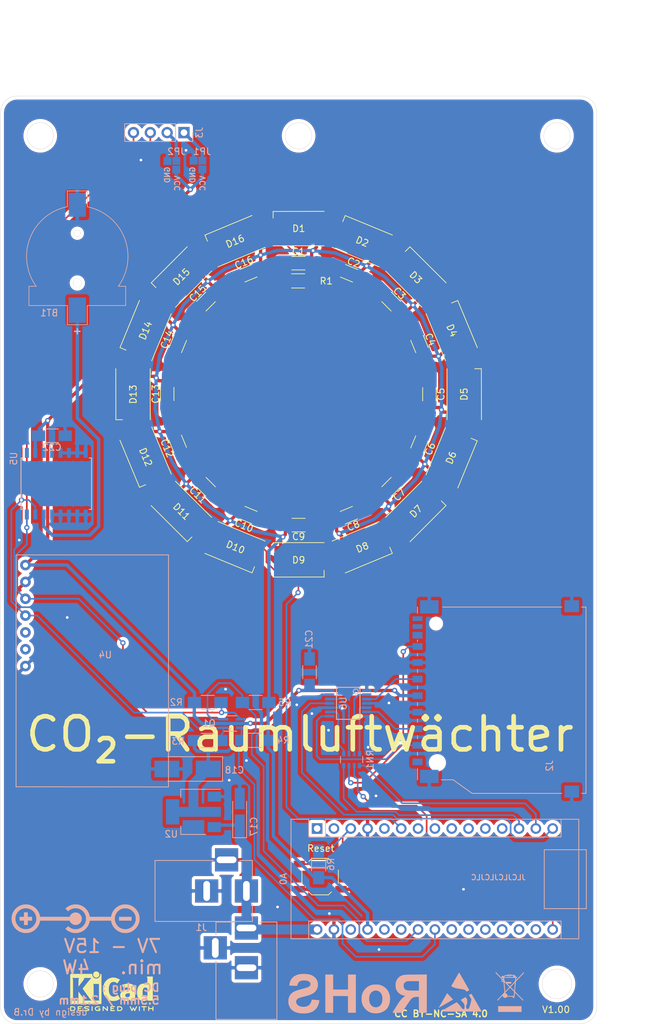
<source format=kicad_pcb>
(kicad_pcb (version 20171130) (host pcbnew "(5.1.9)-1")
  (title_block (title CO2-Raumluftwächter) (date 2020-11-29) (rev V1.00) (company "CC BY-NC-SA 4.0") (comment 1 "Dr. A. Beck"))
  (layers (0 F.Cu signal) (31 B.Cu signal) (34 B.Paste user) (35 F.Paste user) (36 B.SilkS user) (37 F.SilkS user) (38 B.Mask user) (39 F.Mask user) (44 Edge.Cuts user))
  (net 0 "")
  (net 1 "Net-(A0-Pad6)")
  (net 2 "Net-(D1-Pad2)")
  (net 3 "Net-(D1-Pad4)")
  (net 4 "Net-(D2-Pad2)")
  (net 5 "Net-(D3-Pad2)")
  (net 6 "Net-(D4-Pad2)")
  (net 7 "Net-(D5-Pad2)")
  (net 8 "Net-(D6-Pad2)")
  (net 9 "Net-(D7-Pad2)")
  (net 10 "Net-(D8-Pad2)")
  (net 11 "Net-(D10-Pad4)")
  (net 12 "Net-(D10-Pad2)")
  (net 13 "Net-(D11-Pad2)")
  (net 14 "Net-(D12-Pad2)")
  (net 15 "Net-(D13-Pad2)")
  (net 16 "Net-(D14-Pad2)")
  (net 17 "Net-(D15-Pad2)")
  (net 18 /GND)
  (net 19 /VCC)
  (net 20 /VCC12)
  (net 21 /VCC33)
  (net 22 /SDAA)
  (net 23 /SCLA)
  (net 24 /SCLB)
  (net 25 /SDAB)
  (net 26 /CS)
  (net 27 /MOSI)
  (net 28 /MISO)
  (net 29 /SCK)
  (net 30 /VCCB)
  (net 31 /SDMISO)
  (net 32 /SDSCK)
  (net 33 /SDMOSI)
  (net 34 /SDCS)
  (net 35 /GNDD)
  (net 36 "Net-(A0-Pad3)")
  (net 37 "Net-(RN1-Pad6)")
  (net 38 "Net-(RN1-Pad8)")
  (net 39 "Net-(RN1-Pad7)")
  (net 40 "Net-(RN1-Pad5)")
  (module Resistors_SMD:R_1206_HandSoldering (layer B.Cu) (at 88.392 142.24)
    (fp_text reference R4 (at 4.2926 0) (layer B.SilkS) (effects (justify mirror)))
    (fp_text value 2K)
    (pad 1 smd rect (at -2 0) (size 2 1.7) (layers B.Cu B.Paste B.Mask) (net 22 /SDAA))
    (pad 2 smd rect (at 2 0) (size 2 1.7) (layers B.Cu B.Paste B.Mask) (net 19 /VCC))
  )
  (module Resistors_SMD:R_1206_HandSoldering (layer F.Cu) (at 94.9198 72.898)
    (fp_text reference R1 (at 4.2505 0.0156 -180) (layer F.SilkS))
    (fp_text value 330R)
    (pad 2 smd rect (at 2 0) (size 2 1.7) (layers F.Cu F.Paste F.Mask) (net 1 "Net-(A0-Pad6)"))
    (pad 1 smd rect (at -2 0) (size 2 1.7) (layers F.Cu F.Paste F.Mask) (net 3 "Net-(D1-Pad4)"))
  )
  (module Modules:Arduino_Nano (layer B.Cu) (at 97.79 155.5496 270)
    (fp_text reference A0 (at 7.62 5.08 90) (layer B.SilkS) (effects (justify mirror)))
    (fp_text value Arduino_Nano_v3.x)
    (pad 1 thru_hole rect (at 0 0 270) (size 1.6 1.6) (drill 1) (layers *.Cu *.Mask))
    (pad 17 thru_hole oval (at 15.24 -33.02 270) (size 1.6 1.6) (drill 1) (layers *.Cu *.Mask))
    (pad 2 thru_hole oval (at 0 -2.54 270) (size 1.6 1.6) (drill 1) (layers *.Cu *.Mask))
    (pad 18 thru_hole oval (at 15.24 -30.48 270) (size 1.6 1.6) (drill 1) (layers *.Cu *.Mask))
    (pad 3 thru_hole oval (at 0 -5.08 270) (size 1.6 1.6) (drill 1) (layers *.Cu *.Mask) (net 36 "Net-(A0-Pad3)"))
    (pad 19 thru_hole oval (at 15.24 -27.94 270) (size 1.6 1.6) (drill 1) (layers *.Cu *.Mask))
    (pad 4 thru_hole oval (at 0 -7.62 270) (size 1.6 1.6) (drill 1) (layers *.Cu *.Mask) (net 18 /GND))
    (pad 20 thru_hole oval (at 15.24 -25.4 270) (size 1.6 1.6) (drill 1) (layers *.Cu *.Mask))
    (pad 5 thru_hole oval (at 0 -10.16 270) (size 1.6 1.6) (drill 1) (layers *.Cu *.Mask))
    (pad 21 thru_hole oval (at 15.24 -22.86 270) (size 1.6 1.6) (drill 1) (layers *.Cu *.Mask))
    (pad 6 thru_hole oval (at 0 -12.7 270) (size 1.6 1.6) (drill 1) (layers *.Cu *.Mask) (net 1 "Net-(A0-Pad6)"))
    (pad 22 thru_hole oval (at 15.24 -20.32 270) (size 1.6 1.6) (drill 1) (layers *.Cu *.Mask))
    (pad 7 thru_hole oval (at 0 -15.24 270) (size 1.6 1.6) (drill 1) (layers *.Cu *.Mask))
    (pad 23 thru_hole oval (at 15.24 -17.78 270) (size 1.6 1.6) (drill 1) (layers *.Cu *.Mask) (net 22 /SDAA))
    (pad 8 thru_hole oval (at 0 -17.78 270) (size 1.6 1.6) (drill 1) (layers *.Cu *.Mask))
    (pad 24 thru_hole oval (at 15.24 -15.24 270) (size 1.6 1.6) (drill 1) (layers *.Cu *.Mask) (net 23 /SCLA))
    (pad 9 thru_hole oval (at 0 -20.32 270) (size 1.6 1.6) (drill 1) (layers *.Cu *.Mask))
    (pad 25 thru_hole oval (at 15.24 -12.7 270) (size 1.6 1.6) (drill 1) (layers *.Cu *.Mask))
    (pad 10 thru_hole oval (at 0 -22.86 270) (size 1.6 1.6) (drill 1) (layers *.Cu *.Mask))
    (pad 26 thru_hole oval (at 15.24 -10.16 270) (size 1.6 1.6) (drill 1) (layers *.Cu *.Mask))
    (pad 11 thru_hole oval (at 0 -25.4 270) (size 1.6 1.6) (drill 1) (layers *.Cu *.Mask))
    (pad 27 thru_hole oval (at 15.24 -7.62 270) (size 1.6 1.6) (drill 1) (layers *.Cu *.Mask) (net 19 /VCC))
    (pad 12 thru_hole oval (at 0 -27.94 270) (size 1.6 1.6) (drill 1) (layers *.Cu *.Mask))
    (pad 28 thru_hole oval (at 15.24 -5.08 270) (size 1.6 1.6) (drill 1) (layers *.Cu *.Mask))
    (pad 13 thru_hole oval (at 0 -30.48 270) (size 1.6 1.6) (drill 1) (layers *.Cu *.Mask) (net 26 /CS))
    (pad 29 thru_hole oval (at 15.24 -2.54 270) (size 1.6 1.6) (drill 1) (layers *.Cu *.Mask) (net 18 /GND))
    (pad 14 thru_hole oval (at 0 -33.02 270) (size 1.6 1.6) (drill 1) (layers *.Cu *.Mask) (net 27 /MOSI))
    (pad 30 thru_hole oval (at 15.24 0 270) (size 1.6 1.6) (drill 1) (layers *.Cu *.Mask) (net 20 /VCC12))
    (pad 15 thru_hole oval (at 0 -35.56 270) (size 1.6 1.6) (drill 1) (layers *.Cu *.Mask) (net 28 /MISO))
    (pad 16 thru_hole oval (at 15.24 -35.56 270) (size 1.6 1.6) (drill 1) (layers *.Cu *.Mask) (net 29 /SCK))
  )
  (module Resistors_SMD:R_1206_HandSoldering (layer B.Cu) (at 98.0186 160.9598 90)
    (fp_text reference R6 (at 0 1.85 90) (layer B.SilkS) (effects (justify mirror)))
    (fp_text value "6.8k - 10k")
    (pad 2 smd rect (at 2 0 90) (size 2 1.7) (layers B.Cu B.Paste B.Mask) (net 36 "Net-(A0-Pad3)"))
    (pad 1 smd rect (at -2 0 90) (size 2 1.7) (layers B.Cu B.Paste B.Mask) (net 19 /VCC))
  )
  (module Buttons_Switches_SMD:SW_SPST_TL3342 (layer F.Cu) (at 98.2472 162.814)
    (fp_text reference SW1 hide)
    (fp_text value SW_Push)
    (pad 2 smd rect (at 3.15 1.9) (size 1.7 1) (layers F.Cu F.Paste F.Mask) (net 18 /GND))
    (pad 2 smd rect (at -3.15 1.9) (size 1.7 1) (layers F.Cu F.Paste F.Mask) (net 18 /GND))
    (pad 1 smd rect (at 3.15 -1.9) (size 1.7 1) (layers F.Cu F.Paste F.Mask) (net 36 "Net-(A0-Pad3)"))
    (pad 1 smd rect (at -3.15 -1.9) (size 1.7 1) (layers F.Cu F.Paste F.Mask) (net 36 "Net-(A0-Pad3)"))
  )
  (module Symbols:Symbol_CC-Noncommercial_CopperTop_Small (layer F.Cu) (at 119.75 179.45)
    (fp_text reference REF** hide)
    (fp_text value Symbol_CC-Noncommercial_CopperTop_Small hide)
    (fp_line (start 0.59944 -2.4003) (end 0 -2.49936) (layer F.Cu) (width 0.381))
    (fp_line (start 1.00076 -2.30124) (end 0.59944 -2.4003) (layer F.Cu) (width 0.381))
    (fp_line (start 1.50114 -1.99898) (end 1.00076 -2.30124) (layer F.Cu) (width 0.381))
    (fp_line (start 1.99898 -1.50114) (end 1.50114 -1.99898) (layer F.Cu) (width 0.381))
    (fp_line (start 2.30124 -1.00076) (end 1.99898 -1.50114) (layer F.Cu) (width 0.381))
    (fp_line (start 2.49936 -0.39878) (end 2.30124 -1.00076) (layer F.Cu) (width 0.381))
    (fp_line (start 2.49936 0.20066) (end 2.49936 -0.39878) (layer F.Cu) (width 0.381))
    (fp_line (start 2.4003 0.8001) (end 2.49936 0.20066) (layer F.Cu) (width 0.381))
    (fp_line (start 1.99898 1.50114) (end 2.4003 0.8001) (layer F.Cu) (width 0.381))
    (fp_line (start 1.50114 1.99898) (end 1.99898 1.50114) (layer F.Cu) (width 0.381))
    (fp_line (start 0.89916 2.30124) (end 1.50114 1.99898) (layer F.Cu) (width 0.381))
    (fp_line (start 0.29972 2.49936) (end 0.89916 2.30124) (layer F.Cu) (width 0.381))
    (fp_line (start -0.50038 2.49936) (end 0.29972 2.49936) (layer F.Cu) (width 0.381))
    (fp_line (start -1.19888 2.19964) (end -0.50038 2.49936) (layer F.Cu) (width 0.381))
    (fp_line (start -1.69926 1.80086) (end -1.19888 2.19964) (layer F.Cu) (width 0.381))
    (fp_line (start -2.30124 1.09982) (end -1.69926 1.80086) (layer F.Cu) (width 0.381))
    (fp_line (start -2.49936 0.29972) (end -2.30124 1.09982) (layer F.Cu) (width 0.381))
    (fp_line (start -2.49936 -0.29972) (end -2.49936 0.29972) (layer F.Cu) (width 0.381))
    (fp_line (start -2.4003 -0.8001) (end -2.49936 -0.29972) (layer F.Cu) (width 0.381))
    (fp_line (start -2.19964 -1.19888) (end -2.4003 -0.8001) (layer F.Cu) (width 0.381))
    (fp_line (start -1.69926 -1.80086) (end -2.19964 -1.19888) (layer F.Cu) (width 0.381))
    (fp_line (start -1.19888 -2.19964) (end -1.69926 -1.80086) (layer F.Cu) (width 0.381))
    (fp_line (start -0.70104 -2.4003) (end -1.19888 -2.19964) (layer F.Cu) (width 0.381))
    (fp_line (start -0.09906 -2.49936) (end -0.70104 -2.4003) (layer F.Cu) (width 0.381))
    (fp_line (start 0 -2.49936) (end -0.09906 -2.49936) (layer F.Cu) (width 0.381))
    (fp_line (start 0.70104 -1.00076) (end 0.89916 -1.19888) (layer F.Cu) (width 0.381))
    (fp_line (start 0.39878 -1.09982) (end 0.70104 -1.00076) (layer F.Cu) (width 0.381))
    (fp_line (start 0.09906 -1.19888) (end 0.39878 -1.09982) (layer F.Cu) (width 0.381))
    (fp_line (start -0.29972 -1.09982) (end 0.09906 -1.19888) (layer F.Cu) (width 0.381))
    (fp_line (start -0.50038 -0.89916) (end -0.29972 -1.09982) (layer F.Cu) (width 0.381))
    (fp_line (start -0.59944 -0.70104) (end -0.50038 -0.89916) (layer F.Cu) (width 0.381))
    (fp_line (start -0.50038 -0.39878) (end -0.59944 -0.70104) (layer F.Cu) (width 0.381))
    (fp_line (start -0.29972 -0.20066) (end -0.50038 -0.39878) (layer F.Cu) (width 0.381))
    (fp_line (start 0.29972 -0.09906) (end -0.29972 -0.20066) (layer F.Cu) (width 0.381))
    (fp_line (start 0.70104 0.20066) (end 0.29972 -0.09906) (layer F.Cu) (width 0.381))
    (fp_line (start 0.8001 0.50038) (end 0.70104 0.20066) (layer F.Cu) (width 0.381))
    (fp_line (start 0.8001 0.8001) (end 0.8001 0.50038) (layer F.Cu) (width 0.381))
    (fp_line (start 0.70104 1.00076) (end 0.8001 0.8001) (layer F.Cu) (width 0.381))
    (fp_line (start 0.50038 1.19888) (end 0.70104 1.00076) (layer F.Cu) (width 0.381))
    (fp_line (start 0.20066 1.30048) (end 0.50038 1.19888) (layer F.Cu) (width 0.381))
    (fp_line (start -0.50038 1.30048) (end 0.20066 1.30048) (layer F.Cu) (width 0.381))
    (fp_line (start -0.8001 1.19888) (end -0.50038 1.30048) (layer F.Cu) (width 0.381))
    (fp_line (start -0.8001 1.00076) (end -0.8001 1.19888) (layer F.Cu) (width 0.381))
    (fp_line (start -0.70104 1.00076) (end -0.8001 1.00076) (layer F.Cu) (width 0.381))
    (fp_line (start -0.20066 1.09982) (end -0.70104 1.00076) (layer F.Cu) (width 0.381))
    (fp_line (start 0.29972 1.00076) (end -0.20066 1.09982) (layer F.Cu) (width 0.381))
    (fp_line (start 0.59944 0.8001) (end 0.29972 1.00076) (layer F.Cu) (width 0.381))
    (fp_line (start 0.59944 0.39878) (end 0.59944 0.8001) (layer F.Cu) (width 0.381))
    (fp_line (start 0.29972 0.20066) (end 0.59944 0.39878) (layer F.Cu) (width 0.381))
    (fp_line (start -0.50038 -0.09906) (end 0.29972 0.20066) (layer F.Cu) (width 0.381))
    (fp_line (start -0.70104 -0.29972) (end -0.50038 -0.09906) (layer F.Cu) (width 0.381))
    (fp_line (start -0.8001 -0.59944) (end -0.70104 -0.29972) (layer F.Cu) (width 0.381))
    (fp_line (start -0.8001 -0.89916) (end -0.8001 -0.59944) (layer F.Cu) (width 0.381))
    (fp_line (start -0.70104 -1.09982) (end -0.8001 -0.89916) (layer F.Cu) (width 0.381))
    (fp_line (start -0.50038 -1.30048) (end -0.70104 -1.09982) (layer F.Cu) (width 0.381))
    (fp_line (start -0.29972 -1.39954) (end -0.50038 -1.30048) (layer F.Cu) (width 0.381))
    (fp_line (start 0.39878 -1.39954) (end -0.29972 -1.39954) (layer F.Cu) (width 0.381))
    (fp_line (start 0.8001 -1.30048) (end 0.39878 -1.39954) (layer F.Cu) (width 0.381))
    (fp_line (start 0.89916 -1.19888) (end 0.8001 -1.30048) (layer F.Cu) (width 0.381))
    (fp_line (start -2.30124 -0.89916) (end 2.4003 0.8001) (layer F.Cu) (width 0.381))
    (fp_line (start -2.4003 -0.8001) (end 2.19964 0.89916) (layer F.Cu) (width 0.381))
    (fp_line (start 0 -1.50114) (end 0 -1.80086) (layer F.Cu) (width 0.381))
    (fp_line (start 0 1.80086) (end 0 1.69926) (layer F.Cu) (width 0.381))
    (fp_line (start 0 1.30048) (end 0 1.80086) (layer F.Cu) (width 0.381))
  )
  (module Symbols:Symbol_CC-Attribution_CopperTop_Small (layer F.Cu) (at 112.75 179.45)
    (fp_text reference REF** hide)
    (fp_text value Symbol_CC-Attribution_CopperTop_Small hide)
    (fp_line (start 0.59944 -2.4003) (end 0 -2.49936) (layer F.Cu) (width 0.381))
    (fp_line (start 1.00076 -2.30124) (end 0.59944 -2.4003) (layer F.Cu) (width 0.381))
    (fp_line (start 1.50114 -1.99898) (end 1.00076 -2.30124) (layer F.Cu) (width 0.381))
    (fp_line (start 1.99898 -1.50114) (end 1.50114 -1.99898) (layer F.Cu) (width 0.381))
    (fp_line (start 2.30124 -1.00076) (end 1.99898 -1.50114) (layer F.Cu) (width 0.381))
    (fp_line (start 2.49936 -0.39878) (end 2.30124 -1.00076) (layer F.Cu) (width 0.381))
    (fp_line (start 2.49936 0.20066) (end 2.49936 -0.39878) (layer F.Cu) (width 0.381))
    (fp_line (start 2.4003 0.8001) (end 2.49936 0.20066) (layer F.Cu) (width 0.381))
    (fp_line (start 1.99898 1.50114) (end 2.4003 0.8001) (layer F.Cu) (width 0.381))
    (fp_line (start 1.50114 1.99898) (end 1.99898 1.50114) (layer F.Cu) (width 0.381))
    (fp_line (start 0.89916 2.30124) (end 1.50114 1.99898) (layer F.Cu) (width 0.381))
    (fp_line (start 0.29972 2.49936) (end 0.89916 2.30124) (layer F.Cu) (width 0.381))
    (fp_line (start -0.50038 2.49936) (end 0.29972 2.49936) (layer F.Cu) (width 0.381))
    (fp_line (start -1.19888 2.19964) (end -0.50038 2.49936) (layer F.Cu) (width 0.381))
    (fp_line (start -1.69926 1.80086) (end -1.19888 2.19964) (layer F.Cu) (width 0.381))
    (fp_line (start -2.30124 1.09982) (end -1.69926 1.80086) (layer F.Cu) (width 0.381))
    (fp_line (start -2.49936 0.29972) (end -2.30124 1.09982) (layer F.Cu) (width 0.381))
    (fp_line (start -2.49936 -0.29972) (end -2.49936 0.29972) (layer F.Cu) (width 0.381))
    (fp_line (start -2.4003 -0.8001) (end -2.49936 -0.29972) (layer F.Cu) (width 0.381))
    (fp_line (start -2.19964 -1.19888) (end -2.4003 -0.8001) (layer F.Cu) (width 0.381))
    (fp_line (start -1.69926 -1.80086) (end -2.19964 -1.19888) (layer F.Cu) (width 0.381))
    (fp_line (start -1.19888 -2.19964) (end -1.69926 -1.80086) (layer F.Cu) (width 0.381))
    (fp_line (start -0.70104 -2.4003) (end -1.19888 -2.19964) (layer F.Cu) (width 0.381))
    (fp_line (start -0.09906 -2.49936) (end -0.70104 -2.4003) (layer F.Cu) (width 0.381))
    (fp_line (start 0 -2.49936) (end -0.09906 -2.49936) (layer F.Cu) (width 0.381))
    (fp_circle (center 0 -1.69926) (end 0.09906 -1.39954) (layer F.Cu) (width 0.381))
    (fp_line (start -0.8001 0.20066) (end -0.8001 -1.00076) (layer F.Cu) (width 0.381))
    (fp_line (start 0.70104 0.20066) (end -0.8001 0.20066) (layer F.Cu) (width 0.381))
    (fp_line (start 0.70104 -1.00076) (end 0.70104 0.20066) (layer F.Cu) (width 0.381))
    (fp_line (start -0.8001 -1.00076) (end 0.70104 -1.00076) (layer F.Cu) (width 0.381))
    (fp_line (start -0.29972 1.80086) (end 0.20066 1.80086) (layer F.Cu) (width 0.381))
    (fp_line (start -0.29972 0.29972) (end -0.29972 1.80086) (layer F.Cu) (width 0.381))
    (fp_line (start 0.29972 1.80086) (end 0.29972 0.20066) (layer F.Cu) (width 0.381))
    (fp_line (start 0.09906 1.80086) (end 0.29972 1.80086) (layer F.Cu) (width 0.381))
    (fp_line (start 0 0.29972) (end 0 1.6002) (layer F.Cu) (width 0.381))
    (fp_line (start -0.8001 -0.09906) (end 0.50038 -0.09906) (layer F.Cu) (width 0.381))
    (fp_line (start 0.50038 -0.39878) (end -0.70104 -0.39878) (layer F.Cu) (width 0.381))
    (fp_line (start -0.70104 -0.70104) (end 0.59944 -0.70104) (layer F.Cu) (width 0.381))
    (fp_line (start 0 -1.89992) (end 0 -1.50114) (layer F.Cu) (width 0.381))
  )
  (module Symbols:Symbol_CreativeCommons_CopperTop_Type2_Small (layer F.Cu) (at 105.65 179.55)
    (fp_text reference REF** hide)
    (fp_text value Symbol_CreativeCommons_CopperTop_Type2_Small hide)
    (fp_line (start 0.74944 -2.5003) (end 0.15 -2.59936) (layer F.Cu) (width 0.381))
    (fp_line (start 1.15076 -2.40124) (end 0.74944 -2.5003) (layer F.Cu) (width 0.381))
    (fp_line (start 1.65114 -2.09898) (end 1.15076 -2.40124) (layer F.Cu) (width 0.381))
    (fp_line (start 2.14898 -1.60114) (end 1.65114 -2.09898) (layer F.Cu) (width 0.381))
    (fp_line (start 2.45124 -1.10076) (end 2.14898 -1.60114) (layer F.Cu) (width 0.381))
    (fp_line (start 2.64936 -0.49878) (end 2.45124 -1.10076) (layer F.Cu) (width 0.381))
    (fp_line (start 2.64936 0.10066) (end 2.64936 -0.49878) (layer F.Cu) (width 0.381))
    (fp_line (start 2.5503 0.7001) (end 2.64936 0.10066) (layer F.Cu) (width 0.381))
    (fp_line (start 2.14898 1.40114) (end 2.5503 0.7001) (layer F.Cu) (width 0.381))
    (fp_line (start 1.65114 1.89898) (end 2.14898 1.40114) (layer F.Cu) (width 0.381))
    (fp_line (start 1.04916 2.20124) (end 1.65114 1.89898) (layer F.Cu) (width 0.381))
    (fp_line (start 0.44972 2.39936) (end 1.04916 2.20124) (layer F.Cu) (width 0.381))
    (fp_line (start -0.35038 2.39936) (end 0.44972 2.39936) (layer F.Cu) (width 0.381))
    (fp_line (start -1.04888 2.09964) (end -0.35038 2.39936) (layer F.Cu) (width 0.381))
    (fp_line (start -1.54926 1.70086) (end -1.04888 2.09964) (layer F.Cu) (width 0.381))
    (fp_line (start -2.15124 0.99982) (end -1.54926 1.70086) (layer F.Cu) (width 0.381))
    (fp_line (start -2.34936 0.19972) (end -2.15124 0.99982) (layer F.Cu) (width 0.381))
    (fp_line (start -2.34936 -0.39972) (end -2.34936 0.19972) (layer F.Cu) (width 0.381))
    (fp_line (start -2.2503 -0.9001) (end -2.34936 -0.39972) (layer F.Cu) (width 0.381))
    (fp_line (start -2.04964 -1.29888) (end -2.2503 -0.9001) (layer F.Cu) (width 0.381))
    (fp_line (start -1.54926 -1.90086) (end -2.04964 -1.29888) (layer F.Cu) (width 0.381))
    (fp_line (start -1.04888 -2.29964) (end -1.54926 -1.90086) (layer F.Cu) (width 0.381))
    (fp_line (start -0.55104 -2.5003) (end -1.04888 -2.29964) (layer F.Cu) (width 0.381))
    (fp_line (start 0.05094 -2.59936) (end -0.55104 -2.5003) (layer F.Cu) (width 0.381))
    (fp_line (start 0.15 -2.59936) (end 0.05094 -2.59936) (layer F.Cu) (width 0.381))
    (fp_line (start -0.44944 0.90076) (end -0.24878 0.7001) (layer F.Cu) (width 0.381))
    (fp_line (start -0.85076 0.90076) (end -0.44944 0.90076) (layer F.Cu) (width 0.381))
    (fp_line (start -1.15048 0.79916) (end -0.85076 0.90076) (layer F.Cu) (width 0.381))
    (fp_line (start -1.35114 0.49944) (end -1.15048 0.79916) (layer F.Cu) (width 0.381))
    (fp_line (start -1.4502 -0.00094) (end -1.35114 0.49944) (layer F.Cu) (width 0.381))
    (fp_line (start -1.4502 -0.39972) (end -1.4502 -0.00094) (layer F.Cu) (width 0.381))
    (fp_line (start -1.35114 -0.80104) (end -1.4502 -0.39972) (layer F.Cu) (width 0.381))
    (fp_line (start -1.04888 -0.99916) (end -1.35114 -0.80104) (layer F.Cu) (width 0.381))
    (fp_line (start -0.6501 -1.10076) (end -1.04888 -0.99916) (layer F.Cu) (width 0.381))
    (fp_line (start -0.35038 -0.99916) (end -0.6501 -1.10076) (layer F.Cu) (width 0.381))
    (fp_line (start -0.24878 -0.9001) (end -0.35038 -0.99916) (layer F.Cu) (width 0.381))
    (fp_line (start 1.65114 0.90076) (end 1.7502 0.7001) (layer F.Cu) (width 0.381))
    (fp_line (start 1.34888 0.90076) (end 1.65114 0.90076) (layer F.Cu) (width 0.381))
    (fp_line (start 1.15076 0.90076) (end 1.34888 0.90076) (layer F.Cu) (width 0.381))
    (fp_line (start 0.74944 0.7001) (end 1.15076 0.90076) (layer F.Cu) (width 0.381))
    (fp_line (start 0.54878 0.29878) (end 0.74944 0.7001) (layer F.Cu) (width 0.381))
    (fp_line (start 0.54878 -0.1) (end 0.54878 0.29878) (layer F.Cu) (width 0.381))
    (fp_line (start 0.65038 -0.60038) (end 0.54878 -0.1) (layer F.Cu) (width 0.381))
    (fp_line (start 0.85104 -0.99916) (end 0.65038 -0.60038) (layer F.Cu) (width 0.381))
    (fp_line (start 1.15076 -1.10076) (end 0.85104 -0.99916) (layer F.Cu) (width 0.381))
    (fp_line (start 1.45048 -1.10076) (end 1.15076 -1.10076) (layer F.Cu) (width 0.381))
    (fp_line (start 1.65114 -0.99916) (end 1.45048 -1.10076) (layer F.Cu) (width 0.381))
    (fp_line (start 1.7502 -0.9001) (end 1.65114 -0.99916) (layer F.Cu) (width 0.381))
  )
  (module Symbols:Symbol_CC-ShareAlike_CopperTop_Small (layer F.Cu) (at 126.75 179.45)
    (fp_text reference REF** hide)
    (fp_text value Symbol_CC-ShareAlike_CopperTop_Small hide)
    (fp_line (start 0.59944 -2.4003) (end 0 -2.49936) (layer F.Cu) (width 0.381))
    (fp_line (start 1.00076 -2.30124) (end 0.59944 -2.4003) (layer F.Cu) (width 0.381))
    (fp_line (start 1.50114 -1.99898) (end 1.00076 -2.30124) (layer F.Cu) (width 0.381))
    (fp_line (start 1.99898 -1.50114) (end 1.50114 -1.99898) (layer F.Cu) (width 0.381))
    (fp_line (start 2.30124 -1.00076) (end 1.99898 -1.50114) (layer F.Cu) (width 0.381))
    (fp_line (start 2.49936 -0.39878) (end 2.30124 -1.00076) (layer F.Cu) (width 0.381))
    (fp_line (start 2.49936 0.20066) (end 2.49936 -0.39878) (layer F.Cu) (width 0.381))
    (fp_line (start 2.4003 0.8001) (end 2.49936 0.20066) (layer F.Cu) (width 0.381))
    (fp_line (start 1.99898 1.50114) (end 2.4003 0.8001) (layer F.Cu) (width 0.381))
    (fp_line (start 1.50114 1.99898) (end 1.99898 1.50114) (layer F.Cu) (width 0.381))
    (fp_line (start 0.89916 2.30124) (end 1.50114 1.99898) (layer F.Cu) (width 0.381))
    (fp_line (start 0.29972 2.49936) (end 0.89916 2.30124) (layer F.Cu) (width 0.381))
    (fp_line (start -0.50038 2.49936) (end 0.29972 2.49936) (layer F.Cu) (width 0.381))
    (fp_line (start -1.19888 2.19964) (end -0.50038 2.49936) (layer F.Cu) (width 0.381))
    (fp_line (start -1.69926 1.80086) (end -1.19888 2.19964) (layer F.Cu) (width 0.381))
    (fp_line (start -2.30124 1.09982) (end -1.69926 1.80086) (layer F.Cu) (width 0.381))
    (fp_line (start -2.49936 0.29972) (end -2.30124 1.09982) (layer F.Cu) (width 0.381))
    (fp_line (start -2.49936 -0.29972) (end -2.49936 0.29972) (layer F.Cu) (width 0.381))
    (fp_line (start -2.4003 -0.8001) (end -2.49936 -0.29972) (layer F.Cu) (width 0.381))
    (fp_line (start -2.19964 -1.19888) (end -2.4003 -0.8001) (layer F.Cu) (width 0.381))
    (fp_line (start -1.69926 -1.80086) (end -2.19964 -1.19888) (layer F.Cu) (width 0.381))
    (fp_line (start -1.19888 -2.19964) (end -1.69926 -1.80086) (layer F.Cu) (width 0.381))
    (fp_line (start -0.70104 -2.4003) (end -1.19888 -2.19964) (layer F.Cu) (width 0.381))
    (fp_line (start -0.09906 -2.49936) (end -0.70104 -2.4003) (layer F.Cu) (width 0.381))
    (fp_line (start 0 -2.49936) (end -0.09906 -2.49936) (layer F.Cu) (width 0.381))
    (fp_line (start -0.50038 -1.50114) (end -1.00076 -1.30048) (layer F.Cu) (width 0.381))
    (fp_line (start -0.09906 -1.6002) (end -0.50038 -1.50114) (layer F.Cu) (width 0.381))
    (fp_line (start 0.29972 -1.6002) (end -0.09906 -1.6002) (layer F.Cu) (width 0.381))
    (fp_line (start 0.89916 -1.30048) (end 0.29972 -1.6002) (layer F.Cu) (width 0.381))
    (fp_line (start 1.19888 -1.00076) (end 0.89916 -1.30048) (layer F.Cu) (width 0.381))
    (fp_line (start 1.50114 -0.50038) (end 1.19888 -1.00076) (layer F.Cu) (width 0.381))
    (fp_line (start 1.6002 0) (end 1.50114 -0.50038) (layer F.Cu) (width 0.381))
    (fp_line (start 1.6002 0.39878) (end 1.6002 0) (layer F.Cu) (width 0.381))
    (fp_line (start 1.30048 0.89916) (end 1.6002 0.39878) (layer F.Cu) (width 0.381))
    (fp_line (start 0.89916 1.30048) (end 1.30048 0.89916) (layer F.Cu) (width 0.381))
    (fp_line (start 0.39878 1.50114) (end 0.89916 1.30048) (layer F.Cu) (width 0.381))
    (fp_line (start -0.09906 1.6002) (end 0.39878 1.50114) (layer F.Cu) (width 0.381))
    (fp_line (start -0.59944 1.50114) (end -0.09906 1.6002) (layer F.Cu) (width 0.381))
    (fp_line (start -1.09982 1.19888) (end -0.59944 1.50114) (layer F.Cu) (width 0.381))
  )
  (module Symbols:RoHS-Logo_6mm_SilkScreen (layer B.Cu) (at 103.886 180.467 180)
    (fp_text reference REF*** hide)
    (fp_text value RoHS-Logo_6mm_SilkScreen hide)
  )
  (module Modules:Polarity-plus-in (layer B.Cu) (at 61.341 169.164 180)
    (fp_text reference G*** hide)
    (fp_text value LOGO hide)
  )
  (module Symbols:WEEE-Logo_4.2x6mm_SilkScreen (layer B.Cu) (at 126.873 180.213 180)
    (fp_text reference REF*** hide)
    (fp_text value WEEE-Logo_4.2x6mm_SilkScreen hide)
  )
  (module Symbols:KiCad-Logo2_6mm_SilkScreen (layer F.Cu) (at 66.8 180.1)
    (fp_text reference REF*** hide)
    (fp_text value KiCad-Logo2_6mm_SilkScreen hide)
  )
  (module Symbols:ESD-Logo_6.6x6mm_SilkScreen (layer B.Cu) (at 119.38 180.213 180)
    (fp_text reference REF*** hide)
    (fp_text value ESD-Logo_6.6x6mm_SilkScreen hide)
  )
  (module Connect:BARREL_JACK (layer B.Cu) (at 87.122 164.973)
    (fp_text reference J1 (at -6.8072 5.5118 -180) (layer B.SilkS) (effects (justify mirror)))
    (fp_text value Barrel_Jack_Switch)
    (pad 1 thru_hole rect (at 0 0) (size 3.5 3.5) (drill oval 1 3) (layers *.Cu *.Mask) (net 20 /VCC12))
    (pad 2 thru_hole rect (at -6 0) (size 3.5 3.5) (drill oval 1 3) (layers *.Cu *.Mask) (net 18 /GND))
    (pad 3 thru_hole rect (at -3 -4.7) (size 3.5 3.5) (drill oval 3 1) (layers *.Cu *.Mask) (net 18 /GND))
  )
  (module Usefull:CR1220_mod (layer B.Cu) (at 61.595 69.215 270)
    (fp_text reference BT1 (at 8.51 4.245) (layer B.SilkS) (effects (justify mirror)))
    (fp_text value Battery_Cell)
    (pad 2 smd rect (at -7.8 0 270) (size 3.6 2.6) (layers B.Cu B.Paste B.Mask) (net 18 /GND))
    (pad 1 smd rect (at 8.1 0 270) (size 3.8 2.6) (layers B.Cu B.Paste B.Mask) (net 30 /VCCB))
    (pad "" thru_hole circle (at 4 0 270) (size 1.3 1.3) (drill 1.3) (layers *.Cu *.Mask))
    (pad "" thru_hole circle (at -3.51 0 270) (size 1 1) (drill 1) (layers *.Cu *.Mask))
  )
  (module Resistors_SMD:R_1206_HandSoldering (layer B.Cu) (at 81.28 142.2654 180)
    (fp_text reference R3 (at 4.485 -0.114) (layer B.SilkS) (effects (justify mirror)))
    (fp_text value 2K)
    (pad 2 smd rect (at 2 0 180) (size 2 1.7) (layers B.Cu B.Paste B.Mask) (net 21 /VCC33))
    (pad 1 smd rect (at -2 0 180) (size 2 1.7) (layers B.Cu B.Paste B.Mask) (net 25 /SDAB))
  )
  (module Resistors_SMD:R_1206_HandSoldering (layer B.Cu) (at 81.28 136.525 180)
    (fp_text reference R2 (at 4.7498 0.0254) (layer B.SilkS) (effects (justify mirror)))
    (fp_text value 2K)
    (pad 1 smd rect (at -2 0 180) (size 2 1.7) (layers B.Cu B.Paste B.Mask) (net 24 /SCLB))
    (pad 2 smd rect (at 2 0 180) (size 2 1.7) (layers B.Cu B.Paste B.Mask) (net 21 /VCC33))
  )
  (module Resistors_SMD:R_1206_HandSoldering (layer B.Cu) (at 88.519 136.525)
    (fp_text reference R5 (at 4.3688 0) (layer B.SilkS) (effects (justify mirror)))
    (fp_text value 2K)
    (pad 2 smd rect (at 2 0) (size 2 1.7) (layers B.Cu B.Paste B.Mask) (net 19 /VCC))
    (pad 1 smd rect (at -2 0) (size 2 1.7) (layers B.Cu B.Paste B.Mask) (net 23 /SCLA))
  )
  (module Usefull:SCD30 (layer B.Cu) (at 71.755 132.08 180)
    (fp_text reference U4 (at 5.9436 2.7432) (layer B.SilkS) (effects (justify mirror)))
    (fp_text value SCD30)
    (pad 1 thru_hole circle (at 17.9882 16.29 270) (size 1.6 1.6) (drill 0.8) (layers *.Cu *.Mask) (net 21 /VCC33))
    (pad 2 thru_hole circle (at 17.9882 13.75 270) (size 1.6 1.6) (drill 0.8) (layers *.Cu *.Mask) (net 18 /GND))
    (pad 3 thru_hole circle (at 17.9882 11.21 270) (size 1.6 1.6) (drill 0.8) (layers *.Cu *.Mask) (net 24 /SCLB))
    (pad 4 thru_hole circle (at 17.9882 8.67 270) (size 1.6 1.6) (drill 0.8) (layers *.Cu *.Mask) (net 25 /SDAB))
    (pad 5 thru_hole circle (at 17.9882 6.13 270) (size 1.6 1.6) (drill 0.8) (layers *.Cu *.Mask))
    (pad 6 thru_hole circle (at 17.9882 3.59 270) (size 1.6 1.6) (drill 0.8) (layers *.Cu *.Mask))
    (pad 7 thru_hole circle (at 17.9882 1.05 270) (size 1.6 1.6) (drill 0.8) (layers *.Cu *.Mask) (net 18 /GND))
  )
  (module TO_SOT_Packages_SMD:SOT-363_SC-70-6_Handsoldering (layer B.Cu) (at 84.963 139.7)
    (fp_text reference Q1 (at -3.491 -0.025) (layer B.SilkS) (effects (justify mirror)))
    (fp_text value BSS138BKS)
    (pad 6 smd rect (at 1.33 0.65) (size 1.5 0.4) (layers B.Cu B.Paste B.Mask) (net 22 /SDAA))
    (pad 5 smd rect (at 1.33 0) (size 1.5 0.4) (layers B.Cu B.Paste B.Mask) (net 21 /VCC33))
    (pad 4 smd rect (at 1.33 -0.65) (size 1.5 0.4) (layers B.Cu B.Paste B.Mask) (net 24 /SCLB))
    (pad 3 smd rect (at -1.33 -0.65) (size 1.5 0.4) (layers B.Cu B.Paste B.Mask) (net 23 /SCLA))
    (pad 2 smd rect (at -1.33 0) (size 1.5 0.4) (layers B.Cu B.Paste B.Mask) (net 21 /VCC33))
    (pad 1 smd rect (at -1.33 0.65) (size 1.5 0.4) (layers B.Cu B.Paste B.Mask) (net 25 /SDAB))
  )
  (module Capacitors_SMD:C_1206_HandSoldering (layer F.Cu) (at 94.9706 70.2183)
    (fp_text reference C1 (at 0 -1.75 180) (layer F.SilkS))
    (fp_text value 100n)
    (pad 2 smd rect (at 2 0) (size 2 1.6) (layers F.Cu F.Paste F.Mask) (net 19 /VCC))
    (pad 1 smd rect (at -2 0) (size 2 1.6) (layers F.Cu F.Paste F.Mask) (net 18 /GND))
  )
  (module Capacitors_SMD:C_1206_HandSoldering (layer F.Cu) (at 102.616 71.755 337.5)
    (fp_text reference C2 (at 0 -1.75 157.5) (layer F.SilkS))
    (fp_text value 100n)
    (pad 1 smd rect (at -2 0 337.5) (size 2 1.6) (layers F.Cu F.Paste F.Mask) (net 18 /GND))
    (pad 2 smd rect (at 2 0 337.5) (size 2 1.6) (layers F.Cu F.Paste F.Mask) (net 19 /VCC))
  )
  (module Capacitors_SMD:C_1206_HandSoldering (layer F.Cu) (at 108.9787 76.0095 315)
    (fp_text reference C3 (at 0 -1.75 135) (layer F.SilkS))
    (fp_text value 100n)
    (pad 2 smd rect (at 2 0 315) (size 2 1.6) (layers F.Cu F.Paste F.Mask) (net 19 /VCC))
    (pad 1 smd rect (at -2 0 315) (size 2 1.6) (layers F.Cu F.Paste F.Mask) (net 18 /GND))
  )
  (module Capacitors_SMD:C_1206_HandSoldering (layer F.Cu) (at 113.2459 82.4103 292.5)
    (fp_text reference C4 (at 0 -1.75 112.5) (layer F.SilkS))
    (fp_text value 100n)
    (pad 1 smd rect (at -2 0 292.5) (size 2 1.6) (layers F.Cu F.Paste F.Mask) (net 18 /GND))
    (pad 2 smd rect (at 2 0 292.5) (size 2 1.6) (layers F.Cu F.Paste F.Mask) (net 19 /VCC))
  )
  (module Capacitors_SMD:C_1206_HandSoldering (layer F.Cu) (at 114.7445 90.0049 270)
    (fp_text reference C5 (at 0 -1.75 270) (layer F.SilkS))
    (fp_text value 100n)
    (pad 2 smd rect (at 2 0 270) (size 2 1.6) (layers F.Cu F.Paste F.Mask) (net 19 /VCC))
    (pad 1 smd rect (at -2 0 270) (size 2 1.6) (layers F.Cu F.Paste F.Mask) (net 18 /GND))
  )
  (module Capacitors_SMD:C_1206_HandSoldering (layer F.Cu) (at 113.2459 97.5868 247.5)
    (fp_text reference C6 (at 0 -1.75 67.5) (layer F.SilkS))
    (fp_text value 100n)
    (pad 2 smd rect (at 2 0 247.5) (size 2 1.6) (layers F.Cu F.Paste F.Mask) (net 19 /VCC))
    (pad 1 smd rect (at -2 0 247.5) (size 2 1.6) (layers F.Cu F.Paste F.Mask) (net 18 /GND))
  )
  (module Capacitors_SMD:C_1206_HandSoldering (layer F.Cu) (at 108.9914 103.9749 225)
    (fp_text reference C7 (at 0 -1.75 45) (layer F.SilkS))
    (fp_text value 100n)
    (pad 2 smd rect (at 2 0 225) (size 2 1.6) (layers F.Cu F.Paste F.Mask) (net 19 /VCC))
    (pad 1 smd rect (at -2 0 225) (size 2 1.6) (layers F.Cu F.Paste F.Mask) (net 18 /GND))
  )
  (module Capacitors_SMD:C_1206_HandSoldering (layer F.Cu) (at 102.5906 108.2548 202.5)
    (fp_text reference C8 (at 0 -1.75 22.5) (layer F.SilkS))
    (fp_text value 100n)
    (pad 1 smd rect (at -2 0 202.5) (size 2 1.6) (layers F.Cu F.Paste F.Mask) (net 18 /GND))
    (pad 2 smd rect (at 2 0 202.5) (size 2 1.6) (layers F.Cu F.Paste F.Mask) (net 19 /VCC))
  )
  (module Capacitors_SMD:C_1206_HandSoldering (layer F.Cu) (at 94.996 109.7534 180)
    (fp_text reference C9 (at 0 -1.75 180) (layer F.SilkS))
    (fp_text value 100n)
    (pad 1 smd rect (at -2 0 180) (size 2 1.6) (layers F.Cu F.Paste F.Mask) (net 18 /GND))
    (pad 2 smd rect (at 2 0 180) (size 2 1.6) (layers F.Cu F.Paste F.Mask) (net 19 /VCC))
  )
  (module Capacitors_SMD:C_1206_HandSoldering (layer F.Cu) (at 87.4141 108.2421 157.5)
    (fp_text reference C10 (at 0 -1.75 157.5) (layer F.SilkS))
    (fp_text value 100n)
    (pad 2 smd rect (at 2 0 157.5) (size 2 1.6) (layers F.Cu F.Paste F.Mask) (net 19 /VCC))
    (pad 1 smd rect (at -2 0 157.5) (size 2 1.6) (layers F.Cu F.Paste F.Mask) (net 18 /GND))
  )
  (module Capacitors_SMD:C_1206_HandSoldering (layer F.Cu) (at 81.0133 103.9876 135)
    (fp_text reference C11 (at 0 -1.75 135) (layer F.SilkS))
    (fp_text value 100n)
    (pad 2 smd rect (at 2 0 135) (size 2 1.6) (layers F.Cu F.Paste F.Mask) (net 19 /VCC))
    (pad 1 smd rect (at -2 0 135) (size 2 1.6) (layers F.Cu F.Paste F.Mask) (net 18 /GND))
  )
  (module Capacitors_SMD:C_1206_HandSoldering (layer F.Cu) (at 76.7461 97.4852 112.5)
    (fp_text reference C12 (at 0 -1.75 112.5) (layer F.SilkS))
    (fp_text value 100n)
    (pad 1 smd rect (at -2 0 112.5) (size 2 1.6) (layers F.Cu F.Paste F.Mask) (net 18 /GND))
    (pad 2 smd rect (at 2 0 112.5) (size 2 1.6) (layers F.Cu F.Paste F.Mask) (net 19 /VCC))
  )
  (module Capacitors_SMD:C_1206_HandSoldering (layer F.Cu) (at 75.1586 89.9668 90)
    (fp_text reference C13 (at 0 -1.75 -90) (layer F.SilkS))
    (fp_text value 100n)
    (pad 1 smd rect (at -2 0 90) (size 2 1.6) (layers F.Cu F.Paste F.Mask) (net 18 /GND))
    (pad 2 smd rect (at 2 0 90) (size 2 1.6) (layers F.Cu F.Paste F.Mask) (net 19 /VCC))
  )
  (module Capacitors_SMD:C_1206_HandSoldering (layer F.Cu) (at 76.7588 82.4103 67.5)
    (fp_text reference C14 (at 0 -1.75 67.5) (layer F.SilkS))
    (fp_text value 100n)
    (pad 2 smd rect (at 2 0 67.5) (size 2 1.6) (layers F.Cu F.Paste F.Mask) (net 19 /VCC))
    (pad 1 smd rect (at -2 0 67.5) (size 2 1.6) (layers F.Cu F.Paste F.Mask) (net 18 /GND))
  )
  (module Capacitors_SMD:C_1206_HandSoldering (layer F.Cu) (at 81.0006 76.0222 45)
    (fp_text reference C15 (at 0 -1.75 45) (layer F.SilkS))
    (fp_text value 100n)
    (pad 2 smd rect (at 2 0 45) (size 2 1.6) (layers F.Cu F.Paste F.Mask) (net 19 /VCC))
    (pad 1 smd rect (at -2 0 45) (size 2 1.6) (layers F.Cu F.Paste F.Mask) (net 18 /GND))
  )
  (module Capacitors_SMD:C_1206_HandSoldering (layer F.Cu) (at 87.4141 71.7423 22.5)
    (fp_text reference C16 (at 0 -1.75 22.5) (layer F.SilkS))
    (fp_text value 100n)
    (pad 1 smd rect (at -2 0 22.5) (size 2 1.6) (layers F.Cu F.Paste F.Mask) (net 18 /GND))
    (pad 2 smd rect (at 2 0 22.5) (size 2 1.6) (layers F.Cu F.Paste F.Mask) (net 19 /VCC))
  )
  (module Connect:BARREL_JACK (layer B.Cu) (at 87.122 170.561 90)
    (fp_text reference J1 (at 0.0762 -6.8072) (layer B.SilkS) (effects (justify mirror)))
    (fp_text value Barrel_Jack_Switch)
    (pad 3 thru_hole rect (at -3 -4.7 90) (size 3.5 3.5) (drill oval 3 1) (layers *.Cu *.Mask) (net 18 /GND))
    (pad 2 thru_hole rect (at -6 0 90) (size 3.5 3.5) (drill oval 1 3) (layers *.Cu *.Mask) (net 18 /GND))
    (pad 1 thru_hole rect (at 0 0 90) (size 3.5 3.5) (drill oval 1 3) (layers *.Cu *.Mask) (net 20 /VCC12))
  )
  (module TO_SOT_Packages_SMD:SOT-223 (layer B.Cu) (at 79.121 153.035001 180)
    (fp_text reference U2 (at 3.3528 -3.352799) (layer B.SilkS) (effects (justify mirror)))
    (fp_text value LM1117-3.3)
    (pad 4 smd rect (at 3.15 0 180) (size 2 3.8) (layers B.Cu B.Paste B.Mask))
    (pad 2 smd rect (at -3.15 0 180) (size 2 1.5) (layers B.Cu B.Paste B.Mask) (net 21 /VCC33))
    (pad 3 smd rect (at -3.15 -2.3 180) (size 2 1.5) (layers B.Cu B.Paste B.Mask) (net 20 /VCC12))
    (pad 1 smd rect (at -3.15 2.3 180) (size 2 1.5) (layers B.Cu B.Paste B.Mask) (net 18 /GND))
  )
  (module Housings_SOIC:SOIC-16W_7.5x10.3mm_Pitch1.27mm (layer B.Cu) (at 58.42 103.505 270)
    (fp_text reference U5 (at -3.78 6.42 90) (layer B.SilkS) (effects (justify mirror)))
    (fp_text value DS3231M)
    (pad 16 smd rect (at 4.65 4.445 270) (size 1.5 0.6) (layers B.Cu B.Paste B.Mask) (net 24 /SCLB))
    (pad 15 smd rect (at 4.65 3.175 270) (size 1.5 0.6) (layers B.Cu B.Paste B.Mask) (net 25 /SDAB))
    (pad 14 smd rect (at 4.65 1.905 270) (size 1.5 0.6) (layers B.Cu B.Paste B.Mask) (net 30 /VCCB))
    (pad 13 smd rect (at 4.65 0.635 270) (size 1.5 0.6) (layers B.Cu B.Paste B.Mask) (net 18 /GND))
    (pad 12 smd rect (at 4.65 -0.635 270) (size 1.5 0.6) (layers B.Cu B.Paste B.Mask) (net 18 /GND))
    (pad 11 smd rect (at 4.65 -1.905 270) (size 1.5 0.6) (layers B.Cu B.Paste B.Mask) (net 18 /GND))
    (pad 10 smd rect (at 4.65 -3.175 270) (size 1.5 0.6) (layers B.Cu B.Paste B.Mask) (net 18 /GND))
    (pad 9 smd rect (at 4.65 -4.445 270) (size 1.5 0.6) (layers B.Cu B.Paste B.Mask) (net 18 /GND))
    (pad 8 smd rect (at -4.65 -4.445 270) (size 1.5 0.6) (layers B.Cu B.Paste B.Mask) (net 18 /GND))
    (pad 7 smd rect (at -4.65 -3.175 270) (size 1.5 0.6) (layers B.Cu B.Paste B.Mask) (net 18 /GND))
    (pad 6 smd rect (at -4.65 -1.905 270) (size 1.5 0.6) (layers B.Cu B.Paste B.Mask) (net 18 /GND))
    (pad 5 smd rect (at -4.65 -0.635 270) (size 1.5 0.6) (layers B.Cu B.Paste B.Mask) (net 18 /GND))
    (pad 4 smd rect (at -4.65 0.635 270) (size 1.5 0.6) (layers B.Cu B.Paste B.Mask))
    (pad 3 smd rect (at -4.65 1.905 270) (size 1.5 0.6) (layers B.Cu B.Paste B.Mask))
    (pad 2 smd rect (at -4.65 3.175 270) (size 1.5 0.6) (layers B.Cu B.Paste B.Mask) (net 21 /VCC33))
    (pad 1 smd rect (at -4.65 4.445 270) (size 1.5 0.6) (layers B.Cu B.Paste B.Mask))
  )
  (module Capacitors_Tantalum_SMD:CP_Tantalum_Case-A_EIA-3216-18_Hand (layer B.Cu) (at 86.106001 153.035 90)
    (fp_text reference C17 (at -2.215 2.143999 90) (layer B.SilkS) (effects (justify mirror)))
    (fp_text value 10µF)
    (pad 2 smd rect (at 2 0 90) (size 3.2 1.5) (layers B.Cu B.Paste B.Mask) (net 18 /GND))
    (pad 1 smd rect (at -2 0 90) (size 3.2 1.5) (layers B.Cu B.Paste B.Mask) (net 20 /VCC12))
  )
  (module Capacitors_Tantalum_SMD:CP_Tantalum_Case-C_EIA-6032-28_Hand (layer B.Cu) (at 78.232 146.558 180)
    (fp_text reference C18 (at -7.093 -0.167) (layer B.SilkS) (effects (justify mirror)))
    (fp_text value 100µF)
    (pad 2 smd rect (at 3.125 0 180) (size 3.75 2.5) (layers B.Cu B.Paste B.Mask) (net 18 /GND))
    (pad 1 smd rect (at -3.125 0 180) (size 3.75 2.5) (layers B.Cu B.Paste B.Mask) (net 21 /VCC33))
  )
  (module Capacitors_SMD:C_1206_HandSoldering (layer B.Cu) (at 57.7596 96.266)
    (fp_text reference C22 (at 0 1.75) (layer B.SilkS) (effects (justify mirror)))
    (fp_text value 100n)
    (pad 2 smd rect (at 2 0) (size 2 1.6) (layers B.Cu B.Paste B.Mask) (net 18 /GND))
    (pad 1 smd rect (at -2 0) (size 2 1.6) (layers B.Cu B.Paste B.Mask) (net 21 /VCC33))
  )
  (module Pin_Headers:Pin_Header_Straight_1x04_Pitch2.54mm (layer B.Cu) (at 77.694801 50.516801 90)
    (fp_text reference J3 (at 0 2.33 -90) (layer B.SilkS) (effects (justify mirror)))
    (fp_text value Conn_01x04_Female)
    (pad 4 thru_hole oval (at 0 -7.62 90) (size 1.7 1.7) (drill 1) (layers *.Cu *.Mask) (net 25 /SDAB))
    (pad 3 thru_hole oval (at 0 -5.08 90) (size 1.7 1.7) (drill 1) (layers *.Cu *.Mask) (net 24 /SCLB))
    (pad 2 thru_hole oval (at 0 -2.54 90) (size 1.7 1.7) (drill 1) (layers *.Cu *.Mask) (net 35 /GNDD))
    (pad 1 thru_hole rect (at 0 0 90) (size 1.7 1.7) (drill 1) (layers *.Cu *.Mask) (net 21 /VCC33))
  )
  (module Usefull:Solder-Jumper-3_Pads_mirror_L (layer B.Cu) (at 80.518 54.737)
    (fp_text reference JP1 (at -0.093 -1.362) (layer B.SilkS) (effects (justify mirror)))
    (fp_text value Jumper_3_Open)
    (pad 3 smd rect (at -0.0508 1.3208) (size 1.2 1.2) (layers B.Cu B.Paste B.Mask) (net 21 /VCC33))
    (pad 2 smd rect (at -0.0508 0) (size 1.2 1.2) (layers B.Cu B.Paste B.Mask) (net 21 /VCC33))
    (pad 1 smd rect (at -1.3716 0) (size 1.2 1.2) (layers B.Cu B.Paste B.Mask) (net 18 /GND))
  )
  (module Usefull:Solder-Jumper-3_Pads_mirror_L (layer B.Cu) (at 76.581 54.7878)
    (fp_text reference JP2 (at -0.031 -1.4128) (layer B.SilkS) (effects (justify mirror)))
    (fp_text value Jumper_3_Open)
    (pad 1 smd rect (at -1.3716 0) (size 1.2 1.2) (layers B.Cu B.Paste B.Mask) (net 18 /GND))
    (pad 2 smd rect (at -0.0508 0) (size 1.2 1.2) (layers B.Cu B.Paste B.Mask) (net 35 /GNDD))
    (pad 3 smd rect (at -0.0508 1.3208) (size 1.2 1.2) (layers B.Cu B.Paste B.Mask) (net 21 /VCC33))
  )
  (module Capacitors_SMD:C_1206_HandSoldering (layer B.Cu) (at 96.647 131.953 90)
    (fp_text reference C21 (at 4.953 -0.072 90) (layer B.SilkS) (effects (justify mirror)))
    (fp_text value 100n)
    (pad 1 smd rect (at -2 0 90) (size 2 1.6) (layers B.Cu B.Paste B.Mask) (net 21 /VCC33))
    (pad 2 smd rect (at 2 0 90) (size 2 1.6) (layers B.Cu B.Paste B.Mask) (net 18 /GND))
  )
  (module SMD_Packages:SSOP-14 (layer B.Cu) (at 102.489 136.652 270)
    (fp_text reference U6 (at 0 0.762 90) (layer B.SilkS) (effects (justify mirror)))
    (fp_text value 74LVC125)
    (pad 14 smd rect (at -1.9431 2.794 270) (size 0.4318 1.397) (layers B.Cu B.Paste B.Mask) (net 21 /VCC33))
    (pad 13 smd rect (at -1.2954 2.794 270) (size 0.4318 1.397) (layers B.Cu B.Paste B.Mask) (net 18 /GND))
    (pad 12 smd rect (at -0.6477 2.794 270) (size 0.4318 1.397) (layers B.Cu B.Paste B.Mask) (net 37 "Net-(RN1-Pad6)"))
    (pad 11 smd rect (at 0 2.794 270) (size 0.4318 1.397) (layers B.Cu B.Paste B.Mask) (net 28 /MISO))
    (pad 10 smd rect (at 0.6604 2.794 270) (size 0.4318 1.397) (layers B.Cu B.Paste B.Mask) (net 18 /GND))
    (pad 9 smd rect (at 1.3081 2.794 270) (size 0.4318 1.397) (layers B.Cu B.Paste B.Mask) (net 40 "Net-(RN1-Pad5)"))
    (pad 8 smd rect (at 1.9558 2.794 270) (size 0.4318 1.397) (layers B.Cu B.Paste B.Mask) (net 34 /SDCS))
    (pad 7 smd rect (at 1.9558 -2.794 270) (size 0.4318 1.397) (layers B.Cu B.Paste B.Mask) (net 18 /GND))
    (pad 6 smd rect (at 1.3081 -2.794 270) (size 0.4318 1.397) (layers B.Cu B.Paste B.Mask) (net 33 /SDMOSI))
    (pad 5 smd rect (at 0.6604 -2.794 270) (size 0.4318 1.397) (layers B.Cu B.Paste B.Mask) (net 38 "Net-(RN1-Pad8)"))
    (pad 4 smd rect (at 0 -2.794 270) (size 0.4318 1.397) (layers B.Cu B.Paste B.Mask) (net 18 /GND))
    (pad 3 smd rect (at -0.635 -2.794 270) (size 0.4318 1.397) (layers B.Cu B.Paste B.Mask) (net 32 /SDSCK))
    (pad 2 smd rect (at -1.2954 -2.794 270) (size 0.4318 1.397) (layers B.Cu B.Paste B.Mask) (net 39 "Net-(RN1-Pad7)"))
    (pad 1 smd rect (at -1.9304 -2.794 270) (size 0.4318 1.397) (layers B.Cu B.Paste B.Mask) (net 18 /GND))
  )
  (module Resistors_SMD:R_Array_Convex_4x0603 (layer B.Cu) (at 103 145.161 90)
    (fp_text reference RN1 (at 0 2.8 90) (layer B.SilkS) (effects (justify mirror)))
    (fp_text value 3.3k)
    (pad 5 smd rect (at 0.9 -1.2 90) (size 0.8 0.5) (layers B.Cu B.Paste B.Mask) (net 40 "Net-(RN1-Pad5)"))
    (pad 6 smd rect (at 0.9 -0.4 90) (size 0.8 0.4) (layers B.Cu B.Paste B.Mask) (net 37 "Net-(RN1-Pad6)"))
    (pad 8 smd rect (at 0.9 1.2 90) (size 0.8 0.5) (layers B.Cu B.Paste B.Mask) (net 38 "Net-(RN1-Pad8)"))
    (pad 7 smd rect (at 0.9 0.4 90) (size 0.8 0.4) (layers B.Cu B.Paste B.Mask) (net 39 "Net-(RN1-Pad7)"))
    (pad 4 smd rect (at -0.9 -1.2 90) (size 0.8 0.5) (layers B.Cu B.Paste B.Mask) (net 26 /CS))
    (pad 2 smd rect (at -0.9 0.4 90) (size 0.8 0.4) (layers B.Cu B.Paste B.Mask) (net 29 /SCK))
    (pad 3 smd rect (at -0.9 -0.4 90) (size 0.8 0.4) (layers B.Cu B.Paste B.Mask) (net 31 /SDMISO))
    (pad 1 smd rect (at -0.9 1.2 90) (size 0.8 0.5) (layers B.Cu B.Paste B.Mask) (net 27 /MOSI))
  )
  (module Usefull:SD_Card_mod_hand_solder (layer B.Cu) (at 125.095 136.525 270)
    (fp_text reference J2 (at 9.56 -7.78 90) (layer B.SilkS) (effects (justify mirror)))
    (fp_text value SD_Card_mod)
    (pad "" np_thru_hole circle (at -11.905 9.345 270) (size 1.1 1.1) (drill 1.1) (layers *.Cu *.Mask))
    (pad "" np_thru_hole circle (at 9.095 9.15 270) (size 1.6 1.6) (drill 1.6) (layers *.Cu *.Mask))
    (pad 13 smd rect (at -14.43 10.37 270) (size 2 2.8) (layers B.Cu B.Paste B.Mask) (net 18 /GND))
    (pad 12 smd rect (at 11.16 10.37 270) (size 2 2.8) (layers B.Cu B.Paste B.Mask) (net 18 /GND))
    (pad 11 smd rect (at -12.655 12.15 270) (size 0.7 1.5) (layers B.Cu B.Paste B.Mask))
    (pad 10 smd rect (at -11.455 12.15 270) (size 0.7 1.5) (layers B.Cu B.Paste B.Mask))
    (pad 9 smd rect (at 8.97 12.15 270) (size 1 1.5) (layers B.Cu B.Paste B.Mask))
    (pad 8 smd rect (at -10.155 12.15 270) (size 1 1.5) (layers B.Cu B.Paste B.Mask))
    (pad 7 smd rect (at -8.455 12.15 270) (size 1 1.5) (layers B.Cu B.Paste B.Mask) (net 31 /SDMISO))
    (pad 6 smd rect (at -6.03 12.15 270) (size 1 1.5) (layers B.Cu B.Paste B.Mask) (net 18 /GND))
    (pad 5 smd rect (at -3.53 12.15 270) (size 1 1.5) (layers B.Cu B.Paste B.Mask) (net 32 /SDSCK))
    (pad 4 smd rect (at -1.03 12.15 270) (size 1 1.5) (layers B.Cu B.Paste B.Mask) (net 21 /VCC33))
    (pad 3 smd rect (at 1.47 12.15 270) (size 1 1.5) (layers B.Cu B.Paste B.Mask) (net 18 /GND))
    (pad 2 smd rect (at 3.97 12.15 270) (size 1 1.5) (layers B.Cu B.Paste B.Mask) (net 33 /SDMOSI))
    (pad 1 smd rect (at 6.47 12.15 270) (size 1 1.5) (layers B.Cu B.Paste B.Mask) (net 34 /SDCS))
    (pad 15 smd rect (at -14.53 -11.13 270) (size 1.8 2.2) (layers B.Cu B.Paste B.Mask) (net 18 /GND))
    (pad 14 smd rect (at 13.46 -11.13 270) (size 1.8 2.2) (layers B.Cu B.Paste B.Mask) (net 18 /GND))
  )
  (module Usefull:LED_WS2812B-PLCC4_Handsoldering (layer F.Cu) (at 95 65 180)
    (fp_text reference D1 (at -0.0214 0.0014) (layer F.SilkS))
    (fp_text value WS2812B)
    (pad 3 smd rect (at 2.7 1.6 180) (size 1.9 1) (layers F.Cu F.Paste F.Mask) (net 18 /GND))
    (pad 4 smd rect (at 2.7 -1.6 180) (size 1.9 1) (layers F.Cu F.Paste F.Mask) (net 3 "Net-(D1-Pad4)"))
    (pad 2 smd rect (at -2.7 1.6 180) (size 1.9 1) (layers F.Cu F.Paste F.Mask) (net 2 "Net-(D1-Pad2)"))
    (pad 1 smd rect (at -2.7 -1.6 180) (size 1.9 1) (layers F.Cu F.Paste F.Mask) (net 19 /VCC))
  )
  (module Usefull:LED_WS2812B-PLCC4_Handsoldering (layer F.Cu) (at 104.6 66.9 157.5)
    (fp_text reference D2 (at -0.027951 -0.074797 157.5) (layer F.SilkS))
    (fp_text value WS2812B)
    (pad 1 smd rect (at -2.7 -1.6 157.5) (size 1.9 1) (layers F.Cu F.Paste F.Mask) (net 19 /VCC))
    (pad 2 smd rect (at -2.7 1.6 157.5) (size 1.9 1) (layers F.Cu F.Paste F.Mask) (net 4 "Net-(D2-Pad2)"))
    (pad 4 smd rect (at 2.7 -1.6 157.5) (size 1.9 1) (layers F.Cu F.Paste F.Mask) (net 2 "Net-(D1-Pad2)"))
    (pad 3 smd rect (at 2.7 1.6 157.5) (size 1.9 1) (layers F.Cu F.Paste F.Mask) (net 18 /GND))
  )
  (module Usefull:LED_WS2812B-PLCC4_Handsoldering (layer F.Cu) (at 112.7 72.3 135)
    (fp_text reference D3 (at -0.045538 -0.081742 135) (layer F.SilkS))
    (fp_text value WS2812B)
    (pad 3 smd rect (at 2.7 1.6 135) (size 1.9 1) (layers F.Cu F.Paste F.Mask) (net 18 /GND))
    (pad 4 smd rect (at 2.7 -1.6 135) (size 1.9 1) (layers F.Cu F.Paste F.Mask) (net 4 "Net-(D2-Pad2)"))
    (pad 2 smd rect (at -2.7 1.6 135) (size 1.9 1) (layers F.Cu F.Paste F.Mask) (net 5 "Net-(D3-Pad2)"))
    (pad 1 smd rect (at -2.7 -1.6 135) (size 1.9 1) (layers F.Cu F.Paste F.Mask) (net 19 /VCC))
  )
  (module Usefull:LED_WS2812B-PLCC4_Handsoldering (layer F.Cu) (at 118.1 80.4 112.5)
    (fp_text reference D4 (at 0.004488 0.012683 112.5) (layer F.SilkS))
    (fp_text value WS2812B)
    (pad 1 smd rect (at -2.7 -1.6 112.5) (size 1.9 1) (layers F.Cu F.Paste F.Mask) (net 19 /VCC))
    (pad 2 smd rect (at -2.7 1.6 112.5) (size 1.9 1) (layers F.Cu F.Paste F.Mask) (net 6 "Net-(D4-Pad2)"))
    (pad 4 smd rect (at 2.7 -1.6 112.5) (size 1.9 1) (layers F.Cu F.Paste F.Mask) (net 5 "Net-(D3-Pad2)"))
    (pad 3 smd rect (at 2.7 1.6 112.5) (size 1.9 1) (layers F.Cu F.Paste F.Mask) (net 18 /GND))
  )
  (module Usefull:LED_WS2812B-PLCC4_Handsoldering (layer F.Cu) (at 120 90 90)
    (fp_text reference D5 (at 0 -0.0104 270) (layer F.SilkS))
    (fp_text value WS2812B)
    (pad 3 smd rect (at 2.7 1.6 90) (size 1.9 1) (layers F.Cu F.Paste F.Mask) (net 18 /GND))
    (pad 4 smd rect (at 2.7 -1.6 90) (size 1.9 1) (layers F.Cu F.Paste F.Mask) (net 6 "Net-(D4-Pad2)"))
    (pad 2 smd rect (at -2.7 1.6 90) (size 1.9 1) (layers F.Cu F.Paste F.Mask) (net 7 "Net-(D5-Pad2)"))
    (pad 1 smd rect (at -2.7 -1.6 90) (size 1.9 1) (layers F.Cu F.Paste F.Mask) (net 19 /VCC))
  )
  (module Usefull:LED_WS2812B-PLCC4_Handsoldering (layer F.Cu) (at 118.1 99.6 67.5)
    (fp_text reference D6 (at -0.019236 -0.063687 67.5) (layer F.SilkS))
    (fp_text value WS2812B)
    (pad 1 smd rect (at -2.7 -1.6 67.5) (size 1.9 1) (layers F.Cu F.Paste F.Mask) (net 19 /VCC))
    (pad 2 smd rect (at -2.7 1.6 67.5) (size 1.9 1) (layers F.Cu F.Paste F.Mask) (net 8 "Net-(D6-Pad2)"))
    (pad 4 smd rect (at 2.7 -1.6 67.5) (size 1.9 1) (layers F.Cu F.Paste F.Mask) (net 7 "Net-(D5-Pad2)"))
    (pad 3 smd rect (at 2.7 1.6 67.5) (size 1.9 1) (layers F.Cu F.Paste F.Mask) (net 18 /GND))
  )
  (module Usefull:LED_WS2812B-PLCC4_Handsoldering (layer F.Cu) (at 112.7 107.7 45)
    (fp_text reference D7 (at 0.020648 0.014991 45) (layer F.SilkS))
    (fp_text value WS2812B)
    (pad 1 smd rect (at -2.7 -1.6 45) (size 1.9 1) (layers F.Cu F.Paste F.Mask) (net 19 /VCC))
    (pad 2 smd rect (at -2.7 1.6 45) (size 1.9 1) (layers F.Cu F.Paste F.Mask) (net 9 "Net-(D7-Pad2)"))
    (pad 4 smd rect (at 2.7 -1.6 45) (size 1.9 1) (layers F.Cu F.Paste F.Mask) (net 8 "Net-(D6-Pad2)"))
    (pad 3 smd rect (at 2.7 1.6 45) (size 1.9 1) (layers F.Cu F.Paste F.Mask) (net 18 /GND))
  )
  (module Usefull:LED_WS2812B-PLCC4_Handsoldering (layer F.Cu) (at 104.6 113.1 22.5)
    (fp_text reference D8 (at 0.008787 0.037843 22.5) (layer F.SilkS))
    (fp_text value WS2812B)
    (pad 3 smd rect (at 2.7 1.6 22.5) (size 1.9 1) (layers F.Cu F.Paste F.Mask) (net 18 /GND))
    (pad 4 smd rect (at 2.7 -1.6 22.5) (size 1.9 1) (layers F.Cu F.Paste F.Mask) (net 9 "Net-(D7-Pad2)"))
    (pad 2 smd rect (at -2.7 1.6 22.5) (size 1.9 1) (layers F.Cu F.Paste F.Mask) (net 10 "Net-(D8-Pad2)"))
    (pad 1 smd rect (at -2.7 -1.6 22.5) (size 1.9 1) (layers F.Cu F.Paste F.Mask) (net 19 /VCC))
  )
  (module Usefull:LED_WS2812B-PLCC4_Handsoldering (layer F.Cu) (at 95 115)
    (fp_text reference D9 (at 0 0.0366) (layer F.SilkS))
    (fp_text value WS2812B)
    (pad 3 smd rect (at 2.7 1.6) (size 1.9 1) (layers F.Cu F.Paste F.Mask) (net 18 /GND))
    (pad 4 smd rect (at 2.7 -1.6) (size 1.9 1) (layers F.Cu F.Paste F.Mask) (net 10 "Net-(D8-Pad2)"))
    (pad 2 smd rect (at -2.7 1.6) (size 1.9 1) (layers F.Cu F.Paste F.Mask) (net 11 "Net-(D10-Pad4)"))
    (pad 1 smd rect (at -2.7 -1.6) (size 1.9 1) (layers F.Cu F.Paste F.Mask) (net 19 /VCC))
  )
  (module Usefull:LED_WS2812B-PLCC4_Handsoldering (layer F.Cu) (at 85.4 113.1 337.5)
    (fp_text reference D10 (at 0.067968 -0.021442 157.5) (layer F.SilkS))
    (fp_text value WS2812B)
    (pad 3 smd rect (at 2.7 1.6 337.5) (size 1.9 1) (layers F.Cu F.Paste F.Mask) (net 18 /GND))
    (pad 4 smd rect (at 2.7 -1.6 337.5) (size 1.9 1) (layers F.Cu F.Paste F.Mask) (net 11 "Net-(D10-Pad4)"))
    (pad 2 smd rect (at -2.7 1.6 337.5) (size 1.9 1) (layers F.Cu F.Paste F.Mask) (net 12 "Net-(D10-Pad2)"))
    (pad 1 smd rect (at -2.7 -1.6 337.5) (size 1.9 1) (layers F.Cu F.Paste F.Mask) (net 19 /VCC))
  )
  (module Usefull:LED_WS2812B-PLCC4_Handsoldering (layer F.Cu) (at 77.3 107.7 315)
    (fp_text reference D11 (at 0.027577 0.002687 135) (layer F.SilkS))
    (fp_text value WS2812B)
    (pad 3 smd rect (at 2.7 1.6 315) (size 1.9 1) (layers F.Cu F.Paste F.Mask) (net 18 /GND))
    (pad 4 smd rect (at 2.7 -1.6 315) (size 1.9 1) (layers F.Cu F.Paste F.Mask) (net 12 "Net-(D10-Pad2)"))
    (pad 2 smd rect (at -2.7 1.6 315) (size 1.9 1) (layers F.Cu F.Paste F.Mask) (net 13 "Net-(D11-Pad2)"))
    (pad 1 smd rect (at -2.7 -1.6 315) (size 1.9 1) (layers F.Cu F.Paste F.Mask) (net 19 /VCC))
  )
  (module Usefull:LED_WS2812B-PLCC4_Handsoldering (layer F.Cu) (at 71.9 99.5 292.5)
    (fp_text reference D12 (at -0.004744 -0.009975 112.5) (layer F.SilkS))
    (fp_text value WS2812B)
    (pad 3 smd rect (at 2.7 1.6 292.5) (size 1.9 1) (layers F.Cu F.Paste F.Mask) (net 18 /GND))
    (pad 4 smd rect (at 2.7 -1.6 292.5) (size 1.9 1) (layers F.Cu F.Paste F.Mask) (net 13 "Net-(D11-Pad2)"))
    (pad 2 smd rect (at -2.7 1.6 292.5) (size 1.9 1) (layers F.Cu F.Paste F.Mask) (net 14 "Net-(D12-Pad2)"))
    (pad 1 smd rect (at -2.7 -1.6 292.5) (size 1.9 1) (layers F.Cu F.Paste F.Mask) (net 19 /VCC))
  )
  (module Usefull:LED_WS2812B-PLCC4_Handsoldering (layer F.Cu) (at 70 90 270)
    (fp_text reference D13 (at 0.0176 -0.0278 90) (layer F.SilkS))
    (fp_text value WS2812B)
    (pad 1 smd rect (at -2.7 -1.6 270) (size 1.9 1) (layers F.Cu F.Paste F.Mask) (net 19 /VCC))
    (pad 2 smd rect (at -2.7 1.6 270) (size 1.9 1) (layers F.Cu F.Paste F.Mask) (net 15 "Net-(D13-Pad2)"))
    (pad 4 smd rect (at 2.7 -1.6 270) (size 1.9 1) (layers F.Cu F.Paste F.Mask) (net 14 "Net-(D12-Pad2)"))
    (pad 3 smd rect (at 2.7 1.6 270) (size 1.9 1) (layers F.Cu F.Paste F.Mask) (net 18 /GND))
  )
  (module Usefull:LED_WS2812B-PLCC4_Handsoldering (layer F.Cu) (at 71.9 80.4 247.5)
    (fp_text reference D14 (at -0.011147 -0.003393 67.5) (layer F.SilkS))
    (fp_text value WS2812B)
    (pad 1 smd rect (at -2.7 -1.6 247.5) (size 1.9 1) (layers F.Cu F.Paste F.Mask) (net 19 /VCC))
    (pad 2 smd rect (at -2.7 1.6 247.5) (size 1.9 1) (layers F.Cu F.Paste F.Mask) (net 16 "Net-(D14-Pad2)"))
    (pad 4 smd rect (at 2.7 -1.6 247.5) (size 1.9 1) (layers F.Cu F.Paste F.Mask) (net 15 "Net-(D13-Pad2)"))
    (pad 3 smd rect (at 2.7 1.6 247.5) (size 1.9 1) (layers F.Cu F.Paste F.Mask) (net 18 /GND))
  )
  (module Usefull:LED_WS2812B-PLCC4_Handsoldering (layer F.Cu) (at 77.3 72.3 225)
    (fp_text reference D15 (at -0.020648 -0.004243 45) (layer F.SilkS))
    (fp_text value WS2812B)
    (pad 1 smd rect (at -2.7 -1.6 225) (size 1.9 1) (layers F.Cu F.Paste F.Mask) (net 19 /VCC))
    (pad 2 smd rect (at -2.7 1.6 225) (size 1.9 1) (layers F.Cu F.Paste F.Mask) (net 17 "Net-(D15-Pad2)"))
    (pad 4 smd rect (at 2.7 -1.6 225) (size 1.9 1) (layers F.Cu F.Paste F.Mask) (net 16 "Net-(D14-Pad2)"))
    (pad 3 smd rect (at 2.7 1.6 225) (size 1.9 1) (layers F.Cu F.Paste F.Mask) (net 18 /GND))
  )
  (module Usefull:LED_WS2812B-PLCC4_Handsoldering (layer F.Cu) (at 85.4 66.9 202.5)
    (fp_text reference D16 (at -0.007565 -0.034523 22.5) (layer F.SilkS))
    (fp_text value WS2812B)
    (pad 1 smd rect (at -2.7 -1.6 202.5) (size 1.9 1) (layers F.Cu F.Paste F.Mask) (net 19 /VCC))
    (pad 2 smd rect (at -2.7 1.6 202.5) (size 1.9 1) (layers F.Cu F.Paste F.Mask))
    (pad 4 smd rect (at 2.7 -1.6 202.5) (size 1.9 1) (layers F.Cu F.Paste F.Mask) (net 17 "Net-(D15-Pad2)"))
    (pad 3 smd rect (at 2.7 1.6 202.5) (size 1.9 1) (layers F.Cu F.Paste F.Mask) (net 18 /GND))
  )
  (gr_circle (center 95 51) (end 93 51) (layer Edge.Cuts) (width 0.05))
  (gr_circle (center 84.582 140.5128) (end 84.5566 140.5636) (layer B.SilkS) (width 0.12))
  (gr_text "DC plug :\n5.5mm / 2.1mm" (at 74.1426 180.5178) (layer B.SilkS) (effects (font (size 1.2 1.2) (thickness 0.25)) (justify left mirror)))
  (gr_text Reset (at 98.3488 158.5468) (layer F.SilkS) (effects (font (size 1 1))))
  (gr_text "CO -Raumluftwächter" (at 95.1992 141.3256) (layer F.SilkS) (effects (font (size 5 5) (thickness 0.7))))
  (gr_text JLCJLCJLCJLC (at 125.15342 162.92576) (layer B.SilkS) (effects (font (size 0.8 0.8)) (justify mirror)))
  (gr_line (start 138.43 158.75) (end 132.08 158.75) (layer B.SilkS) (width 0.12))
  (gr_line (start 132.08 158.75) (end 132.08 167.64) (layer B.SilkS) (width 0.12))
  (gr_line (start 132.08 167.64) (end 138.43 167.64) (layer B.SilkS) (width 0.12))
  (gr_line (start 138.43 167.64) (end 138.43 158.75) (layer B.SilkS) (width 0.12))
  (gr_text GND (at 78.994 56.896 90) (layer B.SilkS) (effects (font (size 0.8 0.8)) (justify mirror)))
  (gr_text VCC (at 80.518 58.166 90) (layer B.SilkS) (effects (font (size 0.8 0.8)) (justify mirror)))
  (gr_arc (start 126.729969 179.45) (end 125.350001 180.249999) (angle -298.3) (layer F.Cu) (width 0.35))
  (gr_line (start 125.420711 178.85) (end 125.243934 178.814644) (layer F.Cu) (width 0.15))
  (gr_line (start 125.279289 178.991421) (end 125.420711 178.85) (layer F.Cu) (width 0.15))
  (gr_line (start 125.173223 178.743934) (end 125.279289 178.991421) (layer F.Cu) (width 0.15))
  (gr_line (start 125.6 178.825) (end 125.067157 178.637868) (layer F.Cu) (width 0.15))
  (gr_line (start 125.2 179.168198) (end 125.6 178.825) (layer F.Cu) (width 0.15))
  (gr_line (start 125.067157 178.637868) (end 125.2 179.168198) (layer F.Cu) (width 0.15))
  (gr_text "CC BY-NC-SA 4.0" (at 116.5 183.5) (layer F.SilkS) (effects (font (size 1 1) (thickness 0.2))))
  (gr_text "7V - 15V\nmin.   4W" (at 66.9036 174.9044) (layer B.SilkS) (effects (font (size 2 2) (thickness 0.3)) (justify mirror)))
  (gr_text V1.00 (at 133.858 182.88) (layer F.SilkS) (effects (font (size 1 1))))
  (gr_text "design by Dr.B" (at 57.531 183.261) (layer B.SilkS) (effects (font (size 1 1)) (justify mirror)))
  (gr_text 2 (at 65.9892 143.8148) (layer F.SilkS) (effects (font (size 3.5 3.5) (thickness 0.7))))
  (gr_text GND (at 75.184 56.896 90) (layer B.SilkS) (effects (font (size 0.8 0.8)) (justify mirror)))
  (gr_text VCC (at 76.7 58.175 90) (layer B.SilkS) (effects (font (size 0.8 0.8)) (justify mirror)))
  (gr_circle (center 56 179) (end 58 179) (layer Edge.Cuts) (width 0.05))
  (gr_circle (center 134 179) (end 136 180) (layer Edge.Cuts) (width 0.05))
  (gr_circle (center 134 51) (end 136 51) (layer Edge.Cuts) (width 0.05))
  (gr_circle (center 56 51) (end 54 51) (layer Edge.Cuts) (width 0.05))
  (gr_arc (start 52.5 182.5) (end 50 182.5) (angle -90) (layer Edge.Cuts) (width 0.05))
  (gr_arc (start 52.5 47.5) (end 52.5 45) (angle -90) (layer Edge.Cuts) (width 0.05))
  (gr_arc (start 137.5 47.5) (end 140 47.5) (angle -90) (layer Edge.Cuts) (width 0.05))
  (gr_arc (start 137.5 182.5) (end 137.5 185) (angle -90) (layer Edge.Cuts) (width 0.05))
  (gr_line (start 50 182.5) (end 50 47.5) (layer Edge.Cuts) (width 0.05))
  (gr_line (start 137.5 185) (end 52.5 185) (layer Edge.Cuts) (width 0.05))
  (gr_line (start 140 47.5) (end 140 182.5) (layer Edge.Cuts) (width 0.05))
  (gr_line (start 52.5 45) (end 137.5 45) (layer Edge.Cuts) (width 0.05))
  (via (at 94.9198 119.9388) (size 0.8) (drill 0.4) (layers F.Cu B.Cu) (net 1))
  (segment (start 108.9914 154.051) (end 110.49 155.5496) (width 0.25) (layer B.Cu) (net 1))
  (segment (start 93.1672 152.2984) (end 94.9198 154.051) (width 0.25) (layer B.Cu) (net 1))
  (segment (start 93.1672 121.6914) (end 93.1672 152.2984) (width 0.25) (layer B.Cu) (net 1))
  (segment (start 94.9198 154.051) (end 108.9914 154.051) (width 0.25) (layer B.Cu) (net 1))
  (segment (start 94.9198 119.9388) (end 93.1672 121.6914) (width 0.25) (layer B.Cu) (net 1))
  (segment (start 96.9198 74.2762) (end 96.9198 72.898) (width 0.25) (layer F.Cu) (net 1))
  (segment (start 94.9706 76.2254) (end 96.9198 74.2762) (width 0.25) (layer F.Cu) (net 1))
  (segment (start 94.9706 119.888) (end 94.9706 76.2254) (width 0.25) (layer F.Cu) (net 1))
  (segment (start 94.9198 119.9388) (end 94.9706 119.888) (width 0.25) (layer F.Cu) (net 1))
  (segment (start 98.96 63.4) (end 97.7 63.4) (width 0.25) (layer F.Cu) (net 2))
  (segment (start 99.8728 64.3128) (end 98.96 63.4) (width 0.25) (layer F.Cu) (net 2))
  (segment (start 99.8728 65.72453) (end 99.8728 64.3128) (width 0.25) (layer F.Cu) (net 2))
  (segment (start 101.493232 67.344962) (end 99.8728 65.72453) (width 0.25) (layer F.Cu) (net 2))
  (segment (start 94.9198 69.2198) (end 92.3 66.6) (width 0.25) (layer F.Cu) (net 3))
  (segment (start 92.9198 72.898) (end 93.853 72.898) (width 0.25) (layer F.Cu) (net 3))
  (segment (start 94.9198 71.8312) (end 94.9198 69.2198) (width 0.25) (layer F.Cu) (net 3))
  (segment (start 93.853 72.898) (end 94.9198 71.8312) (width 0.25) (layer F.Cu) (net 3))
  (segment (start 109.0168 70.879542) (end 109.659441 71.522183) (width 0.25) (layer F.Cu) (net 4))
  (segment (start 109.0168 67.76507) (end 109.0168 70.879542) (width 0.25) (layer F.Cu) (net 4))
  (segment (start 107.706768 66.455038) (end 109.0168 67.76507) (width 0.25) (layer F.Cu) (net 4))
  (segment (start 115.588547 76.410053) (end 115.588547 78.517819) (width 0.25) (layer F.Cu) (net 5))
  (segment (start 116.713 75.2856) (end 115.588547 76.410053) (width 0.25) (layer F.Cu) (net 5))
  (segment (start 116.713 74.050258) (end 116.713 75.2856) (width 0.25) (layer F.Cu) (net 5))
  (segment (start 115.740559 73.077817) (end 116.713 74.050258) (width 0.25) (layer F.Cu) (net 5))
  (segment (start 120.611453 82.282181) (end 120.611453 84.366547) (width 0.25) (layer F.Cu) (net 6))
  (segment (start 118.4 86.578) (end 118.4 87.3) (width 0.25) (layer F.Cu) (net 6))
  (segment (start 120.611453 84.366547) (end 118.4 86.578) (width 0.25) (layer F.Cu) (net 6))
  (segment (start 117.655038 96.073262) (end 117.655038 96.493232) (width 0.25) (layer F.Cu) (net 7))
  (segment (start 119.1895 94.5388) (end 117.655038 96.073262) (width 0.25) (layer F.Cu) (net 7))
  (segment (start 120.7516 94.5388) (end 119.1895 94.5388) (width 0.25) (layer F.Cu) (net 7))
  (segment (start 121.6 93.6904) (end 120.7516 94.5388) (width 0.25) (layer F.Cu) (net 7))
  (segment (start 121.6 92.7) (end 121.6 93.6904) (width 0.25) (layer F.Cu) (net 7))
  (segment (start 118.544962 102.706768) (end 117.155632 102.706768) (width 0.25) (layer F.Cu) (net 8))
  (segment (start 117.155632 102.706768) (end 116.0526 103.8098) (width 0.25) (layer F.Cu) (net 8))
  (segment (start 114.327458 103.8098) (end 113.477817 104.659441) (width 0.25) (layer F.Cu) (net 8))
  (segment (start 116.0526 103.8098) (end 114.327458 103.8098) (width 0.25) (layer F.Cu) (net 8))
  (segment (start 108.429547 110.588547) (end 106.482181 110.588547) (width 0.25) (layer F.Cu) (net 9))
  (segment (start 109.3724 111.5314) (end 108.429547 110.588547) (width 0.25) (layer F.Cu) (net 9))
  (segment (start 111.131342 111.5314) (end 109.3724 111.5314) (width 0.25) (layer F.Cu) (net 9))
  (segment (start 111.922183 110.740559) (end 111.131342 111.5314) (width 0.25) (layer F.Cu) (net 9))
  (segment (start 102.717819 115.611453) (end 101.184253 115.611453) (width 0.25) (layer F.Cu) (net 10))
  (segment (start 98.9728 113.4) (end 97.7 113.4) (width 0.25) (layer F.Cu) (net 10))
  (segment (start 101.184253 115.611453) (end 98.9728 113.4) (width 0.25) (layer F.Cu) (net 10))
  (segment (start 92.3 116.6) (end 91.4032 116.6) (width 0.25) (layer F.Cu) (net 11))
  (segment (start 91.4032 116.6) (end 90.1446 115.3414) (width 0.25) (layer F.Cu) (net 11))
  (segment (start 90.1446 115.3414) (end 90.1446 113.7412) (width 0.25) (layer F.Cu) (net 11))
  (segment (start 89.058438 112.655038) (end 88.506768 112.655038) (width 0.25) (layer F.Cu) (net 11))
  (segment (start 90.1446 113.7412) (end 89.058438 112.655038) (width 0.25) (layer F.Cu) (net 11))
  (segment (start 82.293232 113.544962) (end 81.617162 113.544962) (width 0.25) (layer F.Cu) (net 12))
  (segment (start 81.617162 113.544962) (end 81.2546 113.1824) (width 0.25) (layer F.Cu) (net 12))
  (segment (start 81.2546 109.391858) (end 80.340559 108.477817) (width 0.25) (layer F.Cu) (net 12))
  (segment (start 81.2546 113.1824) (end 81.2546 109.391858) (width 0.25) (layer F.Cu) (net 12))
  (segment (start 74.7268 101.697528) (end 74.411453 101.382181) (width 0.25) (layer F.Cu) (net 13))
  (segment (start 74.7268 102.8446) (end 74.7268 101.697528) (width 0.25) (layer F.Cu) (net 13))
  (segment (start 73.2536 104.3178) (end 74.7268 102.8446) (width 0.25) (layer F.Cu) (net 13))
  (segment (start 73.2536 105.916342) (end 73.2536 104.3178) (width 0.25) (layer F.Cu) (net 13))
  (segment (start 74.259441 106.922183) (end 73.2536 105.916342) (width 0.25) (layer F.Cu) (net 13))
  (segment (start 71.6 94.008) (end 71.6 92.7) (width 0.25) (layer F.Cu) (net 14))
  (segment (start 69.3928 96.2152) (end 71.6 94.008) (width 0.25) (layer F.Cu) (net 14))
  (segment (start 69.3928 96.4946) (end 69.3928 96.2152) (width 0.25) (layer F.Cu) (net 14))
  (segment (start 69.388547 96.498853) (end 69.3928 96.4946) (width 0.25) (layer F.Cu) (net 14))
  (segment (start 69.388547 97.617819) (end 69.388547 96.498853) (width 0.25) (layer F.Cu) (net 14))
  (segment (start 72.344962 83.788838) (end 72.344962 83.506768) (width 0.25) (layer F.Cu) (net 15))
  (segment (start 71.1962 84.9376) (end 72.344962 83.788838) (width 0.25) (layer F.Cu) (net 15))
  (segment (start 69.723 84.9376) (end 71.1962 84.9376) (width 0.25) (layer F.Cu) (net 15))
  (segment (start 68.4 86.2606) (end 69.723 84.9376) (width 0.25) (layer F.Cu) (net 15))
  (segment (start 68.4 87.3) (end 68.4 86.2606) (width 0.25) (layer F.Cu) (net 15))
  (segment (start 75.535742 76.327) (end 76.522183 75.340559) (width 0.25) (layer F.Cu) (net 16))
  (segment (start 72.1868 76.327) (end 75.535742 76.327) (width 0.25) (layer F.Cu) (net 16))
  (segment (start 71.455038 77.058762) (end 72.1868 76.327) (width 0.25) (layer F.Cu) (net 16))
  (segment (start 71.455038 77.293232) (end 71.455038 77.058762) (width 0.25) (layer F.Cu) (net 16))
  (segment (start 83.636649 69.400862) (end 83.702595 69.334916) (width 0.25) (layer F.Cu) (net 17))
  (segment (start 83.155472 69.7738) (end 83.517819 69.411453) (width 0.25) (layer F.Cu) (net 17))
  (segment (start 81.8642 69.7738) (end 83.155472 69.7738) (width 0.25) (layer F.Cu) (net 17))
  (segment (start 80.3656 68.2752) (end 81.8642 69.7738) (width 0.25) (layer F.Cu) (net 17))
  (segment (start 79.062058 68.2752) (end 80.3656 68.2752) (width 0.25) (layer F.Cu) (net 17))
  (segment (start 78.077817 69.259441) (end 79.062058 68.2752) (width 0.25) (layer F.Cu) (net 17))
  (segment (start 82.571 151.035001) (end 82.270998 150.735) (width 0.5) (layer B.Cu) (net 18))
  (via (at 71.1962 54.6608) (size 0.8) (drill 0.4) (layers F.Cu B.Cu) (net 18))
  (via (at 78.0034 53.1876) (size 0.8) (drill 0.4) (layers F.Cu B.Cu) (net 18))
  (via (at 87.122 145.288) (size 0.8) (drill 0.4) (layers F.Cu B.Cu) (net 18))
  (segment (start 87.122 145.288) (end 88.9 147.066) (width 0.5) (layer B.Cu) (net 18))
  (segment (start 88.9 147.066) (end 88.9 158.75) (width 0.5) (layer B.Cu) (net 18))
  (via (at 108.6358 136.6012) (size 0.8) (drill 0.4) (layers F.Cu B.Cu) (net 18))
  (segment (start 108.585 136.652) (end 108.6358 136.6012) (width 0.25) (layer B.Cu) (net 18))
  (segment (start 105.283 136.652) (end 108.585 136.652) (width 0.4) (layer B.Cu) (net 18))
  (segment (start 114.2492 136.6012) (end 108.6358 136.6012) (width 0.25) (layer B.Cu) (net 18))
  (segment (start 99.695 137.3124) (end 97.8916 137.3124) (width 0.4) (layer B.Cu) (net 18))
  (segment (start 97.8916 137.3124) (end 97.0026 138.2014) (width 0.25) (layer B.Cu) (net 18))
  (segment (start 97.0026 138.2014) (end 97.0026 138.2014) (width 0.25) (layer B.Cu) (net 18))
  (via (at 97.0026 138.2014) (size 0.8) (drill 0.4) (layers F.Cu B.Cu) (net 18))
  (segment (start 97.9424 135.9916) (end 95.6056 135.9916) (width 0.25) (layer B.Cu) (net 18))
  (via (at 94.7166 136.8806) (size 0.8) (drill 0.4) (layers F.Cu B.Cu) (net 18))
  (segment (start 95.6056 135.9916) (end 94.7166 136.8806) (width 0.25) (layer B.Cu) (net 18))
  (segment (start 96.0374 138.2014) (end 97.0026 138.2014) (width 0.25) (layer F.Cu) (net 18))
  (segment (start 94.7166 136.8806) (end 96.0374 138.2014) (width 0.25) (layer F.Cu) (net 18))
  (segment (start 114.6708 130.495) (end 112.945 130.495) (width 0.25) (layer B.Cu) (net 18))
  (segment (start 115.062 130.8862) (end 114.6708 130.495) (width 0.25) (layer B.Cu) (net 18))
  (via (at 99.5172 140.716) (size 0.8) (drill 0.4) (layers F.Cu B.Cu) (net 18))
  (via (at 105.4862 143.2814) (size 0.8) (drill 0.4) (layers F.Cu B.Cu) (net 18))
  (segment (start 98.5012 135.3566) (end 97.9424 135.9154) (width 0.4) (layer B.Cu) (net 18))
  (segment (start 99.695 135.3566) (end 98.5012 135.3566) (width 0.4) (layer B.Cu) (net 18))
  (via (at 101.5746 137.414) (size 0.8) (drill 0.4) (layers F.Cu B.Cu) (net 18))
  (segment (start 101.5746 137.414) (end 101.2952 137.414) (width 0.25) (layer B.Cu) (net 18))
  (segment (start 101.1936 137.3124) (end 99.695 137.3124) (width 0.25) (layer B.Cu) (net 18))
  (segment (start 101.2952 137.414) (end 101.1936 137.3124) (width 0.25) (layer B.Cu) (net 18))
  (via (at 119.888 164.719) (size 0.8) (drill 0.4) (layers F.Cu B.Cu) (net 18))
  (via (at 106.68 150.622) (size 0.8) (drill 0.4) (layers F.Cu B.Cu) (net 18))
  (segment (start 127.508 152.8826) (end 127.7366 153.1112) (width 0.25) (layer B.Cu) (net 18))
  (segment (start 107.442 150.622) (end 109.1184 152.2984) (width 0.25) (layer B.Cu) (net 18))
  (segment (start 114.681 152.2984) (end 115.2652 152.8826) (width 0.25) (layer B.Cu) (net 18))
  (segment (start 127.7366 153.1112) (end 128.8034 153.1112) (width 0.25) (layer B.Cu) (net 18))
  (segment (start 115.2652 152.8826) (end 127.508 152.8826) (width 0.25) (layer B.Cu) (net 18))
  (segment (start 106.68 150.622) (end 107.442 150.622) (width 0.25) (layer B.Cu) (net 18))
  (segment (start 109.1184 152.2984) (end 114.681 152.2984) (width 0.25) (layer B.Cu) (net 18))
  (via (at 91.821 167.386) (size 0.8) (drill 0.4) (layers F.Cu B.Cu) (net 18))
  (via (at 99.6442 168.3766) (size 0.8) (drill 0.4) (layers F.Cu B.Cu) (net 18))
  (via (at 107.1372 173.8122) (size 0.8) (drill 0.4) (layers F.Cu B.Cu) (net 18))
  (segment (start 99.6442 168.3766) (end 97.7138 168.3766) (width 0.25) (layer B.Cu) (net 18))
  (segment (start 88.9 159.5628) (end 88.9 158.75) (width 0.5) (layer B.Cu) (net 18))
  (segment (start 97.7138 168.3766) (end 88.9 159.5628) (width 0.5) (layer B.Cu) (net 18))
  (segment (start 115.062 135.7884) (end 115.062 130.8862) (width 0.25) (layer B.Cu) (net 18))
  (segment (start 114.2492 136.6012) (end 115.062 135.7884) (width 0.25) (layer B.Cu) (net 18))
  (segment (start 105.4862 138.811) (end 105.283 138.6078) (width 0.25) (layer B.Cu) (net 18))
  (segment (start 105.4862 143.2814) (end 105.4862 138.811) (width 0.25) (layer B.Cu) (net 18))
  (segment (start 112.945 130.495) (end 107.4268 130.495) (width 0.25) (layer B.Cu) (net 18))
  (segment (start 105.283 132.6388) (end 105.283 134.7216) (width 0.25) (layer B.Cu) (net 18))
  (segment (start 107.4268 130.495) (end 105.283 132.6388) (width 0.25) (layer B.Cu) (net 18))
  (segment (start 60.071 123.698) (end 58.5216 122.1486) (width 0.25) (layer B.Cu) (net 18))
  (segment (start 58.5216 122.1486) (end 53.1622 122.1486) (width 0.25) (layer B.Cu) (net 18))
  (segment (start 53.1622 122.1486) (end 52.077189 121.063589) (width 0.25) (layer B.Cu) (net 18))
  (segment (start 52.077189 121.063589) (end 52.077189 113.429211) (width 0.25) (layer B.Cu) (net 18))
  (segment (start 52.077189 113.429211) (end 52.832 112.6744) (width 0.25) (layer B.Cu) (net 18))
  (segment (start 52.832 112.6744) (end 52.832 112.014) (width 0.25) (layer B.Cu) (net 18))
  (via (at 60.071 123.698) (size 0.8) (drill 0.4) (layers F.Cu B.Cu) (net 18))
  (via (at 52.832 112.014) (size 0.8) (drill 0.4) (layers F.Cu B.Cu) (net 18))
  (segment (start 90.297 157.099) (end 90.297 157.3276) (width 0.5) (layer B.Cu) (net 18))
  (segment (start 90.297 157.3276) (end 92.4306 159.4612) (width 0.5) (layer B.Cu) (net 18))
  (via (at 83.9724 134.5184) (size 0.8) (drill 0.4) (layers F.Cu B.Cu) (net 18))
  (via (at 84.5312 148.2598) (size 0.8) (drill 0.4) (layers F.Cu B.Cu) (net 18))
  (segment (start 90.297 157.099) (end 90.297 145.4658) (width 0.5) (layer B.Cu) (net 18))
  (segment (start 90.297 145.4658) (end 90.297 144.399) (width 0.5) (layer B.Cu) (net 18))
  (segment (start 89.4334 137.9474) (end 88.4682 136.9822) (width 0.25) (layer B.Cu) (net 18))
  (segment (start 88.4682 136.9822) (end 88.4682 133.8326) (width 0.25) (layer B.Cu) (net 18))
  (segment (start 89.4334 140.7922) (end 89.4334 137.9474) (width 0.25) (layer B.Cu) (net 18))
  (segment (start 88.646 143.5354) (end 88.646 141.5796) (width 0.3) (layer B.Cu) (net 18))
  (segment (start 88.646 141.5796) (end 89.4334 140.7922) (width 0.3) (layer B.Cu) (net 18))
  (segment (start 90.297 145.1864) (end 88.646 143.5354) (width 0.25) (layer B.Cu) (net 18))
  (segment (start 90.297 145.4658) (end 90.297 145.1864) (width 0.25) (layer B.Cu) (net 18))
  (segment (start 75.012619 78.517819) (end 74.411453 78.517819) (width 0.5) (layer F.Cu) (net 19))
  (segment (start 77.524167 80.562541) (end 77.057341 80.562541) (width 0.5) (layer F.Cu) (net 19))
  (segment (start 75.1586 87.9668) (end 73.9206 87.9668) (width 0.5) (layer F.Cu) (net 19))
  (segment (start 73.2538 87.3) (end 71.6 87.3) (width 0.5) (layer F.Cu) (net 19))
  (segment (start 73.100753 95.637441) (end 72.344962 96.393232) (width 0.5) (layer F.Cu) (net 19))
  (segment (start 76.899759 104.659441) (end 76.522183 104.659441) (width 0.5) (layer F.Cu) (net 19))
  (segment (start 79.599086 102.573386) (end 78.985814 102.573386) (width 0.5) (layer F.Cu) (net 19))
  (segment (start 83.517819 110.233381) (end 83.517819 110.588547) (width 0.5) (layer F.Cu) (net 19))
  (segment (start 85.566341 108.184859) (end 83.517819 110.233381) (width 0.5) (layer F.Cu) (net 19))
  (segment (start 85.566341 107.476733) (end 85.566341 108.184859) (width 0.5) (layer F.Cu) (net 19))
  (segment (start 92.996 109.7534) (end 92.996 111.1692) (width 0.5) (layer F.Cu) (net 19))
  (segment (start 92.3 111.8652) (end 92.3 113.4) (width 0.5) (layer F.Cu) (net 19))
  (segment (start 100.742841 109.020167) (end 100.742841 110.648841) (width 0.5) (layer F.Cu) (net 19))
  (segment (start 101.493232 111.399232) (end 101.493232 112.655038) (width 0.5) (layer F.Cu) (net 19))
  (segment (start 107.577186 105.389114) (end 108.585 106.396928) (width 0.5) (layer F.Cu) (net 19))
  (segment (start 108.585 107.403376) (end 109.659441 108.477817) (width 0.5) (layer F.Cu) (net 19))
  (segment (start 114.994981 101.482181) (end 115.588547 101.482181) (width 0.5) (layer F.Cu) (net 19))
  (segment (start 112.480533 99.434559) (end 112.947359 99.434559) (width 0.5) (layer F.Cu) (net 19))
  (segment (start 116.9062 92.7) (end 118.4 92.7) (width 0.5) (layer F.Cu) (net 19))
  (segment (start 114.7445 92.0049) (end 116.2111 92.0049) (width 0.5) (layer F.Cu) (net 19))
  (segment (start 116.975432 83.506768) (end 117.655038 83.506768) (width 0.5) (layer F.Cu) (net 19))
  (segment (start 116.224141 84.258059) (end 116.975432 83.506768) (width 0.5) (layer F.Cu) (net 19))
  (segment (start 110.392914 77.423714) (end 111.394662 77.423714) (width 0.5) (layer F.Cu) (net 19))
  (segment (start 104.463759 72.520367) (end 104.463759 71.429875) (width 0.5) (layer F.Cu) (net 19))
  (segment (start 97.7 67.8064) (end 97.7 66.6) (width 0.5) (layer F.Cu) (net 19))
  (segment (start 96.9706 68.5358) (end 97.7 67.8064) (width 0.5) (layer F.Cu) (net 19))
  (segment (start 96.9706 70.2183) (end 96.9706 68.5358) (width 0.5) (layer F.Cu) (net 19))
  (segment (start 89.261859 68.100053) (end 88.506768 67.344962) (width 0.5) (layer F.Cu) (net 19))
  (segment (start 80.340559 72.009359) (end 80.340559 71.522183) (width 0.5) (layer F.Cu) (net 19))
  (segment (start 82.414814 74.607986) (end 82.414814 74.083614) (width 0.5) (layer F.Cu) (net 19))
  (via (at 92.6211 111.5441) (size 0.8) (drill 0.4) (layers F.Cu B.Cu) (net 19))
  (segment (start 92.5957 111.5441) (end 92.6211 111.5441) (width 0.5) (layer B.Cu) (net 19))
  (segment (start 92.6211 111.5441) (end 92.3 111.8652) (width 0.5) (layer F.Cu) (net 19))
  (segment (start 92.996 111.1692) (end 92.6211 111.5441) (width 0.5) (layer F.Cu) (net 19))
  (via (at 84.6709 109.0803) (size 0.8) (drill 0.4) (layers F.Cu B.Cu) (net 19))
  (segment (start 88.2904 110.6678) (end 84.6709 109.0803) (width 0.5) (layer B.Cu) (net 19))
  (segment (start 92.6211 111.5441) (end 88.2904 110.6678) (width 0.5) (layer B.Cu) (net 19))
  (via (at 78.0288 103.5304) (size 0.8) (drill 0.4) (layers F.Cu B.Cu) (net 19))
  (segment (start 78.0288 103.5304) (end 76.899759 104.659441) (width 0.5) (layer F.Cu) (net 19))
  (segment (start 78.985814 102.573386) (end 78.0288 103.5304) (width 0.5) (layer F.Cu) (net 19))
  (segment (start 81.0768 106.7308) (end 78.0288 103.5304) (width 0.5) (layer B.Cu) (net 19))
  (segment (start 84.6709 109.0803) (end 81.0768 106.7308) (width 0.5) (layer B.Cu) (net 19))
  (via (at 74.034559 95.637441) (size 0.8) (drill 0.4) (layers F.Cu B.Cu) (net 19))
  (segment (start 74.034559 95.637441) (end 73.100753 95.637441) (width 0.5) (layer F.Cu) (net 19))
  (segment (start 75.980733 95.637441) (end 74.034559 95.637441) (width 0.5) (layer F.Cu) (net 19))
  (segment (start 75.8698 100.1776) (end 74.034559 95.637441) (width 0.5) (layer B.Cu) (net 19))
  (segment (start 78.0288 103.5304) (end 75.8698 100.1776) (width 0.5) (layer B.Cu) (net 19))
  (via (at 73.5076 87.5538) (size 0.8) (drill 0.4) (layers F.Cu B.Cu) (net 19))
  (segment (start 73.5076 87.5538) (end 73.2538 87.3) (width 0.5) (layer F.Cu) (net 19))
  (segment (start 73.9206 87.9668) (end 73.5076 87.5538) (width 0.5) (layer F.Cu) (net 19))
  (segment (start 73.3298 92.2274) (end 73.5076 87.5538) (width 0.5) (layer B.Cu) (net 19))
  (segment (start 74.034559 95.637441) (end 73.3298 92.2274) (width 0.5) (layer B.Cu) (net 19))
  (via (at 76.0476 79.5528) (size 0.8) (drill 0.4) (layers F.Cu B.Cu) (net 19))
  (segment (start 76.0476 79.5528) (end 75.012619 78.517819) (width 0.5) (layer F.Cu) (net 19))
  (segment (start 77.057341 80.562541) (end 76.0476 79.5528) (width 0.5) (layer F.Cu) (net 19))
  (segment (start 74.0156 84.0994) (end 76.0476 79.5528) (width 0.5) (layer B.Cu) (net 19))
  (segment (start 73.5076 87.5538) (end 74.0156 84.0994) (width 0.5) (layer B.Cu) (net 19))
  (via (at 81.2927 72.9615) (size 0.8) (drill 0.4) (layers F.Cu B.Cu) (net 19))
  (segment (start 81.2927 72.9615) (end 80.340559 72.009359) (width 0.5) (layer F.Cu) (net 19))
  (segment (start 82.414814 74.083614) (end 81.2927 72.9615) (width 0.5) (layer F.Cu) (net 19))
  (segment (start 77.6224 76.5302) (end 81.2927 72.9615) (width 0.5) (layer B.Cu) (net 19))
  (segment (start 76.0476 79.5528) (end 77.6224 76.5302) (width 0.5) (layer B.Cu) (net 19))
  (via (at 89.261859 69.005541) (size 0.8) (drill 0.4) (layers F.Cu B.Cu) (net 19))
  (segment (start 89.261859 69.005541) (end 89.261859 68.100053) (width 0.5) (layer F.Cu) (net 19))
  (segment (start 89.261859 70.976933) (end 89.261859 69.005541) (width 0.5) (layer F.Cu) (net 19))
  (segment (start 83.8962 71.0946) (end 89.261859 69.005541) (width 0.5) (layer B.Cu) (net 19))
  (segment (start 81.2927 72.9615) (end 83.8962 71.0946) (width 0.5) (layer B.Cu) (net 19))
  (via (at 97.1804 68.326) (size 0.8) (drill 0.4) (layers F.Cu B.Cu) (net 19))
  (segment (start 91.8464 68.3006) (end 97.1804 68.326) (width 0.5) (layer B.Cu) (net 19))
  (segment (start 89.261859 69.005541) (end 91.8464 68.3006) (width 0.5) (layer B.Cu) (net 19))
  (via (at 105.256917 70.636717) (size 0.8) (drill 0.4) (layers F.Cu B.Cu) (net 19))
  (segment (start 105.256917 70.636717) (end 106.482181 69.411453) (width 0.5) (layer F.Cu) (net 19))
  (segment (start 104.463759 71.429875) (end 105.256917 70.636717) (width 0.5) (layer F.Cu) (net 19))
  (segment (start 100.5332 68.6816) (end 105.256917 70.636717) (width 0.5) (layer B.Cu) (net 19))
  (segment (start 97.1804 68.326) (end 100.5332 68.6816) (width 0.5) (layer B.Cu) (net 19))
  (segment (start 112.265388 76.552988) (end 113.477817 75.340559) (width 0.5) (layer F.Cu) (net 19))
  (via (at 112.265388 76.552988) (size 0.8) (drill 0.4) (layers F.Cu B.Cu) (net 19))
  (segment (start 111.394662 77.423714) (end 112.265388 76.552988) (width 0.5) (layer F.Cu) (net 19))
  (segment (start 108.0008 72.2884) (end 112.265388 76.552988) (width 0.5) (layer B.Cu) (net 19))
  (segment (start 105.256917 70.636717) (end 108.0008 72.2884) (width 0.5) (layer B.Cu) (net 19))
  (via (at 116.109659 84.258059) (size 0.8) (drill 0.4) (layers F.Cu B.Cu) (net 19))
  (segment (start 116.109659 84.258059) (end 116.224141 84.258059) (width 0.5) (layer F.Cu) (net 19))
  (segment (start 114.011267 84.258059) (end 116.109659 84.258059) (width 0.5) (layer F.Cu) (net 19))
  (segment (start 113.6396 78.3082) (end 116.109659 84.258059) (width 0.5) (layer B.Cu) (net 19))
  (segment (start 112.265388 76.552988) (end 113.6396 78.3082) (width 0.5) (layer B.Cu) (net 19))
  (via (at 116.5606 92.3544) (size 0.8) (drill 0.4) (layers F.Cu B.Cu) (net 19))
  (segment (start 116.5606 92.3544) (end 116.9062 92.7) (width 0.5) (layer F.Cu) (net 19))
  (segment (start 116.2111 92.0049) (end 116.5606 92.3544) (width 0.5) (layer F.Cu) (net 19))
  (segment (start 116.6114 86.0298) (end 116.5606 92.3544) (width 0.5) (layer B.Cu) (net 19))
  (segment (start 116.109659 84.258059) (end 116.6114 86.0298) (width 0.5) (layer B.Cu) (net 19))
  (via (at 114.0587 100.5459) (size 0.8) (drill 0.4) (layers F.Cu B.Cu) (net 19))
  (segment (start 114.0587 100.5459) (end 114.994981 101.482181) (width 0.5) (layer F.Cu) (net 19))
  (segment (start 112.947359 99.434559) (end 114.0587 100.5459) (width 0.5) (layer F.Cu) (net 19))
  (segment (start 116.2558 94.7928) (end 114.0587 100.5459) (width 0.5) (layer B.Cu) (net 19))
  (segment (start 116.5606 92.3544) (end 116.2558 94.7928) (width 0.5) (layer B.Cu) (net 19))
  (via (at 108.585 106.934) (size 0.8) (drill 0.4) (layers F.Cu B.Cu) (net 19))
  (segment (start 108.585 106.934) (end 108.585 107.403376) (width 0.5) (layer F.Cu) (net 19))
  (segment (start 108.585 106.396928) (end 108.585 106.934) (width 0.5) (layer F.Cu) (net 19))
  (segment (start 112.6998 102.8446) (end 108.585 106.934) (width 0.5) (layer B.Cu) (net 19))
  (segment (start 114.0587 100.5459) (end 112.6998 102.8446) (width 0.5) (layer B.Cu) (net 19))
  (via (at 101.1174 111.0234) (size 0.8) (drill 0.4) (layers F.Cu B.Cu) (net 19))
  (segment (start 101.1174 111.0234) (end 101.493232 111.399232) (width 0.5) (layer F.Cu) (net 19))
  (segment (start 100.742841 110.648841) (end 101.1174 111.0234) (width 0.5) (layer F.Cu) (net 19))
  (segment (start 106.4006 108.8644) (end 101.1174 111.0234) (width 0.5) (layer B.Cu) (net 19))
  (segment (start 108.585 106.934) (end 106.4006 108.8644) (width 0.5) (layer B.Cu) (net 19))
  (segment (start 90.392 136.652) (end 90.519 136.525) (width 0.5) (layer B.Cu) (net 19))
  (segment (start 90.392 142.24) (end 90.392 136.652) (width 0.5) (layer B.Cu) (net 19))
  (segment (start 90.519 113.6208) (end 90.5637 113.5761) (width 0.5) (layer B.Cu) (net 19))
  (segment (start 90.519 136.525) (end 90.519 113.6208) (width 0.5) (layer B.Cu) (net 19))
  (segment (start 90.5637 113.5761) (end 92.5957 111.5441) (width 0.5) (layer B.Cu) (net 19))
  (segment (start 105.41 170.7896) (end 105.41 168.3512) (width 0.5) (layer B.Cu) (net 19))
  (segment (start 100.0186 162.9598) (end 98.0186 162.9598) (width 0.5) (layer B.Cu) (net 19))
  (segment (start 105.41 168.3512) (end 100.0186 162.9598) (width 0.5) (layer B.Cu) (net 19))
  (segment (start 90.3986 142.2466) (end 90.392 142.24) (width 0.5) (layer B.Cu) (net 19))
  (segment (start 91.186 144.1704) (end 90.3986 143.383) (width 0.5) (layer B.Cu) (net 19))
  (segment (start 91.186 156.718) (end 91.186 144.1704) (width 0.5) (layer B.Cu) (net 19))
  (segment (start 90.3986 143.383) (end 90.3986 142.2466) (width 0.5) (layer B.Cu) (net 19))
  (segment (start 97.4278 162.9598) (end 91.186 156.718) (width 0.5) (layer B.Cu) (net 19))
  (segment (start 98.0186 162.9598) (end 97.4278 162.9598) (width 0.5) (layer B.Cu) (net 19))
  (segment (start 82.571001 155.034999) (end 82.271 155.335) (width 0.5) (layer B.Cu) (net 20))
  (segment (start 86.106001 155.034998) (end 82.571001 155.034999) (width 0.5) (layer B.Cu) (net 20))
  (segment (start 86.106001 157.200601) (end 86.106001 155.035) (width 1.5) (layer B.Cu) (net 20))
  (segment (start 86.741 157.861) (end 86.741 157.8356) (width 0.5) (layer B.Cu) (net 20))
  (segment (start 86.741 157.8356) (end 86.106001 157.200601) (width 1.5) (layer B.Cu) (net 20))
  (segment (start 86.741 164.592) (end 87.1728 164.1602) (width 1.5) (layer B.Cu) (net 20))
  (segment (start 87.1728 164.1602) (end 87.1728 158.2928) (width 1.5) (layer B.Cu) (net 20))
  (segment (start 87.1728 158.2928) (end 86.741 157.861) (width 1.5) (layer B.Cu) (net 20))
  (segment (start 87.122 164.973) (end 86.741 164.592) (width 0.5) (layer B.Cu) (net 20))
  (segment (start 97.79 170.7896) (end 88.4936 170.7896) (width 1.5) (layer B.Cu) (net 20))
  (segment (start 88.4936 170.7896) (end 88.265 170.561) (width 1.5) (layer B.Cu) (net 20))
  (segment (start 88.265 170.561) (end 87.122 170.561) (width 1.5) (layer B.Cu) (net 20))
  (segment (start 87.122 170.561) (end 87.122 164.973) (width 1.5) (layer B.Cu) (net 20))
  (segment (start 80.4672 53.2892) (end 77.694801 50.516801) (width 0.5) (layer B.Cu) (net 21))
  (segment (start 80.4672 54.737) (end 80.4672 53.2892) (width 0.5) (layer B.Cu) (net 21))
  (segment (start 53.7836 115.7732) (end 53.7668 115.79) (width 0.5) (layer F.Cu) (net 21))
  (via (at 95.0312 134.7118) (size 0.8) (drill 0.4) (layers F.Cu B.Cu) (net 21))
  (segment (start 95.8882 134.7118) (end 96.647 133.953) (width 0.5) (layer B.Cu) (net 21))
  (segment (start 95.0312 134.7118) (end 95.8882 134.7118) (width 0.5) (layer B.Cu) (net 21))
  (segment (start 79.121001 148.793999) (end 81.357 146.558) (width 1.5) (layer B.Cu) (net 21))
  (segment (start 79.121001 153.035001) (end 79.121001 148.793999) (width 1.5) (layer B.Cu) (net 21))
  (segment (start 82.271 153.035001) (end 79.121001 153.035001) (width 1.5) (layer B.Cu) (net 21))
  (segment (start 79.121001 153.035001) (end 75.971 153.035001) (width 1.5) (layer B.Cu) (net 21))
  (via (at 78.6638 59.1058) (size 0.8) (drill 0.4) (layers F.Cu B.Cu) (net 21))
  (segment (start 80.4672 56.0578) (end 80.4672 57.3024) (width 0.5) (layer B.Cu) (net 21))
  (segment (start 80.4672 57.3024) (end 78.6638 59.1058) (width 0.5) (layer B.Cu) (net 21))
  (segment (start 76.5302 56.9722) (end 78.6638 59.1058) (width 0.5) (layer B.Cu) (net 21))
  (segment (start 76.5302 56.1086) (end 76.5302 56.9722) (width 0.5) (layer B.Cu) (net 21))
  (via (at 109.489598 134.7118) (size 0.8) (drill 0.4) (layers F.Cu B.Cu) (net 21))
  (segment (start 110.272798 135.495) (end 109.489598 134.7118) (width 0.5) (layer B.Cu) (net 21))
  (segment (start 112.945 135.495) (end 110.272798 135.495) (width 0.5) (layer B.Cu) (net 21))
  (segment (start 99.695 134.6962) (end 99.7204 134.7216) (width 0.4) (layer B.Cu) (net 21))
  (segment (start 97.663 134.6962) (end 99.695 134.6962) (width 0.4) (layer B.Cu) (net 21))
  (segment (start 97.155 134.6962) (end 97.663 134.6962) (width 0.5) (layer B.Cu) (net 21))
  (segment (start 96.647 133.953) (end 96.647 134.1882) (width 0.5) (layer B.Cu) (net 21))
  (segment (start 96.647 134.1882) (end 97.155 134.6962) (width 0.5) (layer B.Cu) (net 21))
  (segment (start 95.0312 134.7118) (end 109.489598 134.7118) (width 0.5) (layer F.Cu) (net 21))
  (via (at 57.1246 93.98) (size 0.8) (drill 0.4) (layers F.Cu B.Cu) (net 21))
  (segment (start 78.6638 59.1058) (end 64.2493 73.5203) (width 0.5) (layer F.Cu) (net 21))
  (segment (start 64.2493 73.5203) (end 64.2493 86.8553) (width 0.5) (layer F.Cu) (net 21))
  (segment (start 57.1246 112.4322) (end 57.1246 93.98) (width 0.5) (layer F.Cu) (net 21))
  (segment (start 64.2493 86.8553) (end 57.1246 93.98) (width 0.5) (layer F.Cu) (net 21))
  (segment (start 53.7668 115.79) (end 57.1246 112.4322) (width 0.5) (layer F.Cu) (net 21))
  (segment (start 55.88 95.2246) (end 57.1246 93.98) (width 0.5) (layer B.Cu) (net 21))
  (segment (start 55.88 96.1644) (end 55.88 95.2246) (width 0.5) (layer B.Cu) (net 21))
  (segment (start 55.245 96.7994) (end 55.88 96.1644) (width 0.5) (layer B.Cu) (net 21))
  (segment (start 55.245 98.855) (end 55.245 96.7994) (width 0.5) (layer B.Cu) (net 21))
  (segment (start 78.8162 142.2654) (end 79.0448 142.0368) (width 0.25) (layer B.Cu) (net 21))
  (segment (start 53.7836 115.7732) (end 53.7668 115.79) (width 0.5) (layer B.Cu) (net 21))
  (segment (start 77.248 133.001) (end 60.0202 115.7732) (width 0.5) (layer B.Cu) (net 21))
  (segment (start 60.0202 115.7732) (end 53.7836 115.7732) (width 0.5) (layer B.Cu) (net 21))
  (segment (start 81.1784 143.8656) (end 79.6798 143.8656) (width 0.5) (layer B.Cu) (net 21))
  (segment (start 79.2734 142.272) (end 79.28 142.2654) (width 0.5) (layer B.Cu) (net 21))
  (segment (start 79.2734 143.4592) (end 79.2734 142.272) (width 0.5) (layer B.Cu) (net 21))
  (segment (start 79.6798 143.8656) (end 79.2734 143.4592) (width 0.5) (layer B.Cu) (net 21))
  (segment (start 84.9122 139.7) (end 84.9122 143.293202) (width 0.5) (layer B.Cu) (net 21))
  (segment (start 84.9122 143.293202) (end 84.314402 143.891) (width 0.5) (layer B.Cu) (net 21))
  (segment (start 83.633 139.7) (end 84.9122 139.7) (width 0.5) (layer B.Cu) (net 21))
  (segment (start 84.9122 139.7) (end 86.293 139.7) (width 0.5) (layer B.Cu) (net 21))
  (segment (start 81.2038 143.891) (end 81.1784 143.8656) (width 0.5) (layer B.Cu) (net 21))
  (segment (start 84.314402 143.891) (end 81.2038 143.891) (width 0.5) (layer B.Cu) (net 21))
  (segment (start 81.357 146.558) (end 81.357 143.8402) (width 0.5) (layer B.Cu) (net 21))
  (segment (start 79.28 135.033) (end 77.248 133.001) (width 0.5) (layer B.Cu) (net 21))
  (segment (start 79.28 136.525) (end 79.28 135.033) (width 0.5) (layer B.Cu) (net 21))
  (segment (start 79.248 136.557) (end 79.28 136.525) (width 0.5) (layer B.Cu) (net 21))
  (segment (start 79.248 138.5824) (end 79.248 136.557) (width 0.5) (layer B.Cu) (net 21))
  (segment (start 80.3656 139.7) (end 79.248 138.5824) (width 0.5) (layer B.Cu) (net 21))
  (segment (start 83.633 139.7) (end 80.3656 139.7) (width 0.5) (layer B.Cu) (net 21))
  (via (at 87.706202 139.6746) (size 0.8) (drill 0.4) (layers F.Cu B.Cu) (net 21))
  (segment (start 86.293 139.7) (end 87.680802 139.7) (width 0.5) (layer B.Cu) (net 21))
  (segment (start 87.680802 139.7) (end 87.706202 139.6746) (width 0.5) (layer B.Cu) (net 21))
  (segment (start 95.0312 134.7118) (end 90.0684 139.6746) (width 0.5) (layer F.Cu) (net 21))
  (segment (start 90.0684 139.6746) (end 87.706202 139.6746) (width 0.5) (layer F.Cu) (net 21))
  (segment (start 85.979 146.558) (end 85.979 142.653) (width 0.25) (layer B.Cu) (net 22))
  (segment (start 88.324989 160.206989) (end 88.324989 148.903989) (width 0.25) (layer B.Cu) (net 22))
  (segment (start 85.979 142.653) (end 86.392 142.24) (width 0.25) (layer B.Cu) (net 22))
  (segment (start 88.324989 148.903989) (end 85.979 146.558) (width 0.25) (layer B.Cu) (net 22))
  (segment (start 100.9904 169.2656) (end 97.3836 169.2656) (width 0.25) (layer B.Cu) (net 22))
  (segment (start 101.6254 169.9006) (end 100.9904 169.2656) (width 0.25) (layer B.Cu) (net 22))
  (segment (start 97.3836 169.2656) (end 88.324989 160.206989) (width 0.25) (layer B.Cu) (net 22))
  (segment (start 101.6254 172.8978) (end 101.6254 169.9006) (width 0.25) (layer B.Cu) (net 22))
  (segment (start 103.632 174.9044) (end 101.6254 172.8978) (width 0.25) (layer B.Cu) (net 22))
  (segment (start 113.665 174.9044) (end 103.632 174.9044) (width 0.25) (layer B.Cu) (net 22))
  (segment (start 115.57 172.9994) (end 113.665 174.9044) (width 0.25) (layer B.Cu) (net 22))
  (segment (start 115.57 170.7896) (end 115.57 172.9994) (width 0.25) (layer B.Cu) (net 22))
  (segment (start 86.392 140.449) (end 86.293 140.35) (width 0.25) (layer B.Cu) (net 22))
  (segment (start 86.392 142.24) (end 86.392 140.449) (width 0.25) (layer B.Cu) (net 22))
  (segment (start 81.240799 138.346201) (end 81.944598 139.05) (width 0.25) (layer B.Cu) (net 23))
  (segment (start 81.240799 135.294201) (end 81.240799 138.346201) (width 0.25) (layer B.Cu) (net 23))
  (segment (start 82.931 133.604) (end 81.240799 135.294201) (width 0.25) (layer B.Cu) (net 23))
  (segment (start 81.944598 139.05) (end 83.633 139.05) (width 0.25) (layer B.Cu) (net 23))
  (segment (start 84.698 133.604) (end 82.931 133.604) (width 0.25) (layer B.Cu) (net 23))
  (segment (start 86.519 135.425) (end 84.698 133.604) (width 0.25) (layer B.Cu) (net 23))
  (segment (start 86.519 136.525) (end 86.519 135.425) (width 0.25) (layer B.Cu) (net 23))
  (segment (start 111.2774 172.5422) (end 113.03 170.7896) (width 0.25) (layer B.Cu) (net 23))
  (segment (start 105.3084 172.5422) (end 111.2774 172.5422) (width 0.25) (layer B.Cu) (net 23))
  (segment (start 104.1654 169.4942) (end 104.1654 171.3992) (width 0.25) (layer B.Cu) (net 23))
  (segment (start 87.9348 144.3736) (end 89.721989 146.160789) (width 0.25) (layer B.Cu) (net 23))
  (segment (start 101.854 167.1828) (end 104.1654 169.4942) (width 0.25) (layer B.Cu) (net 23))
  (segment (start 87.9348 141.42579) (end 87.9348 144.3736) (width 0.25) (layer B.Cu) (net 23))
  (segment (start 97.9678 167.1828) (end 101.854 167.1828) (width 0.25) (layer B.Cu) (net 23))
  (segment (start 89.721989 158.936989) (end 97.9678 167.1828) (width 0.25) (layer B.Cu) (net 23))
  (segment (start 88.519 138.525) (end 88.519 140.84159) (width 0.25) (layer B.Cu) (net 23))
  (segment (start 89.721989 146.160789) (end 89.721989 158.936989) (width 0.25) (layer B.Cu) (net 23))
  (segment (start 104.1654 171.3992) (end 105.3084 172.5422) (width 0.25) (layer B.Cu) (net 23))
  (segment (start 88.519 140.84159) (end 87.9348 141.42579) (width 0.25) (layer B.Cu) (net 23))
  (segment (start 86.519 136.525) (end 88.519 138.525) (width 0.25) (layer B.Cu) (net 23))
  (segment (start 61.815 120.87) (end 53.7668 120.87) (width 0.25) (layer B.Cu) (net 24))
  (segment (start 61.815 120.87) (end 59.5798 120.87) (width 0.25) (layer B.Cu) (net 24))
  (via (at 53.975 110.1344) (size 0.8) (drill 0.4) (layers F.Cu B.Cu) (net 24))
  (segment (start 53.975 110.109) (end 53.975 110.1344) (width 0.25) (layer B.Cu) (net 24))
  (segment (start 53.975 110.1344) (end 53.975 108.155) (width 0.25) (layer B.Cu) (net 24))
  (segment (start 68.4784 127.5334) (end 61.815 120.87) (width 0.25) (layer B.Cu) (net 24))
  (segment (start 72.614801 58.957199) (end 72.614801 50.516801) (width 0.25) (layer F.Cu) (net 24))
  (segment (start 58.039 73.533) (end 72.614801 58.957199) (width 0.25) (layer F.Cu) (net 24))
  (segment (start 58.039 83.439) (end 58.039 73.533) (width 0.25) (layer F.Cu) (net 24))
  (segment (start 53.975 87.503) (end 58.039 83.439) (width 0.25) (layer F.Cu) (net 24))
  (segment (start 53.975 110.1344) (end 53.975 87.503) (width 0.25) (layer F.Cu) (net 24))
  (segment (start 68.4784 134.3914) (end 68.4784 127.5334) (width 0.25) (layer F.Cu) (net 24))
  (segment (start 72.136 138.049) (end 68.4784 134.3914) (width 0.25) (layer F.Cu) (net 24))
  (segment (start 79.883 138.049) (end 72.136 138.049) (width 0.25) (layer F.Cu) (net 24))
  (via (at 68.4784 127.5334) (size 0.8) (drill 0.4) (layers F.Cu B.Cu) (net 24))
  (segment (start 52.5272 114.0968) (end 53.975 112.649) (width 0.25) (layer B.Cu) (net 24))
  (segment (start 52.5272 119.6304) (end 52.5272 114.0968) (width 0.25) (layer B.Cu) (net 24))
  (segment (start 53.7668 120.87) (end 52.5272 119.6304) (width 0.25) (layer B.Cu) (net 24))
  (segment (start 53.975 112.649) (end 53.975 110.1344) (width 0.25) (layer B.Cu) (net 24))
  (segment (start 79.883 138.049) (end 81.915 138.049) (width 0.25) (layer F.Cu) (net 24))
  (segment (start 81.915 138.049) (end 81.9658 137.9982) (width 0.25) (layer F.Cu) (net 24))
  (segment (start 85.292 138.049) (end 83.3628 138.049) (width 0.25) (layer B.Cu) (net 24))
  (segment (start 86.293 139.05) (end 85.292 138.049) (width 0.25) (layer B.Cu) (net 24))
  (segment (start 81.915 138.049) (end 83.3628 138.049) (width 0.25) (layer F.Cu) (net 24))
  (via (at 83.3628 138.049) (size 0.8) (drill 0.4) (layers F.Cu B.Cu) (net 24))
  (segment (start 83.3628 136.6078) (end 83.28 136.525) (width 0.25) (layer B.Cu) (net 24))
  (segment (start 83.3628 138.049) (end 83.3628 136.6078) (width 0.25) (layer B.Cu) (net 24))
  (via (at 53.1622 105.9688) (size 0.8) (drill 0.4) (layers F.Cu B.Cu) (net 25))
  (segment (start 70.074801 53.242199) (end 70.074801 50.516801) (width 0.25) (layer F.Cu) (net 25))
  (segment (start 53.1622 105.9688) (end 53.1622 70.1548) (width 0.25) (layer F.Cu) (net 25))
  (segment (start 53.1622 70.1548) (end 70.074801 53.242199) (width 0.25) (layer F.Cu) (net 25))
  (segment (start 55.245 106.9594) (end 55.245 108.155) (width 0.25) (layer B.Cu) (net 25))
  (segment (start 54.2544 105.9688) (end 55.245 106.9594) (width 0.25) (layer B.Cu) (net 25))
  (segment (start 53.1622 105.9688) (end 54.2544 105.9688) (width 0.25) (layer B.Cu) (net 25))
  (segment (start 53.7668 123.41) (end 51.627178 121.270378) (width 0.25) (layer B.Cu) (net 25))
  (segment (start 51.627178 121.270378) (end 51.627178 107.503822) (width 0.25) (layer B.Cu) (net 25))
  (segment (start 51.627178 107.503822) (end 53.1622 105.9688) (width 0.25) (layer B.Cu) (net 25))
  (segment (start 83.28 142.2654) (end 83.28 141.4338) (width 0.25) (layer B.Cu) (net 25))
  (segment (start 83.633 141.0808) (end 83.633 140.35) (width 0.25) (layer B.Cu) (net 25))
  (segment (start 83.28 141.4338) (end 83.633 141.0808) (width 0.25) (layer B.Cu) (net 25))
  (segment (start 55.533 123.41) (end 53.7668 123.41) (width 0.25) (layer B.Cu) (net 25))
  (segment (start 70.172 138.049) (end 55.533 123.41) (width 0.25) (layer B.Cu) (net 25))
  (segment (start 77.4192 138.049) (end 70.172 138.049) (width 0.25) (layer B.Cu) (net 25))
  (segment (start 79.7202 140.35) (end 77.4192 138.049) (width 0.25) (layer B.Cu) (net 25))
  (segment (start 83.633 140.35) (end 79.7202 140.35) (width 0.25) (layer B.Cu) (net 25))
  (segment (start 128.27 154.41823) (end 128.27 155.5496) (width 0.25) (layer B.Cu) (net 26))
  (segment (start 127.387885 153.536115) (end 128.27 154.41823) (width 0.25) (layer B.Cu) (net 26))
  (segment (start 101.8 146.061) (end 101.8 151.0506) (width 0.25) (layer B.Cu) (net 26))
  (segment (start 101.8 151.0506) (end 103.766189 153.016789) (width 0.25) (layer B.Cu) (net 26))
  (segment (start 103.766189 153.016789) (end 109.633589 153.016789) (width 0.25) (layer B.Cu) (net 26))
  (segment (start 110.152915 153.536115) (end 127.387885 153.536115) (width 0.25) (layer B.Cu) (net 26))
  (segment (start 109.633589 153.016789) (end 110.152915 153.536115) (width 0.25) (layer B.Cu) (net 26))
  (segment (start 130.81 153.3652) (end 130.81 155.5496) (width 0.25) (layer B.Cu) (net 27))
  (segment (start 129.1844 151.7396) (end 130.81 153.3652) (width 0.25) (layer B.Cu) (net 27))
  (segment (start 110.6424 151.7396) (end 129.1844 151.7396) (width 0.25) (layer B.Cu) (net 27))
  (segment (start 104.2416 146.05) (end 104.9528 146.05) (width 0.25) (layer B.Cu) (net 27))
  (segment (start 104.9528 146.05) (end 110.6424 151.7396) (width 0.25) (layer B.Cu) (net 27))
  (segment (start 96.774 136.652) (end 99.695 136.652) (width 0.25) (layer B.Cu) (net 28))
  (segment (start 127 156.2608) (end 127 154.6352) (width 0.25) (layer B.Cu) (net 28))
  (segment (start 127.7112 156.972) (end 127 156.2608) (width 0.25) (layer B.Cu) (net 28))
  (segment (start 133.35 155.5496) (end 131.9276 156.972) (width 0.25) (layer B.Cu) (net 28))
  (segment (start 109.2454 153.4668) (end 101.854 153.4668) (width 0.25) (layer B.Cu) (net 28))
  (segment (start 131.9276 156.972) (end 127.7112 156.972) (width 0.25) (layer B.Cu) (net 28))
  (segment (start 109.855 154.0764) (end 109.2454 153.4668) (width 0.25) (layer B.Cu) (net 28))
  (segment (start 126.4412 154.0764) (end 109.855 154.0764) (width 0.25) (layer B.Cu) (net 28))
  (segment (start 101.854 153.4668) (end 95.504 147.1168) (width 0.25) (layer B.Cu) (net 28))
  (segment (start 127 154.6352) (end 126.4412 154.0764) (width 0.25) (layer B.Cu) (net 28))
  (segment (start 95.504 147.1168) (end 95.504 137.922) (width 0.25) (layer B.Cu) (net 28))
  (segment (start 95.504 137.922) (end 96.774 136.652) (width 0.25) (layer B.Cu) (net 28))
  (segment (start 103.4034 147.593196) (end 103.4034 146.0754) (width 0.25) (layer B.Cu) (net 29))
  (segment (start 133.35 170.7896) (end 133.35 168.656) (width 0.25) (layer F.Cu) (net 29))
  (segment (start 133.35 168.656) (end 124.4092 159.7152) (width 0.25) (layer F.Cu) (net 29))
  (segment (start 124.4092 159.7152) (end 115.7986 159.7152) (width 0.25) (layer F.Cu) (net 29))
  (segment (start 115.7986 159.7152) (end 114.3254 158.242) (width 0.25) (layer F.Cu) (net 29))
  (segment (start 114.3254 158.242) (end 114.3254 153.6192) (width 0.25) (layer F.Cu) (net 29))
  (segment (start 114.3254 153.6192) (end 112.8268 152.1206) (width 0.25) (layer F.Cu) (net 29))
  (via (at 104.7496 150.7236) (size 0.8) (drill 0.4) (layers F.Cu B.Cu) (net 29))
  (segment (start 112.8268 152.1206) (end 106.1466 152.1206) (width 0.25) (layer F.Cu) (net 29))
  (segment (start 106.1466 152.1206) (end 104.7496 150.7236) (width 0.25) (layer F.Cu) (net 29))
  (segment (start 104.7496 150.7236) (end 103.9114 149.8854) (width 0.25) (layer B.Cu) (net 29))
  (segment (start 103.9114 148.101196) (end 103.4034 147.593196) (width 0.25) (layer B.Cu) (net 29))
  (segment (start 103.9114 149.8854) (end 103.9114 148.101196) (width 0.25) (layer B.Cu) (net 29))
  (segment (start 61.595 76.905) (end 61.595 93.599) (width 0.5) (layer B.Cu) (net 30))
  (segment (start 61.595 93.599) (end 64.8208 96.8248) (width 0.5) (layer B.Cu) (net 30))
  (segment (start 64.8208 96.8248) (end 64.8208 109.9312) (width 0.5) (layer B.Cu) (net 30))
  (segment (start 64.8208 109.9312) (end 63.4746 111.2774) (width 0.5) (layer B.Cu) (net 30))
  (segment (start 63.4746 111.2774) (end 57.8358 111.2774) (width 0.5) (layer B.Cu) (net 30))
  (segment (start 56.515 109.9566) (end 56.515 108.155) (width 0.5) (layer B.Cu) (net 30))
  (segment (start 57.8358 111.2774) (end 56.515 109.9566) (width 0.5) (layer B.Cu) (net 30))
  (via (at 110.7948 128.8542) (size 0.8) (drill 0.4) (layers F.Cu B.Cu) (net 31))
  (segment (start 112.945 128.07) (end 111.579 128.07) (width 0.25) (layer B.Cu) (net 31))
  (segment (start 111.579 128.07) (end 110.7948 128.8542) (width 0.25) (layer B.Cu) (net 31))
  (segment (start 102.6 146.061) (end 102.6 148.3708) (width 0.25) (layer B.Cu) (net 31))
  (segment (start 102.6 148.3708) (end 102.87 148.6408) (width 0.25) (layer B.Cu) (net 31))
  (via (at 102.87 148.6408) (size 0.8) (drill 0.4) (layers F.Cu B.Cu) (net 31))
  (segment (start 104.902 148.6408) (end 102.87 148.6408) (width 0.25) (layer F.Cu) (net 31))
  (segment (start 110.7948 128.8542) (end 110.7948 142.748) (width 0.25) (layer F.Cu) (net 31))
  (segment (start 110.7948 142.748) (end 104.902 148.6408) (width 0.25) (layer F.Cu) (net 31))
  (segment (start 105.283 136.017) (end 106.6292 136.017) (width 0.25) (layer B.Cu) (net 32))
  (segment (start 109.6512 132.995) (end 112.945 132.995) (width 0.25) (layer B.Cu) (net 32))
  (segment (start 106.6292 136.017) (end 109.6512 132.995) (width 0.25) (layer B.Cu) (net 32))
  (segment (start 112.945 140.495) (end 109.5832 140.495) (width 0.25) (layer B.Cu) (net 33))
  (segment (start 107.0483 137.9601) (end 105.283 137.9601) (width 0.25) (layer B.Cu) (net 33))
  (segment (start 109.5832 140.495) (end 107.0483 137.9601) (width 0.25) (layer B.Cu) (net 33))
  (segment (start 109.5502 143.741802) (end 108.207202 145.0848) (width 0.25) (layer B.Cu) (net 34))
  (segment (start 108.207202 145.0848) (end 98.2218 145.0848) (width 0.25) (layer B.Cu) (net 34))
  (segment (start 98.2218 145.0848) (end 97.7392 144.6022) (width 0.25) (layer B.Cu) (net 34))
  (segment (start 97.7392 144.6022) (end 97.7392 139.2936) (width 0.25) (layer B.Cu) (net 34))
  (segment (start 98.425 138.6078) (end 99.695 138.6078) (width 0.25) (layer B.Cu) (net 34))
  (segment (start 97.7392 139.2936) (end 98.425 138.6078) (width 0.25) (layer B.Cu) (net 34))
  (segment (start 109.5502 143.741802) (end 109.5502 143.7386) (width 0.25) (layer B.Cu) (net 34))
  (segment (start 110.2938 142.995) (end 112.945 142.995) (width 0.25) (layer B.Cu) (net 34))
  (segment (start 109.5502 143.7386) (end 110.2938 142.995) (width 0.25) (layer B.Cu) (net 34))
  (segment (start 76.5302 51.8922) (end 75.154801 50.516801) (width 0.5) (layer B.Cu) (net 35))
  (segment (start 76.5302 54.7878) (end 76.5302 51.8922) (width 0.5) (layer B.Cu) (net 35))
  (segment (start 95.0972 160.914) (end 101.3972 160.914) (width 0.25) (layer F.Cu) (net 36))
  (segment (start 99.4598 158.9598) (end 102.87 155.5496) (width 0.25) (layer B.Cu) (net 36))
  (segment (start 98.0186 158.9598) (end 99.4598 158.9598) (width 0.25) (layer B.Cu) (net 36))
  (segment (start 101.6512 156.7684) (end 102.87 155.5496) (width 0.25) (layer F.Cu) (net 36))
  (segment (start 101.6512 160.66) (end 101.6512 156.7684) (width 0.25) (layer F.Cu) (net 36))
  (segment (start 101.3972 160.914) (end 101.6512 160.66) (width 0.25) (layer F.Cu) (net 36))
  (segment (start 102.6 144.261) (end 102.6 137.2202) (width 0.25) (layer B.Cu) (net 37))
  (segment (start 101.3841 136.0043) (end 99.695 136.0043) (width 0.25) (layer B.Cu) (net 37))
  (segment (start 102.6 137.2202) (end 101.3841 136.0043) (width 0.25) (layer B.Cu) (net 37))
  (segment (start 104.2 143.2398) (end 104.2 144.261) (width 0.25) (layer B.Cu) (net 38))
  (segment (start 104.2 137.481) (end 104.2 143.2398) (width 0.25) (layer B.Cu) (net 38))
  (segment (start 105.283 137.3124) (end 104.3686 137.3124) (width 0.25) (layer B.Cu) (net 38))
  (segment (start 104.3686 137.3124) (end 104.2 137.481) (width 0.25) (layer B.Cu) (net 38))
  (segment (start 103.4034 136.017) (end 103.4034 144.4238) (width 0.25) (layer B.Cu) (net 39))
  (segment (start 103.4034 144.4238) (end 103.4796 144.5) (width 0.25) (layer B.Cu) (net 39))
  (segment (start 105.283 135.3566) (end 104.0638 135.3566) (width 0.25) (layer B.Cu) (net 39))
  (segment (start 104.0638 135.3566) (end 103.4034 136.017) (width 0.25) (layer B.Cu) (net 39))
  (segment (start 100.965 138.2522) (end 100.6729 137.9601) (width 0.25) (layer B.Cu) (net 40))
  (segment (start 100.965 142.8496) (end 100.965 138.2522) (width 0.25) (layer B.Cu) (net 40))
  (segment (start 100.6729 137.9601) (end 99.695 137.9601) (width 0.25) (layer B.Cu) (net 40))
  (segment (start 101.8032 144.2466) (end 101.8032 143.6878) (width 0.25) (layer B.Cu) (net 40))
  (segment (start 101.8032 143.6878) (end 100.965 142.8496) (width 0.25) (layer B.Cu) (net 40))
  (zone (net 18) (net_name /GND) (layer F.Cu) (connect_pads (clearance 0.508)) (min_thickness 0.254) (fill yes (arc_segments 32) (thermal_gap 0.508) (thermal_bridge_width 0.508))
    (polygon (pts (xy 140 185) (xy 50 185) (xy 50 45) (xy 140 45)))
  )
  (zone (net 18) (net_name /GND) (layer B.Cu) (connect_pads (clearance 0.508)) (min_thickness 0.254) (fill yes (arc_segments 32) (thermal_gap 0.508) (thermal_bridge_width 0.508))
    (polygon (pts (xy 140 185) (xy 50 185) (xy 50 45) (xy 140 45)))
  )
  (zone (net 0) (net_name "") (layer F.Cu) (connect_pads (clearance 0.508)) (min_thickness 0.254)
    (keepout (tracks allowed) (vias allowed) (copperpour not_allowed))
    (fill (arc_segments 32) (thermal_gap 0.508) (thermal_bridge_width 0.508))
    (polygon (pts (xy 92.6084 62.9031) (xy 91.9734 62.9031) (xy 91.9734 62.3951) (xy 92.6084 62.3951)))
  )
  (zone (net 0) (net_name "") (layer F.Cu) (connect_pads (clearance 0.508)) (min_thickness 0.254)
    (keepout (tracks allowed) (vias allowed) (copperpour not_allowed))
    (fill (arc_segments 32) (thermal_gap 0.508) (thermal_bridge_width 0.508))
    (polygon (pts (xy 92.6592 64.4017) (xy 91.9734 64.4017) (xy 91.9734 63.8937) (xy 92.6592 63.8937)))
  )
  (zone (net 0) (net_name "") (layer F.Cu) (connect_pads (clearance 0.508)) (min_thickness 0.254)
    (keepout (tracks allowed) (vias allowed) (copperpour not_allowed))
    (fill (arc_segments 32) (thermal_gap 0.508) (thermal_bridge_width 0.508))
    (polygon (pts (xy 83.005265 67.250861) (xy 82.371669 67.513306) (xy 82.177265 67.043975) (xy 82.810862 66.781531)))
  )
  (zone (net 0) (net_name "") (layer F.Cu) (connect_pads (clearance 0.508)) (min_thickness 0.254)
    (keepout (tracks allowed) (vias allowed) (copperpour not_allowed))
    (fill (arc_segments 32) (thermal_gap 0.508) (thermal_bridge_width 0.508))
    (polygon (pts (xy 82.384843 65.885776) (xy 81.798179 66.12878) (xy 81.603776 65.659449) (xy 82.190439 65.416445)))
  )
  (zone (net 0) (net_name "") (layer F.Cu) (connect_pads (clearance 0.508)) (min_thickness 0.254)
    (keepout (tracks allowed) (vias allowed) (copperpour not_allowed))
    (fill (arc_segments 32) (thermal_gap 0.508) (thermal_bridge_width 0.508))
    (polygon (pts (xy 74.112287 72.505576) (xy 73.663274 72.954589) (xy 73.304064 72.595379) (xy 73.753076 72.146366)))
  )
  (zone (net 0) (net_name "") (layer F.Cu) (connect_pads (clearance 0.508)) (min_thickness 0.254)
    (keepout (tracks allowed) (vias allowed) (copperpour not_allowed))
    (fill (arc_segments 32) (thermal_gap 0.508) (thermal_bridge_width 0.508))
    (polygon (pts (xy 75.207878 73.529325) (xy 74.722945 74.014259) (xy 74.363734 73.655049) (xy 74.848668 73.170116)))
  )
  (zone (net 0) (net_name "") (layer F.Cu) (connect_pads (clearance 0.508)) (min_thickness 0.254)
    (keepout (tracks allowed) (vias allowed) (copperpour not_allowed))
    (fill (arc_segments 32) (thermal_gap 0.508) (thermal_bridge_width 0.508))
    (polygon (pts (xy 70.456539 82.32587) (xy 70.194095 82.959466) (xy 69.724764 82.765064) (xy 69.987209 82.131468)))
  )
  (zone (net 0) (net_name "") (layer F.Cu) (connect_pads (clearance 0.508)) (min_thickness 0.254)
    (keepout (tracks allowed) (vias allowed) (copperpour not_allowed))
    (fill (arc_segments 32) (thermal_gap 0.508) (thermal_bridge_width 0.508))
    (polygon (pts (xy 69.052573 81.799314) (xy 68.809569 82.385977) (xy 68.340238 82.191574) (xy 68.583241 81.604911)))
  )
  (zone (net 0) (net_name "") (layer F.Cu) (connect_pads (clearance 0.508)) (min_thickness 0.254)
    (keepout (tracks allowed) (vias allowed) (copperpour not_allowed))
    (fill (arc_segments 32) (thermal_gap 0.508) (thermal_bridge_width 0.508))
    (polygon (pts (xy 69.401935 92.344271) (xy 69.401935 93.030071) (xy 68.893935 93.030072) (xy 68.893936 92.344272)))
  )
  (zone (net 0) (net_name "") (layer F.Cu) (connect_pads (clearance 0.508)) (min_thickness 0.254)
    (keepout (tracks allowed) (vias allowed) (copperpour not_allowed))
    (fill (arc_segments 32) (thermal_gap 0.508) (thermal_bridge_width 0.508))
    (polygon (pts (xy 67.903335 92.395071) (xy 67.903335 93.030071) (xy 67.395335 93.030071) (xy 67.395334 92.395072)))
  )
  (zone (net 0) (net_name "") (layer F.Cu) (connect_pads (clearance 0.508)) (min_thickness 0.254)
    (keepout (tracks allowed) (vias allowed) (copperpour not_allowed))
    (fill (arc_segments 32) (thermal_gap 0.508) (thermal_bridge_width 0.508))
    (polygon (pts (xy 72.252044 101.889083) (xy 72.514488 102.52268) (xy 72.045158 102.717084) (xy 71.782714 102.083487)))
  )
  (zone (net 0) (net_name "") (layer F.Cu) (connect_pads (clearance 0.508)) (min_thickness 0.254)
    (keepout (tracks allowed) (vias allowed) (copperpour not_allowed))
    (fill (arc_segments 32) (thermal_gap 0.508) (thermal_bridge_width 0.508))
    (polygon (pts (xy 70.886958 102.509505) (xy 71.129962 103.096169) (xy 70.660632 103.290572) (xy 70.417627 102.70391)))
  )
  (zone (net 0) (net_name "") (layer F.Cu) (connect_pads (clearance 0.508)) (min_thickness 0.254)
    (keepout (tracks allowed) (vias allowed) (copperpour not_allowed))
    (fill (arc_segments 32) (thermal_gap 0.508) (thermal_bridge_width 0.508))
    (polygon (pts (xy 77.522075 110.888613) (xy 77.971088 111.337626) (xy 77.611879 111.696836) (xy 77.162866 111.247825)))
  )
  (zone (net 0) (net_name "") (layer F.Cu) (connect_pads (clearance 0.508)) (min_thickness 0.254)
    (keepout (tracks allowed) (vias allowed) (copperpour not_allowed))
    (fill (arc_segments 32) (thermal_gap 0.508) (thermal_bridge_width 0.508))
    (polygon (pts (xy 78.545825 109.793022) (xy 79.030759 110.277956) (xy 78.67155 110.637167) (xy 78.186616 110.152232)))
  )
  (zone (net 0) (net_name "") (layer F.Cu) (connect_pads (clearance 0.508)) (min_thickness 0.254)
    (keepout (tracks allowed) (vias allowed) (copperpour not_allowed))
    (fill (arc_segments 32) (thermal_gap 0.508) (thermal_bridge_width 0.508))
    (polygon (pts (xy 86.815813 115.948328) (xy 87.402477 116.191332) (xy 87.208074 116.660662) (xy 86.621411 116.41766)))
  )
  (zone (net 0) (net_name "") (layer F.Cu) (connect_pads (clearance 0.508)) (min_thickness 0.254)
    (keepout (tracks allowed) (vias allowed) (copperpour not_allowed))
    (fill (arc_segments 32) (thermal_gap 0.508) (thermal_bridge_width 0.508))
    (polygon (pts (xy 87.34237 114.544361) (xy 87.975967 114.806806) (xy 87.781565 115.276137) (xy 87.147968 115.013691)))
  )
  (zone (net 0) (net_name "") (layer F.Cu) (connect_pads (clearance 0.508)) (min_thickness 0.254)
    (keepout (tracks allowed) (vias allowed) (copperpour not_allowed))
    (fill (arc_segments 32) (thermal_gap 0.508) (thermal_bridge_width 0.508))
    (polygon (pts (xy 97.348071 115.598965) (xy 98.033872 115.598966) (xy 98.033873 116.106965) (xy 97.348072 116.106964)))
  )
  (zone (net 0) (net_name "") (layer F.Cu) (connect_pads (clearance 0.508)) (min_thickness 0.254)
    (keepout (tracks allowed) (vias allowed) (copperpour not_allowed))
    (fill (arc_segments 32) (thermal_gap 0.508) (thermal_bridge_width 0.508))
    (polygon (pts (xy 97.398871 117.097566) (xy 98.033871 117.097566) (xy 98.033871 117.605565) (xy 97.398872 117.605567)))
  )
  (zone (net 0) (net_name "") (layer F.Cu) (connect_pads (clearance 0.508)) (min_thickness 0.254)
    (keepout (tracks allowed) (vias allowed) (copperpour not_allowed))
    (fill (arc_segments 32) (thermal_gap 0.508) (thermal_bridge_width 0.508))
    (polygon (pts (xy 107.627606 114.113942) (xy 108.214269 113.870939) (xy 108.408672 114.340268) (xy 107.82201 114.583274)))
  )
  (zone (net 0) (net_name "") (layer F.Cu) (connect_pads (clearance 0.508)) (min_thickness 0.254)
    (keepout (tracks allowed) (vias allowed) (copperpour not_allowed))
    (fill (arc_segments 32) (thermal_gap 0.508) (thermal_bridge_width 0.508))
    (polygon (pts (xy 107.007183 112.748856) (xy 107.640781 112.486412) (xy 107.835185 112.955742) (xy 107.201587 113.218186)))
  )
  (zone (net 0) (net_name "") (layer F.Cu) (connect_pads (clearance 0.508)) (min_thickness 0.254)
    (keepout (tracks allowed) (vias allowed) (copperpour not_allowed))
    (fill (arc_segments 32) (thermal_gap 0.508) (thermal_bridge_width 0.508))
    (polygon (pts (xy 115.892414 107.466124) (xy 116.341426 107.017113) (xy 116.700636 107.376321) (xy 116.251625 107.825335)))
  )
  (zone (net 0) (net_name "") (layer F.Cu) (connect_pads (clearance 0.508)) (min_thickness 0.254)
    (keepout (tracks allowed) (vias allowed) (copperpour not_allowed))
    (fill (arc_segments 32) (thermal_gap 0.508) (thermal_bridge_width 0.508))
    (polygon (pts (xy 114.796822 106.442375) (xy 115.281757 105.957441) (xy 115.640968 106.31665) (xy 115.156032 106.801584)))
  )
  (zone (net 0) (net_name "") (layer F.Cu) (connect_pads (clearance 0.508)) (min_thickness 0.254)
    (keepout (tracks allowed) (vias allowed) (copperpour not_allowed))
    (fill (arc_segments 32) (thermal_gap 0.508) (thermal_bridge_width 0.508))
    (polygon (pts (xy 119.548161 97.65853) (xy 119.810607 97.024933) (xy 120.279938 97.219335) (xy 120.017491 97.852932)))
  )
  (zone (net 0) (net_name "") (layer F.Cu) (connect_pads (clearance 0.508)) (min_thickness 0.254)
    (keepout (tracks allowed) (vias allowed) (copperpour not_allowed))
    (fill (arc_segments 32) (thermal_gap 0.508) (thermal_bridge_width 0.508))
    (polygon (pts (xy 120.952128 98.185086) (xy 121.195132 97.598424) (xy 121.664462 97.792826) (xy 121.42146 98.37949)))
  )
  (zone (net 0) (net_name "") (layer F.Cu) (connect_pads (clearance 0.508)) (min_thickness 0.254)
    (keepout (tracks allowed) (vias allowed) (copperpour not_allowed))
    (fill (arc_segments 32) (thermal_gap 0.508) (thermal_bridge_width 0.508))
    (polygon (pts (xy 122.088666 87.614728) (xy 122.088666 86.97973) (xy 122.596665 86.979729) (xy 122.596667 87.614729)))
  )
  (zone (net 0) (net_name "") (layer F.Cu) (connect_pads (clearance 0.508)) (min_thickness 0.254)
    (keepout (tracks allowed) (vias allowed) (copperpour not_allowed))
    (fill (arc_segments 32) (thermal_gap 0.508) (thermal_bridge_width 0.508))
    (polygon (pts (xy 120.590065 87.665529) (xy 120.590066 86.979728) (xy 121.098066 86.979727) (xy 121.098064 87.665528)))
  )
  (zone (net 0) (net_name "") (layer F.Cu) (connect_pads (clearance 0.508)) (min_thickness 0.254)
    (keepout (tracks allowed) (vias allowed) (copperpour not_allowed))
    (fill (arc_segments 32) (thermal_gap 0.508) (thermal_bridge_width 0.508))
    (polygon (pts (xy 117.752656 78.006417) (xy 117.490212 77.372819) (xy 117.959543 77.178415) (xy 118.221986 77.812013)))
  )
  (zone (net 0) (net_name "") (layer F.Cu) (connect_pads (clearance 0.508)) (min_thickness 0.254)
    (keepout (tracks allowed) (vias allowed) (copperpour not_allowed))
    (fill (arc_segments 32) (thermal_gap 0.508) (thermal_bridge_width 0.508))
    (polygon (pts (xy 119.117742 77.385993) (xy 118.874739 76.799332) (xy 119.344068 76.604928) (xy 119.587074 77.191591)))
  )
  (zone (net 0) (net_name "") (layer F.Cu) (connect_pads (clearance 0.508)) (min_thickness 0.254)
    (keepout (tracks allowed) (vias allowed) (copperpour not_allowed))
    (fill (arc_segments 32) (thermal_gap 0.508) (thermal_bridge_width 0.508))
    (polygon (pts (xy 111.45632 70.214553) (xy 110.971386 69.729618) (xy 111.330596 69.370407) (xy 111.81553 69.855342)))
  )
  (zone (net 0) (net_name "") (layer F.Cu) (connect_pads (clearance 0.508)) (min_thickness 0.254)
    (keepout (tracks allowed) (vias allowed) (copperpour not_allowed))
    (fill (arc_segments 32) (thermal_gap 0.508) (thermal_bridge_width 0.508))
    (polygon (pts (xy 112.480069 69.11896) (xy 112.031059 68.669949) (xy 112.390267 68.310739) (xy 112.839281 68.759751)))
  )
  (zone (net 0) (net_name "") (layer F.Cu) (connect_pads (clearance 0.508)) (min_thickness 0.254)
    (keepout (tracks allowed) (vias allowed) (copperpour not_allowed))
    (fill (arc_segments 32) (thermal_gap 0.508) (thermal_bridge_width 0.508))
    (polygon (pts (xy 103.1781 64.046328) (xy 102.59144 63.803325) (xy 102.785841 63.333995) (xy 103.372505 63.576998)))
  )
  (zone (net 0) (net_name "") (layer F.Cu) (connect_pads (clearance 0.508)) (min_thickness 0.254)
    (keepout (tracks allowed) (vias allowed) (copperpour not_allowed))
    (fill (arc_segments 32) (thermal_gap 0.508) (thermal_bridge_width 0.508))
    (polygon (pts (xy 102.651544 65.450296) (xy 102.017947 65.187851) (xy 102.21235 64.718519) (xy 102.845947 64.980964)))
  )
  (zone (net 0) (net_name "") (layer F.Cu) (connect_pads (clearance 0.508)) (min_thickness 0.254)
    (keepout (tracks allowed) (vias allowed) (copperpour not_allowed))
    (fill (arc_segments 32) (thermal_gap 0.508) (thermal_bridge_width 0.508))
    (polygon (pts (xy 93.3196 69.4182) (xy 92.6084 69.4182) (xy 92.6084 68.9102) (xy 93.3196 68.9102)))
  )
  (zone (net 0) (net_name "") (layer F.Cu) (connect_pads (clearance 0.508)) (min_thickness 0.254)
    (keepout (tracks allowed) (vias allowed) (copperpour not_allowed))
    (fill (arc_segments 32) (thermal_gap 0.508) (thermal_bridge_width 0.508))
    (polygon (pts (xy 93.3196 71.527647) (xy 92.6084 71.527647) (xy 92.6084 71.019647) (xy 93.3196 71.019647)))
  )
  (zone (net 0) (net_name "") (layer F.Cu) (connect_pads (clearance 0.508)) (min_thickness 0.254)
    (keepout (tracks allowed) (vias allowed) (copperpour not_allowed))
    (fill (arc_segments 32) (thermal_gap 0.508) (thermal_bridge_width 0.508))
    (polygon (pts (xy 85.567131 71.629778) (xy 84.910068 71.901943) (xy 84.715665 71.432612) (xy 85.372728 71.160448)))
  )
  (zone (net 0) (net_name "") (layer F.Cu) (connect_pads (clearance 0.508)) (min_thickness 0.254)
    (keepout (tracks allowed) (vias allowed) (copperpour not_allowed))
    (fill (arc_segments 32) (thermal_gap 0.508) (thermal_bridge_width 0.508))
    (polygon (pts (xy 86.374381 73.578653) (xy 85.717318 73.850818) (xy 85.522915 73.381487) (xy 86.179978 73.109323)))
  )
  (zone (net 0) (net_name "") (layer F.Cu) (connect_pads (clearance 0.508)) (min_thickness 0.254)
    (keepout (tracks allowed) (vias allowed) (copperpour not_allowed))
    (fill (arc_segments 32) (thermal_gap 0.508) (thermal_bridge_width 0.508))
    (polygon (pts (xy 84.760812 73.200941) (xy 84.291481 73.395344) (xy 84.029036 72.761748) (xy 84.498367 72.567345)))
  )
  (zone (net 0) (net_name "") (layer F.Cu) (connect_pads (clearance 0.508)) (min_thickness 0.254)
    (keepout (tracks allowed) (vias allowed) (copperpour not_allowed))
    (fill (arc_segments 32) (thermal_gap 0.508) (thermal_bridge_width 0.508))
    (polygon (pts (xy 80.766499 78.109711) (xy 80.263605 78.612606) (xy 79.904395 78.253395) (xy 80.407289 77.750501)))
  )
  (zone (net 0) (net_name "") (layer F.Cu) (connect_pads (clearance 0.508)) (min_thickness 0.254)
    (keepout (tracks allowed) (vias allowed) (copperpour not_allowed))
    (fill (arc_segments 32) (thermal_gap 0.508) (thermal_bridge_width 0.508))
    (polygon (pts (xy 79.121 78.3844) (xy 78.761789 78.74361) (xy 78.276855 78.258677) (xy 78.636065 77.899467)))
  )
  (zone (net 0) (net_name "") (layer F.Cu) (connect_pads (clearance 0.508)) (min_thickness 0.254)
    (keepout (tracks allowed) (vias allowed) (copperpour not_allowed))
    (fill (arc_segments 32) (thermal_gap 0.508) (thermal_bridge_width 0.508))
    (polygon (pts (xy 79.274895 76.618106) (xy 78.772001 77.121001) (xy 78.412791 76.761791) (xy 78.915685 76.258897)))
  )
  (zone (net 0) (net_name "") (layer F.Cu) (connect_pads (clearance 0.508)) (min_thickness 0.254)
    (keepout (tracks allowed) (vias allowed) (copperpour not_allowed))
    (fill (arc_segments 32) (thermal_gap 0.508) (thermal_bridge_width 0.508))
    (polygon (pts (xy 75.9206 85.2932) (xy 75.726196 85.762531) (xy 75.0926 85.500087) (xy 75.287003 85.030757)))
  )
  (zone (net 0) (net_name "") (layer F.Cu) (connect_pads (clearance 0.508)) (min_thickness 0.254)
    (keepout (tracks allowed) (vias allowed) (copperpour not_allowed))
    (fill (arc_segments 32) (thermal_gap 0.508) (thermal_bridge_width 0.508))
    (polygon (pts (xy 77.326096 84.432945) (xy 77.053932 85.090009) (xy 76.584601 84.895605) (xy 76.856765 84.238542)))
  )
  (zone (net 0) (net_name "") (layer F.Cu) (connect_pads (clearance 0.508)) (min_thickness 0.254)
    (keepout (tracks allowed) (vias allowed) (copperpour not_allowed))
    (fill (arc_segments 32) (thermal_gap 0.508) (thermal_bridge_width 0.508))
    (polygon (pts (xy 75.377221 83.625694) (xy 75.105057 84.282757) (xy 74.635727 84.088354) (xy 74.907891 83.431292)))
  )
  (zone (net 0) (net_name "") (layer F.Cu) (connect_pads (clearance 0.508)) (min_thickness 0.254)
    (keepout (tracks allowed) (vias allowed) (copperpour not_allowed))
    (fill (arc_segments 32) (thermal_gap 0.508) (thermal_bridge_width 0.508))
    (polygon (pts (xy 75.495801 92.964) (xy 75.495801 93.472) (xy 74.810001 93.472) (xy 74.810001 92.964001)))
  )
  (zone (net 0) (net_name "") (layer F.Cu) (connect_pads (clearance 0.508)) (min_thickness 0.254)
    (keepout (tracks allowed) (vias allowed) (copperpour not_allowed))
    (fill (arc_segments 32) (thermal_gap 0.508) (thermal_bridge_width 0.508))
    (polygon (pts (xy 74.355663 91.60706) (xy 74.355664 92.31826) (xy 73.847664 92.31826) (xy 73.847665 91.607061)))
  )
  (zone (net 0) (net_name "") (layer F.Cu) (connect_pads (clearance 0.508)) (min_thickness 0.254)
    (keepout (tracks allowed) (vias allowed) (copperpour not_allowed))
    (fill (arc_segments 32) (thermal_gap 0.508) (thermal_bridge_width 0.508))
    (polygon (pts (xy 76.465111 91.607061) (xy 76.465111 92.318261) (xy 75.957111 92.31826) (xy 75.957111 91.607061)))
  )
  (zone (net 0) (net_name "") (layer F.Cu) (connect_pads (clearance 0.508)) (min_thickness 0.254)
    (keepout (tracks allowed) (vias allowed) (copperpour not_allowed))
    (fill (arc_segments 32) (thermal_gap 0.508) (thermal_bridge_width 0.508))
    (polygon (pts (xy 78.2066 100.1268) (xy 78.401003 100.59613) (xy 77.767407 100.858575) (xy 77.573004 100.389245)))
  )
  (zone (net 0) (net_name "") (layer F.Cu) (connect_pads (clearance 0.508)) (min_thickness 0.254)
    (keepout (tracks allowed) (vias allowed) (copperpour not_allowed))
    (fill (arc_segments 32) (thermal_gap 0.508) (thermal_bridge_width 0.508))
    (polygon (pts (xy 78.587877 98.503411) (xy 78.860041 99.160474) (xy 78.39071 99.354877) (xy 78.118546 98.697815)))
  )
  (zone (net 0) (net_name "") (layer F.Cu) (connect_pads (clearance 0.508)) (min_thickness 0.254)
    (keepout (tracks allowed) (vias allowed) (copperpour not_allowed))
    (fill (arc_segments 32) (thermal_gap 0.508) (thermal_bridge_width 0.508))
    (polygon (pts (xy 76.639001 99.310661) (xy 76.911166 99.967724) (xy 76.441835 100.162127) (xy 76.169672 99.505065)))
  )
  (zone (net 0) (net_name "") (layer F.Cu) (connect_pads (clearance 0.508)) (min_thickness 0.254)
    (keepout (tracks allowed) (vias allowed) (copperpour not_allowed))
    (fill (arc_segments 32) (thermal_gap 0.508) (thermal_bridge_width 0.508))
    (polygon (pts (xy 83.3882 105.8672) (xy 83.74741 106.22641) (xy 83.262477 106.711344) (xy 82.903267 106.352134)))
  )
  (zone (net 0) (net_name "") (layer F.Cu) (connect_pads (clearance 0.508)) (min_thickness 0.254)
    (keepout (tracks allowed) (vias allowed) (copperpour not_allowed))
    (fill (arc_segments 32) (thermal_gap 0.508) (thermal_bridge_width 0.508))
    (polygon (pts (xy 83.088112 104.221701) (xy 83.591006 104.724595) (xy 83.231795 105.083805) (xy 82.728902 104.580912)))
  )
  (zone (net 0) (net_name "") (layer F.Cu) (connect_pads (clearance 0.508)) (min_thickness 0.254)
    (keepout (tracks allowed) (vias allowed) (copperpour not_allowed))
    (fill (arc_segments 32) (thermal_gap 0.508) (thermal_bridge_width 0.508))
    (polygon (pts (xy 81.596506 105.713305) (xy 82.099401 106.216199) (xy 81.740191 106.575409) (xy 81.237298 106.072515)))
  )
  (zone (net 0) (net_name "") (layer F.Cu) (connect_pads (clearance 0.508)) (min_thickness 0.254)
    (keepout (tracks allowed) (vias allowed) (copperpour not_allowed))
    (fill (arc_segments 32) (thermal_gap 0.508) (thermal_bridge_width 0.508))
    (polygon (pts (xy 89.436746 107.662104) (xy 90.093809 107.934268) (xy 89.899405 108.403599) (xy 89.242343 108.131435)))
  )
  (zone (net 0) (net_name "") (layer F.Cu) (connect_pads (clearance 0.508)) (min_thickness 0.254)
    (keepout (tracks allowed) (vias allowed) (copperpour not_allowed))
    (fill (arc_segments 32) (thermal_gap 0.508) (thermal_bridge_width 0.508))
    (polygon (pts (xy 90.3224 109.0676) (xy 90.791731 109.262003) (xy 90.529287 109.895599) (xy 90.059957 109.701196)))
  )
  (zone (net 0) (net_name "") (layer F.Cu) (connect_pads (clearance 0.508)) (min_thickness 0.254)
    (keepout (tracks allowed) (vias allowed) (copperpour not_allowed))
    (fill (arc_segments 32) (thermal_gap 0.508) (thermal_bridge_width 0.508))
    (polygon (pts (xy 88.629494 109.610979) (xy 89.286557 109.883143) (xy 89.092154 110.352473) (xy 88.435093 110.080309)))
  )
  (zone (net 0) (net_name "") (layer F.Cu) (connect_pads (clearance 0.508)) (min_thickness 0.254)
    (keepout (tracks allowed) (vias allowed) (copperpour not_allowed))
    (fill (arc_segments 32) (thermal_gap 0.508) (thermal_bridge_width 0.508))
    (polygon (pts (xy 96.610861 108.446889) (xy 97.322061 108.446889) (xy 97.32206 108.954889) (xy 96.610862 108.954889)))
  )
  (zone (net 0) (net_name "") (layer F.Cu) (connect_pads (clearance 0.508)) (min_thickness 0.254)
    (keepout (tracks allowed) (vias allowed) (copperpour not_allowed))
    (fill (arc_segments 32) (thermal_gap 0.508) (thermal_bridge_width 0.508))
    (polygon (pts (xy 96.61086 110.556337) (xy 97.32206 110.556336) (xy 97.32206 111.064336) (xy 96.610862 111.064335)))
  )
  (zone (net 0) (net_name "") (layer F.Cu) (connect_pads (clearance 0.508)) (min_thickness 0.254)
    (keepout (tracks allowed) (vias allowed) (copperpour not_allowed))
    (fill (arc_segments 32) (thermal_gap 0.508) (thermal_bridge_width 0.508))
    (polygon (pts (xy 105.211625 106.748808) (xy 105.680955 106.554404) (xy 105.9434 107.188) (xy 105.47407 107.382403)))
  )
  (zone (net 0) (net_name "") (layer F.Cu) (connect_pads (clearance 0.508)) (min_thickness 0.254)
    (keepout (tracks allowed) (vias allowed) (copperpour not_allowed))
    (fill (arc_segments 32) (thermal_gap 0.508) (thermal_bridge_width 0.508))
    (polygon (pts (xy 103.608811 106.425723) (xy 104.265874 106.153559) (xy 104.460277 106.62289) (xy 103.803215 106.895054)))
  )
  (zone (net 0) (net_name "") (layer F.Cu) (connect_pads (clearance 0.508)) (min_thickness 0.254)
    (keepout (tracks allowed) (vias allowed) (copperpour not_allowed))
    (fill (arc_segments 32) (thermal_gap 0.508) (thermal_bridge_width 0.508))
    (polygon (pts (xy 104.416061 108.374599) (xy 105.073124 108.102434) (xy 105.267527 108.571765) (xy 104.610465 108.843928)))
  )
  (zone (net 0) (net_name "") (layer F.Cu) (connect_pads (clearance 0.508)) (min_thickness 0.254)
    (keepout (tracks allowed) (vias allowed) (copperpour not_allowed))
    (fill (arc_segments 32) (thermal_gap 0.508) (thermal_bridge_width 0.508))
    (polygon (pts (xy 109.225501 101.874688) (xy 109.728395 101.371794) (xy 110.087605 101.731005) (xy 109.584712 102.233898)))
  )
  (zone (net 0) (net_name "") (layer F.Cu) (connect_pads (clearance 0.508)) (min_thickness 0.254)
    (keepout (tracks allowed) (vias allowed) (copperpour not_allowed))
    (fill (arc_segments 32) (thermal_gap 0.508) (thermal_bridge_width 0.508))
    (polygon (pts (xy 110.865056 101.601278) (xy 111.224266 101.242067) (xy 111.7092 101.727) (xy 111.34999 102.08621)))
  )
  (zone (net 0) (net_name "") (layer F.Cu) (connect_pads (clearance 0.508)) (min_thickness 0.254)
    (keepout (tracks allowed) (vias allowed) (copperpour not_allowed))
    (fill (arc_segments 32) (thermal_gap 0.508) (thermal_bridge_width 0.508))
    (polygon (pts (xy 110.717105 103.366294) (xy 111.219999 102.863399) (xy 111.579209 103.222609) (xy 111.076315 103.725502)))
  )
  (zone (net 0) (net_name "") (layer F.Cu) (connect_pads (clearance 0.508)) (min_thickness 0.254)
    (keepout (tracks allowed) (vias allowed) (copperpour not_allowed))
    (fill (arc_segments 32) (thermal_gap 0.508) (thermal_bridge_width 0.508))
    (polygon (pts (xy 112.665904 95.551454) (xy 112.938068 94.894391) (xy 113.407399 95.088795) (xy 113.135235 95.745857)))
  )
  (zone (net 0) (net_name "") (layer F.Cu) (connect_pads (clearance 0.508)) (min_thickness 0.254)
    (keepout (tracks allowed) (vias allowed) (copperpour not_allowed))
    (fill (arc_segments 32) (thermal_gap 0.508) (thermal_bridge_width 0.508))
    (polygon (pts (xy 114.614779 96.358706) (xy 114.886943 95.701643) (xy 115.356273 95.896046) (xy 115.084109 96.553107)))
  )
  (zone (net 0) (net_name "") (layer F.Cu) (connect_pads (clearance 0.508)) (min_thickness 0.254)
    (keepout (tracks allowed) (vias allowed) (copperpour not_allowed))
    (fill (arc_segments 32) (thermal_gap 0.508) (thermal_bridge_width 0.508))
    (polygon (pts (xy 114.072804 94.682758) (xy 114.267207 94.213426) (xy 114.900803 94.47587) (xy 114.7064 94.9452)))
  )
  (zone (net 0) (net_name "") (layer F.Cu) (connect_pads (clearance 0.508)) (min_thickness 0.254)
    (keepout (tracks allowed) (vias allowed) (copperpour not_allowed))
    (fill (arc_segments 32) (thermal_gap 0.508) (thermal_bridge_width 0.508))
    (polygon (pts (xy 115.534737 88.35194) (xy 115.534736 87.64074) (xy 116.042736 87.64074) (xy 116.042735 88.351938)))
  )
  (zone (net 0) (net_name "") (layer F.Cu) (connect_pads (clearance 0.508)) (min_thickness 0.254)
    (keepout (tracks allowed) (vias allowed) (copperpour not_allowed))
    (fill (arc_segments 32) (thermal_gap 0.508) (thermal_bridge_width 0.508))
    (polygon (pts (xy 114.401601 86.995002) (xy 114.4016 86.487001) (xy 115.0874 86.487001) (xy 115.0874 86.995)))
  )
  (zone (net 0) (net_name "") (layer F.Cu) (connect_pads (clearance 0.508)) (min_thickness 0.254)
    (keepout (tracks allowed) (vias allowed) (copperpour not_allowed))
    (fill (arc_segments 32) (thermal_gap 0.508) (thermal_bridge_width 0.508))
    (polygon (pts (xy 113.425289 88.351939) (xy 113.425289 87.640739) (xy 113.933289 87.64074) (xy 113.933289 88.351938)))
  )
  (zone (net 0) (net_name "") (layer F.Cu) (connect_pads (clearance 0.508)) (min_thickness 0.254)
    (keepout (tracks allowed) (vias allowed) (copperpour not_allowed))
    (fill (arc_segments 32) (thermal_gap 0.508) (thermal_bridge_width 0.508))
    (polygon (pts (xy 111.815044 79.752061) (xy 111.62064 79.28273) (xy 112.254236 79.020285) (xy 112.448639 79.489615)))
  )
  (zone (net 0) (net_name "") (layer F.Cu) (connect_pads (clearance 0.508)) (min_thickness 0.254)
    (keepout (tracks allowed) (vias allowed) (copperpour not_allowed))
    (fill (arc_segments 32) (thermal_gap 0.508) (thermal_bridge_width 0.508))
    (polygon (pts (xy 113.352999 80.572139) (xy 113.080834 79.915076) (xy 113.550165 79.720673) (xy 113.822328 80.377735)))
  )
  (zone (net 0) (net_name "") (layer F.Cu) (connect_pads (clearance 0.508)) (min_thickness 0.254)
    (keepout (tracks allowed) (vias allowed) (copperpour not_allowed))
    (fill (arc_segments 32) (thermal_gap 0.508) (thermal_bridge_width 0.508))
    (polygon (pts (xy 111.404123 81.379389) (xy 111.131959 80.722326) (xy 111.60129 80.527923) (xy 111.873454 81.184985)))
  )
  (zone (net 0) (net_name "") (layer F.Cu) (connect_pads (clearance 0.508)) (min_thickness 0.254)
    (keepout (tracks allowed) (vias allowed) (copperpour not_allowed))
    (fill (arc_segments 32) (thermal_gap 0.508) (thermal_bridge_width 0.508))
    (polygon (pts (xy 106.878488 75.762699) (xy 106.375594 75.259805) (xy 106.734805 74.900595) (xy 107.237698 75.403488)))
  )
  (zone (net 0) (net_name "") (layer F.Cu) (connect_pads (clearance 0.508)) (min_thickness 0.254)
    (keepout (tracks allowed) (vias allowed) (copperpour not_allowed))
    (fill (arc_segments 32) (thermal_gap 0.508) (thermal_bridge_width 0.508))
    (polygon (pts (xy 106.632811 74.12081) (xy 106.2736 73.7616) (xy 106.758533 73.276666) (xy 107.117743 73.635876)))
  )
  (zone (net 0) (net_name "") (layer F.Cu) (connect_pads (clearance 0.508)) (min_thickness 0.254)
    (keepout (tracks allowed) (vias allowed) (copperpour not_allowed))
    (fill (arc_segments 32) (thermal_gap 0.508) (thermal_bridge_width 0.508))
    (polygon (pts (xy 108.370094 74.271095) (xy 107.867199 73.768201) (xy 108.226409 73.408991) (xy 108.729302 73.911885)))
  )
  (zone (net 0) (net_name "") (layer F.Cu) (connect_pads (clearance 0.508)) (min_thickness 0.254)
    (keepout (tracks allowed) (vias allowed) (copperpour not_allowed))
    (fill (arc_segments 32) (thermal_gap 0.508) (thermal_bridge_width 0.508))
    (polygon (pts (xy 100.580654 72.322296) (xy 99.923591 72.050132) (xy 100.117995 71.580801) (xy 100.775057 71.852965)))
  )
  (zone (net 0) (net_name "") (layer F.Cu) (connect_pads (clearance 0.508)) (min_thickness 0.254)
    (keepout (tracks allowed) (vias allowed) (copperpour not_allowed))
    (fill (arc_segments 32) (thermal_gap 0.508) (thermal_bridge_width 0.508))
    (polygon (pts (xy 99.7204 70.9168) (xy 99.251068 70.722397) (xy 99.513512 70.088801) (xy 99.982842 70.283204)))
  )
  (zone (net 0) (net_name "") (layer F.Cu) (connect_pads (clearance 0.508)) (min_thickness 0.254)
    (keepout (tracks allowed) (vias allowed) (copperpour not_allowed))
    (fill (arc_segments 32) (thermal_gap 0.508) (thermal_bridge_width 0.508))
    (polygon (pts (xy 101.387906 70.373421) (xy 100.730843 70.101257) (xy 100.925246 69.631927) (xy 101.582307 69.904091)))
  )
  (zone (net 0) (net_name "") (layer F.Cu) (connect_pads (clearance 0.508)) (min_thickness 0.254)
    (keepout (tracks allowed) (vias allowed) (copperpour not_allowed))
    (fill (arc_segments 32) (thermal_gap 0.508) (thermal_bridge_width 0.508))
    (polygon (pts (xy 94.77502 165.19398) (xy 95.41002 165.19398) (xy 95.41002 165.701979) (xy 94.775021 165.701981)))
  )
  (zone (net 0) (net_name "") (layer F.Cu) (connect_pads (clearance 0.508)) (min_thickness 0.254)
    (keepout (tracks allowed) (vias allowed) (copperpour not_allowed))
    (fill (arc_segments 32) (thermal_gap 0.508) (thermal_bridge_width 0.508))
    (polygon (pts (xy 94.77502 163.69792) (xy 95.41002 163.69792) (xy 95.41002 164.205919) (xy 94.775021 164.205921)))
  )
  (zone (net 0) (net_name "") (layer F.Cu) (connect_pads (clearance 0.508)) (min_thickness 0.254)
    (keepout (tracks allowed) (vias allowed) (copperpour not_allowed))
    (fill (arc_segments 32) (thermal_gap 0.508) (thermal_bridge_width 0.508))
    (polygon (pts (xy 101.07422 163.69792) (xy 101.70922 163.69792) (xy 101.70922 164.205919) (xy 101.074221 164.205921)))
  )
  (zone (net 0) (net_name "") (layer F.Cu) (connect_pads (clearance 0.508)) (min_thickness 0.254)
    (keepout (tracks allowed) (vias allowed) (copperpour not_allowed))
    (fill (arc_segments 32) (thermal_gap 0.508) (thermal_bridge_width 0.508))
    (polygon (pts (xy 101.08184 165.20668) (xy 101.71684 165.20668) (xy 101.71684 165.714679) (xy 101.081841 165.714681)))
  )
  (zone (net 0) (net_name "") (layer F.Cu) (connect_pads (clearance 0.508)) (min_thickness 0.254)
    (keepout (tracks allowed) (vias allowed) (copperpour not_allowed))
    (fill (arc_segments 32) (thermal_gap 0.508) (thermal_bridge_width 0.508))
    (polygon (pts (xy 54.035458 119.071023) (xy 54.48447 118.62201) (xy 54.84368 118.98122) (xy 54.394669 119.430233)))
  )
  (zone (net 0) (net_name "") (layer F.Cu) (connect_pads (clearance 0.508)) (min_thickness 0.254)
    (keepout (tracks allowed) (vias allowed) (copperpour not_allowed))
    (fill (arc_segments 32) (thermal_gap 0.508) (thermal_bridge_width 0.508))
    (polygon (pts (xy 52.638458 117.630843) (xy 53.08747 117.18183) (xy 53.44668 117.54104) (xy 52.997669 117.990053)))
  )
  (zone (net 0) (net_name "") (layer F.Cu) (connect_pads (clearance 0.508)) (min_thickness 0.254)
    (keepout (tracks allowed) (vias allowed) (copperpour not_allowed))
    (fill (arc_segments 32) (thermal_gap 0.508) (thermal_bridge_width 0.508))
    (polygon (pts (xy 52.63896 130.34772) (xy 53.087972 129.898707) (xy 53.447182 130.257917) (xy 52.998171 130.70693)))
  )
  (zone (net 0) (net_name "") (layer F.Cu) (connect_pads (clearance 0.508)) (min_thickness 0.254)
    (keepout (tracks allowed) (vias allowed) (copperpour not_allowed))
    (fill (arc_segments 32) (thermal_gap 0.508) (thermal_bridge_width 0.508))
    (polygon (pts (xy 54.08168 131.78282) (xy 54.530692 131.333807) (xy 54.889902 131.693017) (xy 54.440891 132.14203)))
  )
  (zone (net 0) (net_name "") (layer B.Cu) (connect_pads (clearance 0.508)) (min_thickness 0.254)
    (keepout (tracks allowed) (vias allowed) (copperpour not_allowed))
    (fill (arc_segments 32) (thermal_gap 0.508) (thermal_bridge_width 0.508))
    (polygon (pts (xy 54.43728 132.12572) (xy 54.886293 131.676707) (xy 54.527083 131.317497) (xy 54.078071 131.766509)))
  )
  (zone (net 0) (net_name "") (layer B.Cu) (connect_pads (clearance 0.508)) (min_thickness 0.254)
    (keepout (tracks allowed) (vias allowed) (copperpour not_allowed))
    (fill (arc_segments 32) (thermal_gap 0.508) (thermal_bridge_width 0.508))
    (polygon (pts (xy 53.01234 130.69824) (xy 53.461353 130.249227) (xy 53.102143 129.890017) (xy 52.653131 130.339029)))
  )
  (zone (net 0) (net_name "") (layer B.Cu) (connect_pads (clearance 0.508)) (min_thickness 0.254)
    (keepout (tracks allowed) (vias allowed) (copperpour not_allowed))
    (fill (arc_segments 32) (thermal_gap 0.508) (thermal_bridge_width 0.508))
    (polygon (pts (xy 54.42458 119.45112) (xy 54.873593 119.002107) (xy 54.514383 118.642897) (xy 54.065371 119.091909)))
  )
  (zone (net 0) (net_name "") (layer B.Cu) (connect_pads (clearance 0.508)) (min_thickness 0.254)
    (keepout (tracks allowed) (vias allowed) (copperpour not_allowed))
    (fill (arc_segments 32) (thermal_gap 0.508) (thermal_bridge_width 0.508))
    (polygon (pts (xy 60.299599 61.734701) (xy 60.299599 61.0997) (xy 59.7916 61.0997) (xy 59.791599 61.734699)))
  )
  (zone (net 0) (net_name "") (layer B.Cu) (connect_pads (clearance 0.508)) (min_thickness 0.254)
    (keepout (tracks allowed) (vias allowed) (copperpour not_allowed))
    (fill (arc_segments 32) (thermal_gap 0.508) (thermal_bridge_width 0.508))
    (polygon (pts (xy 63.400939 61.718787) (xy 63.400939 61.083786) (xy 62.89294 61.083786) (xy 62.892939 61.718785)))
  )
  (zone (net 0) (net_name "") (layer B.Cu) (connect_pads (clearance 0.508)) (min_thickness 0.254)
    (keepout (tracks allowed) (vias allowed) (copperpour not_allowed))
    (fill (arc_segments 32) (thermal_gap 0.508) (thermal_bridge_width 0.508))
    (polygon (pts (xy 61.267339 96.568261) (xy 61.267339 95.93326) (xy 60.75934 95.93326) (xy 60.759339 96.568259)))
  )
  (zone (net 0) (net_name "") (layer B.Cu) (connect_pads (clearance 0.508)) (min_thickness 0.254)
    (keepout (tracks allowed) (vias allowed) (copperpour not_allowed))
    (fill (arc_segments 32) (thermal_gap 0.508) (thermal_bridge_width 0.508))
    (polygon (pts (xy 58.765439 96.580961) (xy 58.765439 95.94596) (xy 58.25744 95.94596) (xy 58.257439 96.580959)))
  )
  (zone (net 0) (net_name "") (layer B.Cu) (connect_pads (clearance 0.508)) (min_thickness 0.254)
    (keepout (tracks allowed) (vias allowed) (copperpour not_allowed))
    (fill (arc_segments 32) (thermal_gap 0.508) (thermal_bridge_width 0.508))
    (polygon (pts (xy 63.675259 99.159061) (xy 63.675259 98.52406) (xy 63.16726 98.52406) (xy 63.167259 99.159059)))
  )
  (zone (net 0) (net_name "") (layer B.Cu) (connect_pads (clearance 0.508)) (min_thickness 0.254)
    (keepout (tracks allowed) (vias allowed) (copperpour not_allowed))
    (fill (arc_segments 32) (thermal_gap 0.508) (thermal_bridge_width 0.508))
    (polygon (pts (xy 63.20282 99.6061) (xy 62.56782 99.6061) (xy 62.567819 100.114098) (xy 63.202818 100.1141)))
  )
  (zone (net 0) (net_name "") (layer B.Cu) (connect_pads (clearance 0.508)) (min_thickness 0.254)
    (keepout (tracks allowed) (vias allowed) (copperpour not_allowed))
    (fill (arc_segments 32) (thermal_gap 0.508) (thermal_bridge_width 0.508))
    (polygon (pts (xy 61.917519 99.6061) (xy 61.282519 99.6061) (xy 61.282518 100.114098) (xy 61.917517 100.1141)))
  )
  (zone (net 0) (net_name "") (layer B.Cu) (connect_pads (clearance 0.508)) (min_thickness 0.254)
    (keepout (tracks allowed) (vias allowed) (copperpour not_allowed))
    (fill (arc_segments 32) (thermal_gap 0.508) (thermal_bridge_width 0.508))
    (polygon (pts (xy 60.63742 99.60356) (xy 60.00242 99.60356) (xy 60.002419 100.111558) (xy 60.637418 100.11156)))
  )
  (zone (net 0) (net_name "") (layer B.Cu) (connect_pads (clearance 0.508)) (min_thickness 0.254)
    (keepout (tracks allowed) (vias allowed) (copperpour not_allowed))
    (fill (arc_segments 32) (thermal_gap 0.508) (thermal_bridge_width 0.508))
    (polygon (pts (xy 59.376314 99.59848) (xy 58.741314 99.59848) (xy 58.741313 100.106478) (xy 59.376312 100.10648)))
  )
  (zone (net 0) (net_name "") (layer B.Cu) (connect_pads (clearance 0.508)) (min_thickness 0.254)
    (keepout (tracks allowed) (vias allowed) (copperpour not_allowed))
    (fill (arc_segments 32) (thermal_gap 0.508) (thermal_bridge_width 0.508))
    (polygon (pts (xy 58.087262 106.88828) (xy 57.452262 106.88828) (xy 57.452261 107.396278) (xy 58.08726 107.39628)))
  )
  (zone (net 0) (net_name "") (layer B.Cu) (connect_pads (clearance 0.508)) (min_thickness 0.254)
    (keepout (tracks allowed) (vias allowed) (copperpour not_allowed))
    (fill (arc_segments 32) (thermal_gap 0.508) (thermal_bridge_width 0.508))
    (polygon (pts (xy 59.342022 106.8959) (xy 58.707022 106.8959) (xy 58.707021 107.403898) (xy 59.34202 107.4039)))
  )
  (zone (net 0) (net_name "") (layer B.Cu) (connect_pads (clearance 0.508)) (min_thickness 0.254)
    (keepout (tracks allowed) (vias allowed) (copperpour not_allowed))
    (fill (arc_segments 32) (thermal_gap 0.508) (thermal_bridge_width 0.508))
    (polygon (pts (xy 60.627262 106.88828) (xy 59.992262 106.88828) (xy 59.992261 107.396278) (xy 60.62726 107.39628)))
  )
  (zone (net 0) (net_name "") (layer B.Cu) (connect_pads (clearance 0.508)) (min_thickness 0.254)
    (keepout (tracks allowed) (vias allowed) (copperpour not_allowed))
    (fill (arc_segments 32) (thermal_gap 0.508) (thermal_bridge_width 0.508))
    (polygon (pts (xy 61.899802 106.88066) (xy 61.264802 106.88066) (xy 61.264801 107.388658) (xy 61.8998 107.38866)))
  )
  (zone (net 0) (net_name "") (layer B.Cu) (connect_pads (clearance 0.508)) (min_thickness 0.254)
    (keepout (tracks allowed) (vias allowed) (copperpour not_allowed))
    (fill (arc_segments 32) (thermal_gap 0.508) (thermal_bridge_width 0.508))
    (polygon (pts (xy 63.162182 106.88066) (xy 62.527182 106.88066) (xy 62.527181 107.388658) (xy 63.16218 107.38866)))
  )
  (zone (net 0) (net_name "") (layer B.Cu) (connect_pads (clearance 0.508)) (min_thickness 0.254)
    (keepout (tracks allowed) (vias allowed) (copperpour not_allowed))
    (fill (arc_segments 32) (thermal_gap 0.508) (thermal_bridge_width 0.508))
    (polygon (pts (xy 112.80902 147.360638) (xy 112.80902 147.995638) (xy 113.317018 147.995639) (xy 113.31702 147.36064)))
  )
  (zone (net 0) (net_name "") (layer B.Cu) (connect_pads (clearance 0.508)) (min_thickness 0.254)
    (keepout (tracks allowed) (vias allowed) (copperpour not_allowed))
    (fill (arc_segments 32) (thermal_gap 0.508) (thermal_bridge_width 0.508))
    (polygon (pts (xy 116.12626 147.365718) (xy 116.12626 148.000718) (xy 116.634258 148.000719) (xy 116.63426 147.36572)))
  )
  (zone (net 0) (net_name "") (layer B.Cu) (connect_pads (clearance 0.508)) (min_thickness 0.254)
    (keepout (tracks allowed) (vias allowed) (copperpour not_allowed))
    (fill (arc_segments 32) (thermal_gap 0.508) (thermal_bridge_width 0.508))
    (polygon (pts (xy 134.6073 149.666958) (xy 134.6073 150.301958) (xy 135.115298 150.301959) (xy 135.1153 149.66696)))
  )
  (zone (net 0) (net_name "") (layer B.Cu) (connect_pads (clearance 0.508)) (min_thickness 0.254)
    (keepout (tracks allowed) (vias allowed) (copperpour not_allowed))
    (fill (arc_segments 32) (thermal_gap 0.508) (thermal_bridge_width 0.508))
    (polygon (pts (xy 137.33018 149.651718) (xy 137.33018 150.286718) (xy 137.838178 150.286719) (xy 137.83818 149.65172)))
  )
  (zone (net 0) (net_name "") (layer B.Cu) (connect_pads (clearance 0.508)) (min_thickness 0.254)
    (keepout (tracks allowed) (vias allowed) (copperpour not_allowed))
    (fill (arc_segments 32) (thermal_gap 0.508) (thermal_bridge_width 0.508))
    (polygon (pts (xy 137.32002 121.683778) (xy 137.32002 122.318778) (xy 137.828018 122.318779) (xy 137.82802 121.68378)))
  )
  (zone (net 0) (net_name "") (layer B.Cu) (connect_pads (clearance 0.508)) (min_thickness 0.254)
    (keepout (tracks allowed) (vias allowed) (copperpour not_allowed))
    (fill (arc_segments 32) (thermal_gap 0.508) (thermal_bridge_width 0.508))
    (polygon (pts (xy 134.61492 121.660918) (xy 134.61492 122.295918) (xy 135.122918 122.295919) (xy 135.12292 121.66092)))
  )
  (zone (net 0) (net_name "") (layer B.Cu) (connect_pads (clearance 0.508)) (min_thickness 0.254)
    (keepout (tracks allowed) (vias allowed) (copperpour not_allowed))
    (fill (arc_segments 32) (thermal_gap 0.508) (thermal_bridge_width 0.508))
    (polygon (pts (xy 116.12626 121.759978) (xy 116.12626 122.394978) (xy 116.634258 122.394979) (xy 116.63426 121.75998)))
  )
  (zone (net 0) (net_name "") (layer B.Cu) (connect_pads (clearance 0.508)) (min_thickness 0.254)
    (keepout (tracks allowed) (vias allowed) (copperpour not_allowed))
    (fill (arc_segments 32) (thermal_gap 0.508) (thermal_bridge_width 0.508))
    (polygon (pts (xy 112.8141 121.782838) (xy 112.8141 122.417838) (xy 113.322098 122.417839) (xy 113.3221 121.78284)))
  )
  (zone (net 0) (net_name "") (layer B.Cu) (connect_pads (clearance 0.508)) (min_thickness 0.254)
    (keepout (tracks allowed) (vias allowed) (copperpour not_allowed))
    (fill (arc_segments 32) (thermal_gap 0.508) (thermal_bridge_width 0.508))
    (polygon (pts (xy 116.13642 121.75998) (xy 116.13642 122.39498) (xy 116.644418 122.394981) (xy 116.64442 121.759982)))
  )
  (zone (net 0) (net_name "") (layer B.Cu) (connect_pads (clearance 0.508)) (min_thickness 0.254)
    (keepout (tracks allowed) (vias allowed) (copperpour not_allowed))
    (fill (arc_segments 32) (thermal_gap 0.508) (thermal_bridge_width 0.508))
    (polygon (pts (xy 114.417676 123.593936) (xy 115.052676 123.593936) (xy 115.052677 123.085939) (xy 114.417678 123.085937)))
  )
  (zone (net 0) (net_name "") (layer B.Cu) (connect_pads (clearance 0.508)) (min_thickness 0.254)
    (keepout (tracks allowed) (vias allowed) (copperpour not_allowed))
    (fill (arc_segments 32) (thermal_gap 0.508) (thermal_bridge_width 0.508))
    (polygon (pts (xy 135.91032 123.40336) (xy 136.54532 123.40336) (xy 136.545321 122.895363) (xy 135.910322 122.895361)))
  )
  (zone (net 0) (net_name "") (layer B.Cu) (connect_pads (clearance 0.508)) (min_thickness 0.254)
    (keepout (tracks allowed) (vias allowed) (copperpour not_allowed))
    (fill (arc_segments 32) (thermal_gap 0.508) (thermal_bridge_width 0.508))
    (polygon (pts (xy 135.90778 149.0853) (xy 136.54278 149.0853) (xy 136.542781 148.577303) (xy 135.907782 148.577301)))
  )
  (zone (net 0) (net_name "") (layer B.Cu) (connect_pads (clearance 0.508)) (min_thickness 0.254)
    (keepout (tracks allowed) (vias allowed) (copperpour not_allowed))
    (fill (arc_segments 32) (thermal_gap 0.508) (thermal_bridge_width 0.508))
    (polygon (pts (xy 86.78418 174.80788) (xy 87.41918 174.80788) (xy 87.419181 174.299883) (xy 86.784182 174.299881)))
  )
  (zone (net 0) (net_name "") (layer B.Cu) (connect_pads (clearance 0.508)) (min_thickness 0.254)
    (keepout (tracks allowed) (vias allowed) (copperpour not_allowed))
    (fill (arc_segments 32) (thermal_gap 0.508) (thermal_bridge_width 0.508))
    (polygon (pts (xy 86.80196 178.81092) (xy 87.43696 178.81092) (xy 87.436961 178.302923) (xy 86.801962 178.302921)))
  )
  (zone (net 0) (net_name "") (layer B.Cu) (connect_pads (clearance 0.508)) (min_thickness 0.254)
    (keepout (tracks allowed) (vias allowed) (copperpour not_allowed))
    (fill (arc_segments 32) (thermal_gap 0.508) (thermal_bridge_width 0.508))
    (polygon (pts (xy 82.10296 175.8188) (xy 82.73796 175.8188) (xy 82.737961 175.310803) (xy 82.102962 175.310801)))
  )
  (zone (net 0) (net_name "") (layer B.Cu) (connect_pads (clearance 0.508)) (min_thickness 0.254)
    (keepout (tracks allowed) (vias allowed) (copperpour not_allowed))
    (fill (arc_segments 32) (thermal_gap 0.508) (thermal_bridge_width 0.508))
    (polygon (pts (xy 82.1182 171.81322) (xy 82.7532 171.81322) (xy 82.753201 171.305223) (xy 82.118202 171.305221)))
  )
  (zone (net 0) (net_name "") (layer B.Cu) (connect_pads (clearance 0.508)) (min_thickness 0.254)
    (keepout (tracks allowed) (vias allowed) (copperpour not_allowed))
    (fill (arc_segments 32) (thermal_gap 0.508) (thermal_bridge_width 0.508))
    (polygon (pts (xy 80.7974 167.23106) (xy 81.4324 167.23106) (xy 81.432401 166.723063) (xy 80.797402 166.723061)))
  )
  (zone (net 0) (net_name "") (layer B.Cu) (connect_pads (clearance 0.508)) (min_thickness 0.254)
    (keepout (tracks allowed) (vias allowed) (copperpour not_allowed))
    (fill (arc_segments 32) (thermal_gap 0.508) (thermal_bridge_width 0.508))
    (polygon (pts (xy 80.79994 163.22294) (xy 81.43494 163.22294) (xy 81.434941 162.714943) (xy 80.799942 162.714941)))
  )
  (zone (net 0) (net_name "") (layer B.Cu) (connect_pads (clearance 0.508)) (min_thickness 0.254)
    (keepout (tracks allowed) (vias allowed) (copperpour not_allowed))
    (fill (arc_segments 32) (thermal_gap 0.508) (thermal_bridge_width 0.508))
    (polygon (pts (xy 83.81746 158.51124) (xy 84.45246 158.51124) (xy 84.452461 158.003243) (xy 83.817462 158.003241)))
  )
  (zone (net 0) (net_name "") (layer B.Cu) (connect_pads (clearance 0.508)) (min_thickness 0.254)
    (keepout (tracks allowed) (vias allowed) (copperpour not_allowed))
    (fill (arc_segments 32) (thermal_gap 0.508) (thermal_bridge_width 0.508))
    (polygon (pts (xy 83.807286 162.52444) (xy 84.442286 162.52444) (xy 84.442287 162.016443) (xy 83.807288 162.016441)))
  )
  (zone (net 0) (net_name "") (layer F.Cu) (connect_pads (clearance 0.508)) (min_thickness 0.254)
    (keepout (tracks allowed) (vias allowed) (copperpour not_allowed))
    (fill (arc_segments 32) (thermal_gap 0.508) (thermal_bridge_width 0.508))
    (polygon (pts (xy 83.809211 162.02406) (xy 84.444211 162.02406) (xy 84.444212 162.532057) (xy 83.809213 162.532059)))
  )
  (zone (net 0) (net_name "") (layer F.Cu) (connect_pads (clearance 0.508)) (min_thickness 0.254)
    (keepout (tracks allowed) (vias allowed) (copperpour not_allowed))
    (fill (arc_segments 32) (thermal_gap 0.508) (thermal_bridge_width 0.508))
    (polygon (pts (xy 83.817459 158.010863) (xy 84.452459 158.010863) (xy 84.45246 158.51886) (xy 83.817461 158.518862)))
  )
  (zone (net 0) (net_name "") (layer F.Cu) (connect_pads (clearance 0.508)) (min_thickness 0.254)
    (keepout (tracks allowed) (vias allowed) (copperpour not_allowed))
    (fill (arc_segments 32) (thermal_gap 0.508) (thermal_bridge_width 0.508))
    (polygon (pts (xy 80.802478 162.720021) (xy 81.437478 162.720021) (xy 81.437479 163.228018) (xy 80.80248 163.22802)))
  )
  (zone (net 0) (net_name "") (layer F.Cu) (connect_pads (clearance 0.508)) (min_thickness 0.254)
    (keepout (tracks allowed) (vias allowed) (copperpour not_allowed))
    (fill (arc_segments 32) (thermal_gap 0.508) (thermal_bridge_width 0.508))
    (polygon (pts (xy 80.802478 166.717982) (xy 81.437478 166.717982) (xy 81.437479 167.225979) (xy 80.80248 167.225981)))
  )
  (zone (net 0) (net_name "") (layer F.Cu) (connect_pads (clearance 0.508)) (min_thickness 0.254)
    (keepout (tracks allowed) (vias allowed) (copperpour not_allowed))
    (fill (arc_segments 32) (thermal_gap 0.508) (thermal_bridge_width 0.508))
    (polygon (pts (xy 82.095339 171.302683) (xy 82.730339 171.302683) (xy 82.73034 171.81068) (xy 82.095341 171.810682)))
  )
  (zone (net 0) (net_name "") (layer F.Cu) (connect_pads (clearance 0.508)) (min_thickness 0.254)
    (keepout (tracks allowed) (vias allowed) (copperpour not_allowed))
    (fill (arc_segments 32) (thermal_gap 0.508) (thermal_bridge_width 0.508))
    (polygon (pts (xy 82.095339 175.310803) (xy 82.730339 175.310803) (xy 82.73034 175.8188) (xy 82.095341 175.818802)))
  )
  (zone (net 0) (net_name "") (layer F.Cu) (connect_pads (clearance 0.508)) (min_thickness 0.254)
    (keepout (tracks allowed) (vias allowed) (copperpour not_allowed))
    (fill (arc_segments 32) (thermal_gap 0.508) (thermal_bridge_width 0.508))
    (polygon (pts (xy 86.804499 174.302423) (xy 87.439499 174.302423) (xy 87.4395 174.81042) (xy 86.804501 174.810422)))
  )
  (zone (net 0) (net_name "") (layer F.Cu) (connect_pads (clearance 0.508)) (min_thickness 0.254)
    (keepout (tracks allowed) (vias allowed) (copperpour not_allowed))
    (fill (arc_segments 32) (thermal_gap 0.508) (thermal_bridge_width 0.508))
    (polygon (pts (xy 86.774019 178.315623) (xy 87.409019 178.315623) (xy 87.40902 178.82362) (xy 86.774021 178.823622)))
  )
  (zone (net 0) (net_name "") (layer B.Cu) (connect_pads (clearance 0.508)) (min_thickness 0.254)
    (keepout (tracks allowed) (vias allowed) (copperpour not_allowed))
    (fill (arc_segments 32) (thermal_gap 0.508) (thermal_bridge_width 0.508))
    (polygon (pts (xy 80.761843 150.40356) (xy 80.761842 151.03856) (xy 81.26984 151.03856) (xy 81.269842 150.403561)))
  )
  (zone (net 0) (net_name "") (layer B.Cu) (connect_pads (clearance 0.508)) (min_thickness 0.254)
    (keepout (tracks allowed) (vias allowed) (copperpour not_allowed))
    (fill (arc_segments 32) (thermal_gap 0.508) (thermal_bridge_width 0.508))
    (polygon (pts (xy 81.93532 149.974299) (xy 82.57032 149.9743) (xy 82.570321 149.466303) (xy 81.935322 149.4663)))
  )
  (zone (net 0) (net_name "") (layer B.Cu) (connect_pads (clearance 0.508)) (min_thickness 0.254)
    (keepout (tracks allowed) (vias allowed) (copperpour not_allowed))
    (fill (arc_segments 32) (thermal_gap 0.508) (thermal_bridge_width 0.508))
    (polygon (pts (xy 85.366855 151.34082) (xy 85.366856 150.70582) (xy 84.85886 150.70582) (xy 84.858856 151.340818)))
  )
  (zone (net 0) (net_name "") (layer B.Cu) (connect_pads (clearance 0.508)) (min_thickness 0.254)
    (keepout (tracks allowed) (vias allowed) (copperpour not_allowed))
    (fill (arc_segments 32) (thermal_gap 0.508) (thermal_bridge_width 0.508))
    (polygon (pts (xy 87.358219 151.33066) (xy 87.35822 150.69566) (xy 86.850224 150.69566) (xy 86.85022 151.330658)))
  )
  (zone (net 0) (net_name "") (layer B.Cu) (connect_pads (clearance 0.508)) (min_thickness 0.254)
    (keepout (tracks allowed) (vias allowed) (copperpour not_allowed))
    (fill (arc_segments 32) (thermal_gap 0.508) (thermal_bridge_width 0.508))
    (polygon (pts (xy 75.43292 144.792701) (xy 74.79792 144.7927) (xy 74.797921 145.300696) (xy 75.432918 145.3007)))
  )
  (zone (net 0) (net_name "") (layer B.Cu) (connect_pads (clearance 0.508)) (min_thickness 0.254)
    (keepout (tracks allowed) (vias allowed) (copperpour not_allowed))
    (fill (arc_segments 32) (thermal_gap 0.508) (thermal_bridge_width 0.508))
    (polygon (pts (xy 75.43038 147.802601) (xy 74.79538 147.8026) (xy 74.795381 148.310596) (xy 75.430378 148.3106)))
  )
  (zone (net 0) (net_name "") (layer B.Cu) (connect_pads (clearance 0.508)) (min_thickness 0.254)
    (keepout (tracks allowed) (vias allowed) (copperpour not_allowed))
    (fill (arc_segments 32) (thermal_gap 0.508) (thermal_bridge_width 0.508))
    (polygon (pts (xy 96.32188 131.4577) (xy 96.95688 131.4577) (xy 96.956881 130.949703) (xy 96.321882 130.949701)))
  )
  (zone (net 0) (net_name "") (layer B.Cu) (connect_pads (clearance 0.508)) (min_thickness 0.254)
    (keepout (tracks allowed) (vias allowed) (copperpour not_allowed))
    (fill (arc_segments 32) (thermal_gap 0.508) (thermal_bridge_width 0.508))
    (polygon (pts (xy 112.608358 138.998959) (xy 113.243358 138.998959) (xy 113.243359 138.490962) (xy 112.60836 138.49096)))
  )
  (zone (net 0) (net_name "") (layer B.Cu) (connect_pads (clearance 0.508)) (min_thickness 0.254)
    (keepout (tracks allowed) (vias allowed) (copperpour not_allowed))
    (fill (arc_segments 32) (thermal_gap 0.508) (thermal_bridge_width 0.508))
    (polygon (pts (xy 112.615978 137.500359) (xy 113.250978 137.500359) (xy 113.250979 136.992362) (xy 112.61598 136.99236)))
  )
  (zone (net 0) (net_name "") (layer B.Cu) (connect_pads (clearance 0.508)) (min_thickness 0.254)
    (keepout (tracks allowed) (vias allowed) (copperpour not_allowed))
    (fill (arc_segments 32) (thermal_gap 0.508) (thermal_bridge_width 0.508))
    (polygon (pts (xy 95.84436 130.2766) (xy 95.84436 129.6416) (xy 95.336364 129.6416) (xy 95.336361 130.276597)))
  )
  (zone (net 0) (net_name "") (layer B.Cu) (connect_pads (clearance 0.508)) (min_thickness 0.254)
    (keepout (tracks allowed) (vias allowed) (copperpour not_allowed))
    (fill (arc_segments 32) (thermal_gap 0.508) (thermal_bridge_width 0.508))
    (polygon (pts (xy 97.9551 130.2639) (xy 97.9551 129.6289) (xy 97.447104 129.6289) (xy 97.447101 130.263897)))
  )
  (zone (net 0) (net_name "") (layer B.Cu) (connect_pads (clearance 0.508)) (min_thickness 0.254)
    (keepout (tracks allowed) (vias allowed) (copperpour not_allowed))
    (fill (arc_segments 32) (thermal_gap 0.508) (thermal_bridge_width 0.508))
    (polygon (pts (xy 112.6236 131.50088) (xy 113.2586 131.50088) (xy 113.258601 130.992883) (xy 112.623602 130.992881)))
  )
  (zone (net 0) (net_name "") (layer B.Cu) (connect_pads (clearance 0.508)) (min_thickness 0.254)
    (keepout (tracks allowed) (vias allowed) (copperpour not_allowed))
    (fill (arc_segments 32) (thermal_gap 0.508) (thermal_bridge_width 0.508))
    (polygon (pts (xy 112.62614 129.9972) (xy 113.26114 129.9972) (xy 113.261141 129.489203) (xy 112.626142 129.489201)))
  )
  (zone (net 0) (net_name "") (layer B.Cu) (connect_pads (clearance 0.508)) (min_thickness 0.254)
    (keepout (tracks allowed) (vias allowed) (copperpour not_allowed))
    (fill (arc_segments 32) (thermal_gap 0.508) (thermal_bridge_width 0.508))
    (polygon (pts (xy 74.60488 55.095142) (xy 74.60488 54.460141) (xy 74.096881 54.460141) (xy 74.09688 55.09514)))
  )
  (zone (net 0) (net_name "") (layer B.Cu) (connect_pads (clearance 0.508)) (min_thickness 0.254)
    (keepout (tracks allowed) (vias allowed) (copperpour not_allowed))
    (fill (arc_segments 32) (thermal_gap 0.508) (thermal_bridge_width 0.508))
    (polygon (pts (xy 75.498962 55.37708) (xy 74.863962 55.37708) (xy 74.86396 55.88508) (xy 75.49896 55.88508)))
  )
  (zone (net 0) (net_name "") (layer B.Cu) (connect_pads (clearance 0.508)) (min_thickness 0.254)
    (keepout (tracks allowed) (vias allowed) (copperpour not_allowed))
    (fill (arc_segments 32) (thermal_gap 0.508) (thermal_bridge_width 0.508))
    (polygon (pts (xy 79.411477 55.33644) (xy 78.776477 55.33644) (xy 78.776475 55.84444) (xy 79.411475 55.84444)))
  )
  (zone (net 0) (net_name "") (layer B.Cu) (connect_pads (clearance 0.508)) (min_thickness 0.254)
    (keepout (tracks allowed) (vias allowed) (copperpour not_allowed))
    (fill (arc_segments 32) (thermal_gap 0.508) (thermal_bridge_width 0.508))
    (polygon (pts (xy 78.03642 54.416958) (xy 78.03642 55.051958) (xy 78.54442 55.05196) (xy 78.54442 54.41696)))
  )
)
</source>
